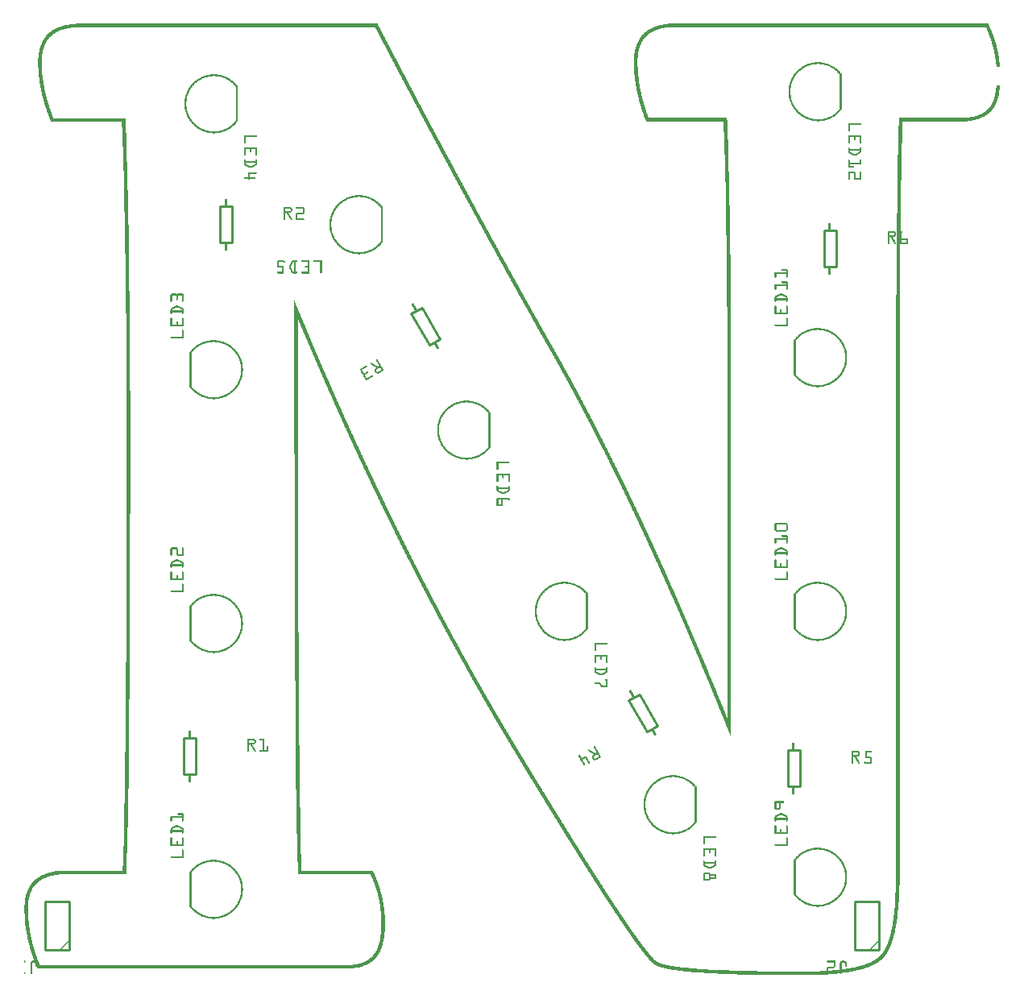
<source format=gto>
G04 MADE WITH FRITZING*
G04 WWW.FRITZING.ORG*
G04 DOUBLE SIDED*
G04 HOLES PLATED*
G04 CONTOUR ON CENTER OF CONTOUR VECTOR*
%ASAXBY*%
%FSLAX23Y23*%
%MOIN*%
%OFA0B0*%
%SFA1.0B1.0*%
%ADD10C,0.010000*%
%ADD11R,0.001000X0.001000*%
%LNSILK1*%
G90*
G70*
G54D10*
X3358Y3081D02*
X3358Y2931D01*
D02*
X3358Y2931D02*
X3308Y2931D01*
D02*
X3308Y2931D02*
X3308Y3081D01*
D02*
X3308Y3081D02*
X3358Y3081D01*
D02*
X3208Y931D02*
X3208Y781D01*
D02*
X3208Y781D02*
X3158Y781D01*
D02*
X3158Y781D02*
X3158Y931D01*
D02*
X3158Y931D02*
X3208Y931D01*
D02*
X2575Y1008D02*
X2500Y1138D01*
D02*
X2500Y1138D02*
X2544Y1163D01*
D02*
X2544Y1163D02*
X2619Y1033D01*
D02*
X2619Y1033D02*
X2575Y1008D01*
D02*
X1675Y2608D02*
X1600Y2738D01*
D02*
X1600Y2738D02*
X1644Y2763D01*
D02*
X1644Y2763D02*
X1719Y2633D01*
D02*
X1719Y2633D02*
X1675Y2608D01*
D02*
X858Y3181D02*
X858Y3031D01*
D02*
X858Y3031D02*
X808Y3031D01*
D02*
X808Y3031D02*
X808Y3181D01*
D02*
X808Y3181D02*
X858Y3181D01*
D02*
X708Y981D02*
X708Y831D01*
D02*
X708Y831D02*
X658Y831D01*
D02*
X658Y831D02*
X658Y981D01*
D02*
X658Y981D02*
X708Y981D01*
D02*
X184Y105D02*
X184Y305D01*
D02*
X184Y305D02*
X84Y305D01*
D02*
X84Y305D02*
X84Y105D01*
D02*
X84Y105D02*
X184Y105D01*
D02*
X3534Y105D02*
X3534Y305D01*
D02*
X3534Y305D02*
X3434Y305D01*
D02*
X3434Y305D02*
X3434Y105D01*
D02*
X3434Y105D02*
X3534Y105D01*
G54D11*
X214Y3937D02*
X1460Y3937D01*
X2662Y3937D02*
X3987Y3937D01*
X201Y3936D02*
X1460Y3936D01*
X2655Y3936D02*
X3988Y3936D01*
X192Y3935D02*
X1461Y3935D01*
X2648Y3935D02*
X3988Y3935D01*
X185Y3934D02*
X1461Y3934D01*
X2642Y3934D02*
X3989Y3934D01*
X179Y3933D02*
X1462Y3933D01*
X2638Y3933D02*
X3989Y3933D01*
X174Y3932D02*
X1462Y3932D01*
X2633Y3932D02*
X3990Y3932D01*
X169Y3931D02*
X1463Y3931D01*
X2629Y3931D02*
X3990Y3931D01*
X165Y3930D02*
X1463Y3930D01*
X2625Y3930D02*
X3990Y3930D01*
X161Y3929D02*
X1464Y3929D01*
X2622Y3929D02*
X3991Y3929D01*
X158Y3928D02*
X1464Y3928D01*
X2619Y3928D02*
X3991Y3928D01*
X155Y3927D02*
X1465Y3927D01*
X2615Y3927D02*
X3992Y3927D01*
X151Y3926D02*
X1466Y3926D01*
X2613Y3926D02*
X3992Y3926D01*
X148Y3925D02*
X1466Y3925D01*
X2610Y3925D02*
X3993Y3925D01*
X146Y3924D02*
X1467Y3924D01*
X2607Y3924D02*
X3993Y3924D01*
X143Y3923D02*
X1467Y3923D01*
X2605Y3923D02*
X2672Y3923D01*
X3978Y3923D02*
X3994Y3923D01*
X141Y3922D02*
X213Y3922D01*
X1452Y3922D02*
X1468Y3922D01*
X2602Y3922D02*
X2661Y3922D01*
X3979Y3922D02*
X3994Y3922D01*
X138Y3921D02*
X200Y3921D01*
X1452Y3921D02*
X1468Y3921D01*
X2600Y3921D02*
X2654Y3921D01*
X3979Y3921D02*
X3994Y3921D01*
X136Y3920D02*
X191Y3920D01*
X1453Y3920D02*
X1469Y3920D01*
X2598Y3920D02*
X2647Y3920D01*
X3979Y3920D02*
X3995Y3920D01*
X134Y3919D02*
X184Y3919D01*
X1453Y3919D02*
X1469Y3919D01*
X2596Y3919D02*
X2642Y3919D01*
X3980Y3919D02*
X3995Y3919D01*
X132Y3918D02*
X178Y3918D01*
X1454Y3918D02*
X1470Y3918D01*
X2594Y3918D02*
X2637Y3918D01*
X3980Y3918D02*
X3996Y3918D01*
X130Y3917D02*
X174Y3917D01*
X1454Y3917D02*
X1470Y3917D01*
X2592Y3917D02*
X2633Y3917D01*
X3981Y3917D02*
X3996Y3917D01*
X128Y3916D02*
X169Y3916D01*
X1455Y3916D02*
X1471Y3916D01*
X2590Y3916D02*
X2629Y3916D01*
X3981Y3916D02*
X3997Y3916D01*
X126Y3915D02*
X165Y3915D01*
X1455Y3915D02*
X1471Y3915D01*
X2588Y3915D02*
X2626Y3915D01*
X3982Y3915D02*
X3997Y3915D01*
X124Y3914D02*
X161Y3914D01*
X1456Y3914D02*
X1472Y3914D01*
X2586Y3914D02*
X2622Y3914D01*
X3982Y3914D02*
X3997Y3914D01*
X122Y3913D02*
X158Y3913D01*
X1456Y3913D02*
X1472Y3913D01*
X2585Y3913D02*
X2619Y3913D01*
X3983Y3913D02*
X3998Y3913D01*
X120Y3912D02*
X155Y3912D01*
X1457Y3912D02*
X1473Y3912D01*
X2583Y3912D02*
X2616Y3912D01*
X3983Y3912D02*
X3998Y3912D01*
X119Y3911D02*
X152Y3911D01*
X1457Y3911D02*
X1473Y3911D01*
X2582Y3911D02*
X2614Y3911D01*
X3983Y3911D02*
X3999Y3911D01*
X117Y3910D02*
X149Y3910D01*
X1458Y3910D02*
X1474Y3910D01*
X2580Y3910D02*
X2611Y3910D01*
X3984Y3910D02*
X3999Y3910D01*
X116Y3909D02*
X147Y3909D01*
X1458Y3909D02*
X1474Y3909D01*
X2579Y3909D02*
X2609Y3909D01*
X3984Y3909D02*
X4000Y3909D01*
X114Y3908D02*
X144Y3908D01*
X1459Y3908D02*
X1475Y3908D01*
X2577Y3908D02*
X2606Y3908D01*
X3985Y3908D02*
X4000Y3908D01*
X113Y3907D02*
X142Y3907D01*
X1460Y3907D02*
X1475Y3907D01*
X2576Y3907D02*
X2604Y3907D01*
X3985Y3907D02*
X4000Y3907D01*
X111Y3906D02*
X140Y3906D01*
X1460Y3906D02*
X1476Y3906D01*
X2574Y3906D02*
X2602Y3906D01*
X3986Y3906D02*
X4001Y3906D01*
X110Y3905D02*
X138Y3905D01*
X1461Y3905D02*
X1477Y3905D01*
X2573Y3905D02*
X2600Y3905D01*
X3986Y3905D02*
X4001Y3905D01*
X108Y3904D02*
X136Y3904D01*
X1461Y3904D02*
X1477Y3904D01*
X2572Y3904D02*
X2598Y3904D01*
X3986Y3904D02*
X4002Y3904D01*
X107Y3903D02*
X134Y3903D01*
X1462Y3903D02*
X1478Y3903D01*
X2570Y3903D02*
X2596Y3903D01*
X3987Y3903D02*
X4002Y3903D01*
X106Y3902D02*
X132Y3902D01*
X1462Y3902D02*
X1478Y3902D01*
X2569Y3902D02*
X2595Y3902D01*
X3987Y3902D02*
X4002Y3902D01*
X105Y3901D02*
X130Y3901D01*
X1463Y3901D02*
X1479Y3901D01*
X2568Y3901D02*
X2593Y3901D01*
X3988Y3901D02*
X4003Y3901D01*
X103Y3900D02*
X128Y3900D01*
X1463Y3900D02*
X1479Y3900D01*
X2567Y3900D02*
X2591Y3900D01*
X3988Y3900D02*
X4003Y3900D01*
X102Y3899D02*
X127Y3899D01*
X1464Y3899D02*
X1480Y3899D01*
X2566Y3899D02*
X2590Y3899D01*
X3988Y3899D02*
X4003Y3899D01*
X101Y3898D02*
X125Y3898D01*
X1464Y3898D02*
X1480Y3898D01*
X2565Y3898D02*
X2588Y3898D01*
X3989Y3898D02*
X4004Y3898D01*
X100Y3897D02*
X124Y3897D01*
X1465Y3897D02*
X1481Y3897D01*
X2564Y3897D02*
X2586Y3897D01*
X3989Y3897D02*
X4004Y3897D01*
X99Y3896D02*
X122Y3896D01*
X1465Y3896D02*
X1481Y3896D01*
X2562Y3896D02*
X2585Y3896D01*
X3990Y3896D02*
X4005Y3896D01*
X98Y3895D02*
X121Y3895D01*
X1466Y3895D02*
X1482Y3895D01*
X2561Y3895D02*
X2584Y3895D01*
X3990Y3895D02*
X4005Y3895D01*
X97Y3894D02*
X119Y3894D01*
X1466Y3894D02*
X1482Y3894D01*
X2561Y3894D02*
X2582Y3894D01*
X3990Y3894D02*
X4005Y3894D01*
X96Y3893D02*
X118Y3893D01*
X1467Y3893D02*
X1483Y3893D01*
X2560Y3893D02*
X2581Y3893D01*
X3991Y3893D02*
X4006Y3893D01*
X95Y3892D02*
X116Y3892D01*
X1467Y3892D02*
X1483Y3892D01*
X2559Y3892D02*
X2580Y3892D01*
X3991Y3892D02*
X4006Y3892D01*
X94Y3891D02*
X115Y3891D01*
X1468Y3891D02*
X1484Y3891D01*
X2558Y3891D02*
X2578Y3891D01*
X3991Y3891D02*
X4006Y3891D01*
X93Y3890D02*
X114Y3890D01*
X1468Y3890D02*
X1484Y3890D01*
X2557Y3890D02*
X2577Y3890D01*
X3992Y3890D02*
X4007Y3890D01*
X92Y3889D02*
X113Y3889D01*
X1469Y3889D02*
X1485Y3889D01*
X2556Y3889D02*
X2576Y3889D01*
X3992Y3889D02*
X4007Y3889D01*
X91Y3888D02*
X112Y3888D01*
X1469Y3888D02*
X1485Y3888D01*
X2555Y3888D02*
X2575Y3888D01*
X3993Y3888D02*
X4008Y3888D01*
X90Y3887D02*
X110Y3887D01*
X1470Y3887D02*
X1486Y3887D01*
X2554Y3887D02*
X2574Y3887D01*
X3993Y3887D02*
X4008Y3887D01*
X90Y3886D02*
X109Y3886D01*
X1471Y3886D02*
X1486Y3886D01*
X2553Y3886D02*
X2573Y3886D01*
X3993Y3886D02*
X4008Y3886D01*
X89Y3885D02*
X108Y3885D01*
X1471Y3885D02*
X1487Y3885D01*
X2553Y3885D02*
X2572Y3885D01*
X3994Y3885D02*
X4009Y3885D01*
X88Y3884D02*
X107Y3884D01*
X1472Y3884D02*
X1488Y3884D01*
X2552Y3884D02*
X2571Y3884D01*
X3994Y3884D02*
X4009Y3884D01*
X87Y3883D02*
X106Y3883D01*
X1472Y3883D02*
X1488Y3883D01*
X2551Y3883D02*
X2570Y3883D01*
X3994Y3883D02*
X4009Y3883D01*
X86Y3882D02*
X105Y3882D01*
X1473Y3882D02*
X1489Y3882D01*
X2550Y3882D02*
X2569Y3882D01*
X3995Y3882D02*
X4010Y3882D01*
X86Y3881D02*
X104Y3881D01*
X1473Y3881D02*
X1489Y3881D01*
X2550Y3881D02*
X2568Y3881D01*
X3995Y3881D02*
X4010Y3881D01*
X85Y3880D02*
X103Y3880D01*
X1474Y3880D02*
X1490Y3880D01*
X2549Y3880D02*
X2567Y3880D01*
X3995Y3880D02*
X4010Y3880D01*
X84Y3879D02*
X102Y3879D01*
X1474Y3879D02*
X1490Y3879D01*
X2548Y3879D02*
X2566Y3879D01*
X3996Y3879D02*
X4011Y3879D01*
X83Y3878D02*
X101Y3878D01*
X1475Y3878D02*
X1491Y3878D01*
X2548Y3878D02*
X2565Y3878D01*
X3996Y3878D02*
X4011Y3878D01*
X83Y3877D02*
X100Y3877D01*
X1475Y3877D02*
X1491Y3877D01*
X2547Y3877D02*
X2564Y3877D01*
X3997Y3877D02*
X4011Y3877D01*
X82Y3876D02*
X100Y3876D01*
X1476Y3876D02*
X1492Y3876D01*
X2546Y3876D02*
X2563Y3876D01*
X3997Y3876D02*
X4012Y3876D01*
X82Y3875D02*
X99Y3875D01*
X1476Y3875D02*
X1492Y3875D01*
X2546Y3875D02*
X2563Y3875D01*
X3997Y3875D02*
X4012Y3875D01*
X81Y3874D02*
X98Y3874D01*
X1477Y3874D02*
X1493Y3874D01*
X2545Y3874D02*
X2562Y3874D01*
X3998Y3874D02*
X4012Y3874D01*
X80Y3873D02*
X97Y3873D01*
X1477Y3873D02*
X1493Y3873D01*
X2544Y3873D02*
X2561Y3873D01*
X3998Y3873D02*
X4013Y3873D01*
X80Y3872D02*
X96Y3872D01*
X1478Y3872D02*
X1494Y3872D01*
X2544Y3872D02*
X2560Y3872D01*
X3998Y3872D02*
X4013Y3872D01*
X79Y3871D02*
X96Y3871D01*
X1478Y3871D02*
X1494Y3871D01*
X2543Y3871D02*
X2560Y3871D01*
X3999Y3871D02*
X4013Y3871D01*
X78Y3870D02*
X95Y3870D01*
X1479Y3870D02*
X1495Y3870D01*
X2543Y3870D02*
X2559Y3870D01*
X3999Y3870D02*
X4014Y3870D01*
X78Y3869D02*
X94Y3869D01*
X1479Y3869D02*
X1495Y3869D01*
X2542Y3869D02*
X2558Y3869D01*
X3999Y3869D02*
X4014Y3869D01*
X77Y3868D02*
X94Y3868D01*
X1480Y3868D02*
X1496Y3868D01*
X2542Y3868D02*
X2558Y3868D01*
X4000Y3868D02*
X4014Y3868D01*
X77Y3867D02*
X93Y3867D01*
X1480Y3867D02*
X1496Y3867D01*
X2541Y3867D02*
X2557Y3867D01*
X4000Y3867D02*
X4015Y3867D01*
X76Y3866D02*
X92Y3866D01*
X1481Y3866D02*
X1497Y3866D01*
X2540Y3866D02*
X2556Y3866D01*
X4000Y3866D02*
X4015Y3866D01*
X76Y3865D02*
X92Y3865D01*
X1482Y3865D02*
X1497Y3865D01*
X2540Y3865D02*
X2556Y3865D01*
X4001Y3865D02*
X4015Y3865D01*
X75Y3864D02*
X91Y3864D01*
X1482Y3864D02*
X1498Y3864D01*
X2539Y3864D02*
X2555Y3864D01*
X4001Y3864D02*
X4015Y3864D01*
X75Y3863D02*
X90Y3863D01*
X1483Y3863D02*
X1499Y3863D01*
X2539Y3863D02*
X2555Y3863D01*
X4001Y3863D02*
X4016Y3863D01*
X74Y3862D02*
X90Y3862D01*
X1483Y3862D02*
X1499Y3862D01*
X2539Y3862D02*
X2554Y3862D01*
X4001Y3862D02*
X4016Y3862D01*
X74Y3861D02*
X89Y3861D01*
X1484Y3861D02*
X1500Y3861D01*
X2538Y3861D02*
X2553Y3861D01*
X4002Y3861D02*
X4016Y3861D01*
X73Y3860D02*
X89Y3860D01*
X1484Y3860D02*
X1500Y3860D01*
X2538Y3860D02*
X2553Y3860D01*
X4002Y3860D02*
X4017Y3860D01*
X73Y3859D02*
X88Y3859D01*
X1485Y3859D02*
X1501Y3859D01*
X2537Y3859D02*
X2552Y3859D01*
X4002Y3859D02*
X4017Y3859D01*
X72Y3858D02*
X88Y3858D01*
X1485Y3858D02*
X1501Y3858D01*
X2537Y3858D02*
X2552Y3858D01*
X4003Y3858D02*
X4017Y3858D01*
X72Y3857D02*
X87Y3857D01*
X1486Y3857D02*
X1502Y3857D01*
X2536Y3857D02*
X2551Y3857D01*
X4003Y3857D02*
X4018Y3857D01*
X71Y3856D02*
X87Y3856D01*
X1486Y3856D02*
X1502Y3856D01*
X2536Y3856D02*
X2551Y3856D01*
X4003Y3856D02*
X4018Y3856D01*
X71Y3855D02*
X86Y3855D01*
X1487Y3855D02*
X1503Y3855D01*
X2535Y3855D02*
X2550Y3855D01*
X4004Y3855D02*
X4018Y3855D01*
X71Y3854D02*
X86Y3854D01*
X1487Y3854D02*
X1503Y3854D01*
X2535Y3854D02*
X2550Y3854D01*
X4004Y3854D02*
X4018Y3854D01*
X70Y3853D02*
X85Y3853D01*
X1488Y3853D02*
X1504Y3853D01*
X2535Y3853D02*
X2549Y3853D01*
X4004Y3853D02*
X4019Y3853D01*
X70Y3852D02*
X85Y3852D01*
X1488Y3852D02*
X1504Y3852D01*
X2534Y3852D02*
X2549Y3852D01*
X4004Y3852D02*
X4019Y3852D01*
X69Y3851D02*
X84Y3851D01*
X1489Y3851D02*
X1505Y3851D01*
X2534Y3851D02*
X2549Y3851D01*
X4005Y3851D02*
X4019Y3851D01*
X69Y3850D02*
X84Y3850D01*
X1489Y3850D02*
X1505Y3850D01*
X2533Y3850D02*
X2548Y3850D01*
X4005Y3850D02*
X4020Y3850D01*
X69Y3849D02*
X83Y3849D01*
X1490Y3849D02*
X1506Y3849D01*
X2533Y3849D02*
X2548Y3849D01*
X4005Y3849D02*
X4020Y3849D01*
X68Y3848D02*
X83Y3848D01*
X1490Y3848D02*
X1506Y3848D01*
X2533Y3848D02*
X2547Y3848D01*
X4006Y3848D02*
X4020Y3848D01*
X68Y3847D02*
X82Y3847D01*
X1491Y3847D02*
X1507Y3847D01*
X2532Y3847D02*
X2547Y3847D01*
X4006Y3847D02*
X4020Y3847D01*
X67Y3846D02*
X82Y3846D01*
X1491Y3846D02*
X1507Y3846D01*
X2532Y3846D02*
X2547Y3846D01*
X4006Y3846D02*
X4021Y3846D01*
X67Y3845D02*
X82Y3845D01*
X1492Y3845D02*
X1508Y3845D01*
X2532Y3845D02*
X2546Y3845D01*
X4006Y3845D02*
X4021Y3845D01*
X67Y3844D02*
X81Y3844D01*
X1493Y3844D02*
X1508Y3844D01*
X2531Y3844D02*
X2546Y3844D01*
X4007Y3844D02*
X4021Y3844D01*
X66Y3843D02*
X81Y3843D01*
X1493Y3843D02*
X1509Y3843D01*
X2531Y3843D02*
X2545Y3843D01*
X4007Y3843D02*
X4021Y3843D01*
X66Y3842D02*
X81Y3842D01*
X1494Y3842D02*
X1509Y3842D01*
X2531Y3842D02*
X2545Y3842D01*
X4007Y3842D02*
X4022Y3842D01*
X66Y3841D02*
X80Y3841D01*
X1494Y3841D02*
X1510Y3841D01*
X2530Y3841D02*
X2545Y3841D01*
X4007Y3841D02*
X4022Y3841D01*
X65Y3840D02*
X80Y3840D01*
X1495Y3840D02*
X1511Y3840D01*
X2530Y3840D02*
X2544Y3840D01*
X4008Y3840D02*
X4022Y3840D01*
X65Y3839D02*
X80Y3839D01*
X1495Y3839D02*
X1511Y3839D01*
X2530Y3839D02*
X2544Y3839D01*
X4008Y3839D02*
X4022Y3839D01*
X65Y3838D02*
X79Y3838D01*
X1496Y3838D02*
X1512Y3838D01*
X2530Y3838D02*
X2544Y3838D01*
X4008Y3838D02*
X4023Y3838D01*
X65Y3837D02*
X79Y3837D01*
X1496Y3837D02*
X1512Y3837D01*
X2529Y3837D02*
X2544Y3837D01*
X4009Y3837D02*
X4023Y3837D01*
X64Y3836D02*
X79Y3836D01*
X1497Y3836D02*
X1513Y3836D01*
X2529Y3836D02*
X2543Y3836D01*
X4009Y3836D02*
X4023Y3836D01*
X64Y3835D02*
X78Y3835D01*
X1497Y3835D02*
X1513Y3835D01*
X2529Y3835D02*
X2543Y3835D01*
X4009Y3835D02*
X4023Y3835D01*
X64Y3834D02*
X78Y3834D01*
X1498Y3834D02*
X1514Y3834D01*
X2528Y3834D02*
X2543Y3834D01*
X4009Y3834D02*
X4024Y3834D01*
X63Y3833D02*
X78Y3833D01*
X1498Y3833D02*
X1514Y3833D01*
X2528Y3833D02*
X2542Y3833D01*
X4009Y3833D02*
X4024Y3833D01*
X63Y3832D02*
X77Y3832D01*
X1499Y3832D02*
X1515Y3832D01*
X2528Y3832D02*
X2542Y3832D01*
X4010Y3832D02*
X4024Y3832D01*
X63Y3831D02*
X77Y3831D01*
X1499Y3831D02*
X1515Y3831D01*
X2528Y3831D02*
X2542Y3831D01*
X4010Y3831D02*
X4024Y3831D01*
X63Y3830D02*
X77Y3830D01*
X1500Y3830D02*
X1516Y3830D01*
X2527Y3830D02*
X2542Y3830D01*
X4010Y3830D02*
X4025Y3830D01*
X62Y3829D02*
X77Y3829D01*
X1500Y3829D02*
X1516Y3829D01*
X2527Y3829D02*
X2541Y3829D01*
X4010Y3829D02*
X4025Y3829D01*
X62Y3828D02*
X76Y3828D01*
X1501Y3828D02*
X1517Y3828D01*
X2527Y3828D02*
X2541Y3828D01*
X4011Y3828D02*
X4025Y3828D01*
X62Y3827D02*
X76Y3827D01*
X1501Y3827D02*
X1517Y3827D01*
X2527Y3827D02*
X2541Y3827D01*
X4011Y3827D02*
X4025Y3827D01*
X62Y3826D02*
X76Y3826D01*
X1502Y3826D02*
X1518Y3826D01*
X2527Y3826D02*
X2541Y3826D01*
X4011Y3826D02*
X4025Y3826D01*
X62Y3825D02*
X76Y3825D01*
X1502Y3825D02*
X1518Y3825D01*
X2526Y3825D02*
X2540Y3825D01*
X4011Y3825D02*
X4026Y3825D01*
X61Y3824D02*
X75Y3824D01*
X1503Y3824D02*
X1519Y3824D01*
X2526Y3824D02*
X2540Y3824D01*
X4012Y3824D02*
X4026Y3824D01*
X61Y3823D02*
X75Y3823D01*
X1504Y3823D02*
X1519Y3823D01*
X2526Y3823D02*
X2540Y3823D01*
X4012Y3823D02*
X4026Y3823D01*
X61Y3822D02*
X75Y3822D01*
X1504Y3822D02*
X1520Y3822D01*
X2526Y3822D02*
X2540Y3822D01*
X4012Y3822D02*
X4026Y3822D01*
X61Y3821D02*
X75Y3821D01*
X1505Y3821D02*
X1520Y3821D01*
X2526Y3821D02*
X2540Y3821D01*
X4012Y3821D02*
X4026Y3821D01*
X61Y3820D02*
X75Y3820D01*
X1505Y3820D02*
X1521Y3820D01*
X2525Y3820D02*
X2539Y3820D01*
X4012Y3820D02*
X4027Y3820D01*
X60Y3819D02*
X74Y3819D01*
X1506Y3819D02*
X1522Y3819D01*
X2525Y3819D02*
X2539Y3819D01*
X4013Y3819D02*
X4027Y3819D01*
X60Y3818D02*
X74Y3818D01*
X1506Y3818D02*
X1522Y3818D01*
X2525Y3818D02*
X2539Y3818D01*
X4013Y3818D02*
X4027Y3818D01*
X60Y3817D02*
X74Y3817D01*
X1507Y3817D02*
X1523Y3817D01*
X2525Y3817D02*
X2539Y3817D01*
X4013Y3817D02*
X4027Y3817D01*
X60Y3816D02*
X74Y3816D01*
X1507Y3816D02*
X1523Y3816D01*
X2525Y3816D02*
X2539Y3816D01*
X4013Y3816D02*
X4028Y3816D01*
X60Y3815D02*
X74Y3815D01*
X1508Y3815D02*
X1524Y3815D01*
X2525Y3815D02*
X2539Y3815D01*
X4014Y3815D02*
X4028Y3815D01*
X60Y3814D02*
X74Y3814D01*
X1508Y3814D02*
X1524Y3814D01*
X2524Y3814D02*
X2538Y3814D01*
X4014Y3814D02*
X4028Y3814D01*
X59Y3813D02*
X73Y3813D01*
X1509Y3813D02*
X1525Y3813D01*
X2524Y3813D02*
X2538Y3813D01*
X4014Y3813D02*
X4028Y3813D01*
X59Y3812D02*
X73Y3812D01*
X1509Y3812D02*
X1525Y3812D01*
X2524Y3812D02*
X2538Y3812D01*
X4014Y3812D02*
X4028Y3812D01*
X59Y3811D02*
X73Y3811D01*
X1510Y3811D02*
X1526Y3811D01*
X2524Y3811D02*
X2538Y3811D01*
X4014Y3811D02*
X4028Y3811D01*
X59Y3810D02*
X73Y3810D01*
X1510Y3810D02*
X1526Y3810D01*
X2524Y3810D02*
X2538Y3810D01*
X4015Y3810D02*
X4029Y3810D01*
X59Y3809D02*
X73Y3809D01*
X1511Y3809D02*
X1527Y3809D01*
X2524Y3809D02*
X2538Y3809D01*
X4015Y3809D02*
X4029Y3809D01*
X59Y3808D02*
X73Y3808D01*
X1511Y3808D02*
X1527Y3808D01*
X2524Y3808D02*
X2538Y3808D01*
X4015Y3808D02*
X4029Y3808D01*
X59Y3807D02*
X73Y3807D01*
X1512Y3807D02*
X1528Y3807D01*
X2524Y3807D02*
X2538Y3807D01*
X4015Y3807D02*
X4029Y3807D01*
X59Y3806D02*
X72Y3806D01*
X1512Y3806D02*
X1528Y3806D01*
X2523Y3806D02*
X2537Y3806D01*
X4015Y3806D02*
X4029Y3806D01*
X58Y3805D02*
X72Y3805D01*
X1513Y3805D02*
X1529Y3805D01*
X2523Y3805D02*
X2537Y3805D01*
X4015Y3805D02*
X4030Y3805D01*
X58Y3804D02*
X72Y3804D01*
X1513Y3804D02*
X1529Y3804D01*
X2523Y3804D02*
X2537Y3804D01*
X4016Y3804D02*
X4030Y3804D01*
X58Y3803D02*
X72Y3803D01*
X1514Y3803D02*
X1530Y3803D01*
X2523Y3803D02*
X2537Y3803D01*
X4016Y3803D02*
X4030Y3803D01*
X58Y3802D02*
X72Y3802D01*
X1514Y3802D02*
X1530Y3802D01*
X2523Y3802D02*
X2537Y3802D01*
X4016Y3802D02*
X4030Y3802D01*
X58Y3801D02*
X72Y3801D01*
X1515Y3801D02*
X1531Y3801D01*
X2523Y3801D02*
X2537Y3801D01*
X4016Y3801D02*
X4030Y3801D01*
X58Y3800D02*
X72Y3800D01*
X1516Y3800D02*
X1531Y3800D01*
X2523Y3800D02*
X2537Y3800D01*
X4016Y3800D02*
X4030Y3800D01*
X58Y3799D02*
X72Y3799D01*
X1516Y3799D02*
X1532Y3799D01*
X2523Y3799D02*
X2537Y3799D01*
X4016Y3799D02*
X4031Y3799D01*
X58Y3798D02*
X72Y3798D01*
X1517Y3798D02*
X1533Y3798D01*
X2523Y3798D02*
X2537Y3798D01*
X4017Y3798D02*
X4031Y3798D01*
X58Y3797D02*
X72Y3797D01*
X1517Y3797D02*
X1533Y3797D01*
X2523Y3797D02*
X2537Y3797D01*
X4017Y3797D02*
X4031Y3797D01*
X58Y3796D02*
X72Y3796D01*
X1518Y3796D02*
X1534Y3796D01*
X2523Y3796D02*
X2537Y3796D01*
X4017Y3796D02*
X4031Y3796D01*
X58Y3795D02*
X72Y3795D01*
X1518Y3795D02*
X1534Y3795D01*
X2523Y3795D02*
X2537Y3795D01*
X4017Y3795D02*
X4031Y3795D01*
X57Y3794D02*
X71Y3794D01*
X1519Y3794D02*
X1535Y3794D01*
X2522Y3794D02*
X2536Y3794D01*
X4017Y3794D02*
X4031Y3794D01*
X57Y3793D02*
X71Y3793D01*
X1519Y3793D02*
X1535Y3793D01*
X2522Y3793D02*
X2536Y3793D01*
X4017Y3793D02*
X4032Y3793D01*
X57Y3792D02*
X71Y3792D01*
X1520Y3792D02*
X1536Y3792D01*
X2522Y3792D02*
X2536Y3792D01*
X4018Y3792D02*
X4032Y3792D01*
X57Y3791D02*
X71Y3791D01*
X1520Y3791D02*
X1536Y3791D01*
X2522Y3791D02*
X2536Y3791D01*
X4018Y3791D02*
X4032Y3791D01*
X57Y3790D02*
X71Y3790D01*
X1521Y3790D02*
X1537Y3790D01*
X2522Y3790D02*
X2536Y3790D01*
X4018Y3790D02*
X4032Y3790D01*
X57Y3789D02*
X71Y3789D01*
X1521Y3789D02*
X1537Y3789D01*
X2522Y3789D02*
X2536Y3789D01*
X4018Y3789D02*
X4032Y3789D01*
X57Y3788D02*
X71Y3788D01*
X1522Y3788D02*
X1538Y3788D01*
X2522Y3788D02*
X2536Y3788D01*
X4018Y3788D02*
X4032Y3788D01*
X57Y3787D02*
X71Y3787D01*
X1522Y3787D02*
X1538Y3787D01*
X2522Y3787D02*
X2536Y3787D01*
X4018Y3787D02*
X4032Y3787D01*
X57Y3786D02*
X71Y3786D01*
X1523Y3786D02*
X1539Y3786D01*
X2522Y3786D02*
X2536Y3786D01*
X4018Y3786D02*
X4033Y3786D01*
X57Y3785D02*
X71Y3785D01*
X1523Y3785D02*
X1539Y3785D01*
X2522Y3785D02*
X2536Y3785D01*
X4019Y3785D02*
X4033Y3785D01*
X57Y3784D02*
X71Y3784D01*
X1524Y3784D02*
X1540Y3784D01*
X2522Y3784D02*
X2536Y3784D01*
X4019Y3784D02*
X4033Y3784D01*
X57Y3783D02*
X71Y3783D01*
X1524Y3783D02*
X1540Y3783D01*
X2522Y3783D02*
X2536Y3783D01*
X4019Y3783D02*
X4033Y3783D01*
X57Y3782D02*
X71Y3782D01*
X1525Y3782D02*
X1541Y3782D01*
X2522Y3782D02*
X2536Y3782D01*
X4019Y3782D02*
X4033Y3782D01*
X57Y3781D02*
X71Y3781D01*
X1525Y3781D02*
X1541Y3781D01*
X2522Y3781D02*
X2536Y3781D01*
X4019Y3781D02*
X4033Y3781D01*
X57Y3780D02*
X71Y3780D01*
X1526Y3780D02*
X1542Y3780D01*
X2522Y3780D02*
X2536Y3780D01*
X4019Y3780D02*
X4033Y3780D01*
X57Y3779D02*
X71Y3779D01*
X1527Y3779D02*
X1542Y3779D01*
X2522Y3779D02*
X2536Y3779D01*
X4019Y3779D02*
X4033Y3779D01*
X57Y3778D02*
X71Y3778D01*
X1527Y3778D02*
X1543Y3778D01*
X2522Y3778D02*
X2536Y3778D01*
X4019Y3778D02*
X4034Y3778D01*
X57Y3777D02*
X71Y3777D01*
X1528Y3777D02*
X1544Y3777D01*
X2522Y3777D02*
X2536Y3777D01*
X3269Y3777D02*
X3297Y3777D01*
X4020Y3777D02*
X4034Y3777D01*
X57Y3776D02*
X71Y3776D01*
X1528Y3776D02*
X1544Y3776D01*
X2522Y3776D02*
X2536Y3776D01*
X3262Y3776D02*
X3304Y3776D01*
X4020Y3776D02*
X4034Y3776D01*
X57Y3775D02*
X71Y3775D01*
X1529Y3775D02*
X1545Y3775D01*
X2522Y3775D02*
X2536Y3775D01*
X3257Y3775D02*
X3309Y3775D01*
X4020Y3775D02*
X4034Y3775D01*
X57Y3774D02*
X71Y3774D01*
X1529Y3774D02*
X1545Y3774D01*
X2522Y3774D02*
X2536Y3774D01*
X3253Y3774D02*
X3313Y3774D01*
X4020Y3774D02*
X4034Y3774D01*
X57Y3773D02*
X71Y3773D01*
X1530Y3773D02*
X1546Y3773D01*
X2522Y3773D02*
X2536Y3773D01*
X3249Y3773D02*
X3317Y3773D01*
X4020Y3773D02*
X4034Y3773D01*
X57Y3772D02*
X71Y3772D01*
X1530Y3772D02*
X1546Y3772D01*
X2522Y3772D02*
X2536Y3772D01*
X3246Y3772D02*
X3320Y3772D01*
X4020Y3772D02*
X4034Y3772D01*
X57Y3771D02*
X71Y3771D01*
X1531Y3771D02*
X1547Y3771D01*
X2522Y3771D02*
X2536Y3771D01*
X3243Y3771D02*
X3323Y3771D01*
X4020Y3771D02*
X4034Y3771D01*
X57Y3770D02*
X71Y3770D01*
X1531Y3770D02*
X1547Y3770D01*
X2522Y3770D02*
X2536Y3770D01*
X3240Y3770D02*
X3279Y3770D01*
X3288Y3770D02*
X3326Y3770D01*
X4020Y3770D02*
X4034Y3770D01*
X57Y3769D02*
X71Y3769D01*
X1532Y3769D02*
X1548Y3769D01*
X2522Y3769D02*
X2536Y3769D01*
X3238Y3769D02*
X3267Y3769D01*
X3300Y3769D02*
X3328Y3769D01*
X4020Y3769D02*
X4035Y3769D01*
X57Y3768D02*
X71Y3768D01*
X1532Y3768D02*
X1548Y3768D01*
X2522Y3768D02*
X2536Y3768D01*
X3236Y3768D02*
X3261Y3768D01*
X3306Y3768D02*
X3331Y3768D01*
X4021Y3768D02*
X4035Y3768D01*
X57Y3767D02*
X71Y3767D01*
X1533Y3767D02*
X1549Y3767D01*
X2522Y3767D02*
X2536Y3767D01*
X3233Y3767D02*
X3256Y3767D01*
X3310Y3767D02*
X3333Y3767D01*
X4021Y3767D02*
X4035Y3767D01*
X57Y3766D02*
X71Y3766D01*
X1533Y3766D02*
X1549Y3766D01*
X2522Y3766D02*
X2536Y3766D01*
X3231Y3766D02*
X3252Y3766D01*
X3314Y3766D02*
X3335Y3766D01*
X4021Y3766D02*
X4035Y3766D01*
X57Y3765D02*
X71Y3765D01*
X1534Y3765D02*
X1550Y3765D01*
X2522Y3765D02*
X2536Y3765D01*
X3229Y3765D02*
X3249Y3765D01*
X3318Y3765D02*
X3337Y3765D01*
X4021Y3765D02*
X4035Y3765D01*
X57Y3764D02*
X71Y3764D01*
X1534Y3764D02*
X1550Y3764D01*
X2522Y3764D02*
X2536Y3764D01*
X3227Y3764D02*
X3246Y3764D01*
X3321Y3764D02*
X3339Y3764D01*
X4021Y3764D02*
X4035Y3764D01*
X57Y3763D02*
X71Y3763D01*
X1535Y3763D02*
X1551Y3763D01*
X2522Y3763D02*
X2536Y3763D01*
X3225Y3763D02*
X3243Y3763D01*
X3323Y3763D02*
X3341Y3763D01*
X4021Y3763D02*
X4035Y3763D01*
X57Y3762D02*
X71Y3762D01*
X1535Y3762D02*
X1551Y3762D01*
X2522Y3762D02*
X2536Y3762D01*
X3223Y3762D02*
X3240Y3762D01*
X3326Y3762D02*
X3343Y3762D01*
X4021Y3762D02*
X4035Y3762D01*
X57Y3761D02*
X71Y3761D01*
X1536Y3761D02*
X1552Y3761D01*
X2522Y3761D02*
X2536Y3761D01*
X3222Y3761D02*
X3238Y3761D01*
X3328Y3761D02*
X3345Y3761D01*
X4021Y3761D02*
X4035Y3761D01*
X57Y3760D02*
X71Y3760D01*
X1536Y3760D02*
X1552Y3760D01*
X2522Y3760D02*
X2536Y3760D01*
X3220Y3760D02*
X3236Y3760D01*
X3331Y3760D02*
X3346Y3760D01*
X4021Y3760D02*
X4035Y3760D01*
X57Y3759D02*
X71Y3759D01*
X1537Y3759D02*
X1553Y3759D01*
X2522Y3759D02*
X2536Y3759D01*
X3218Y3759D02*
X3233Y3759D01*
X3333Y3759D02*
X3348Y3759D01*
X4021Y3759D02*
X4035Y3759D01*
X57Y3758D02*
X71Y3758D01*
X1538Y3758D02*
X1553Y3758D01*
X2523Y3758D02*
X2537Y3758D01*
X3217Y3758D02*
X3231Y3758D01*
X3335Y3758D02*
X3349Y3758D01*
X57Y3757D02*
X71Y3757D01*
X1538Y3757D02*
X1554Y3757D01*
X2523Y3757D02*
X2537Y3757D01*
X3215Y3757D02*
X3229Y3757D01*
X3337Y3757D02*
X3351Y3757D01*
X57Y3756D02*
X71Y3756D01*
X1539Y3756D02*
X1555Y3756D01*
X2523Y3756D02*
X2537Y3756D01*
X3214Y3756D02*
X3228Y3756D01*
X3339Y3756D02*
X3352Y3756D01*
X58Y3755D02*
X72Y3755D01*
X1539Y3755D02*
X1555Y3755D01*
X2523Y3755D02*
X2537Y3755D01*
X3212Y3755D02*
X3226Y3755D01*
X3340Y3755D02*
X3354Y3755D01*
X58Y3754D02*
X72Y3754D01*
X1540Y3754D02*
X1556Y3754D01*
X2523Y3754D02*
X2537Y3754D01*
X3211Y3754D02*
X3224Y3754D01*
X3342Y3754D02*
X3355Y3754D01*
X58Y3753D02*
X72Y3753D01*
X1540Y3753D02*
X1556Y3753D01*
X2523Y3753D02*
X2537Y3753D01*
X3210Y3753D02*
X3222Y3753D01*
X3344Y3753D02*
X3357Y3753D01*
X58Y3752D02*
X72Y3752D01*
X1541Y3752D02*
X1557Y3752D01*
X2523Y3752D02*
X2537Y3752D01*
X3208Y3752D02*
X3221Y3752D01*
X3345Y3752D02*
X3358Y3752D01*
X58Y3751D02*
X72Y3751D01*
X1541Y3751D02*
X1557Y3751D01*
X2523Y3751D02*
X2537Y3751D01*
X3207Y3751D02*
X3219Y3751D01*
X3347Y3751D02*
X3359Y3751D01*
X58Y3750D02*
X72Y3750D01*
X1542Y3750D02*
X1558Y3750D01*
X2523Y3750D02*
X2537Y3750D01*
X3206Y3750D02*
X3218Y3750D01*
X3348Y3750D02*
X3360Y3750D01*
X58Y3749D02*
X72Y3749D01*
X1542Y3749D02*
X1558Y3749D01*
X2523Y3749D02*
X2537Y3749D01*
X3205Y3749D02*
X3216Y3749D01*
X3350Y3749D02*
X3361Y3749D01*
X58Y3748D02*
X72Y3748D01*
X1543Y3748D02*
X1559Y3748D01*
X2523Y3748D02*
X2537Y3748D01*
X3204Y3748D02*
X3215Y3748D01*
X3351Y3748D02*
X3363Y3748D01*
X58Y3747D02*
X72Y3747D01*
X1543Y3747D02*
X1559Y3747D01*
X2523Y3747D02*
X2537Y3747D01*
X3202Y3747D02*
X3214Y3747D01*
X3352Y3747D02*
X3364Y3747D01*
X58Y3746D02*
X72Y3746D01*
X1544Y3746D02*
X1560Y3746D01*
X2523Y3746D02*
X2537Y3746D01*
X3201Y3746D02*
X3212Y3746D01*
X3354Y3746D02*
X3365Y3746D01*
X58Y3745D02*
X72Y3745D01*
X1544Y3745D02*
X1560Y3745D01*
X2523Y3745D02*
X2537Y3745D01*
X3200Y3745D02*
X3211Y3745D01*
X3355Y3745D02*
X3366Y3745D01*
X58Y3744D02*
X72Y3744D01*
X1545Y3744D02*
X1561Y3744D01*
X2523Y3744D02*
X2537Y3744D01*
X3199Y3744D02*
X3210Y3744D01*
X3356Y3744D02*
X3367Y3744D01*
X58Y3743D02*
X72Y3743D01*
X1545Y3743D02*
X1561Y3743D01*
X2523Y3743D02*
X2537Y3743D01*
X3198Y3743D02*
X3209Y3743D01*
X3357Y3743D02*
X3368Y3743D01*
X58Y3742D02*
X72Y3742D01*
X1546Y3742D02*
X1562Y3742D01*
X2523Y3742D02*
X2537Y3742D01*
X3197Y3742D02*
X3208Y3742D01*
X3359Y3742D02*
X3369Y3742D01*
X58Y3741D02*
X72Y3741D01*
X1546Y3741D02*
X1562Y3741D01*
X2523Y3741D02*
X2537Y3741D01*
X3196Y3741D02*
X3206Y3741D01*
X3360Y3741D02*
X3370Y3741D01*
X58Y3740D02*
X72Y3740D01*
X1547Y3740D02*
X1563Y3740D01*
X2523Y3740D02*
X2537Y3740D01*
X3195Y3740D02*
X3205Y3740D01*
X3361Y3740D02*
X3371Y3740D01*
X58Y3739D02*
X72Y3739D01*
X1548Y3739D02*
X1563Y3739D01*
X2524Y3739D02*
X2538Y3739D01*
X3194Y3739D02*
X3204Y3739D01*
X3362Y3739D02*
X3372Y3739D01*
X59Y3738D02*
X73Y3738D01*
X1548Y3738D02*
X1564Y3738D01*
X2524Y3738D02*
X2538Y3738D01*
X3193Y3738D02*
X3203Y3738D01*
X3363Y3738D02*
X3373Y3738D01*
X59Y3737D02*
X73Y3737D01*
X1549Y3737D02*
X1565Y3737D01*
X2524Y3737D02*
X2538Y3737D01*
X3192Y3737D02*
X3202Y3737D01*
X3364Y3737D02*
X3374Y3737D01*
X59Y3736D02*
X73Y3736D01*
X1549Y3736D02*
X1565Y3736D01*
X2524Y3736D02*
X2538Y3736D01*
X3192Y3736D02*
X3201Y3736D01*
X3365Y3736D02*
X3375Y3736D01*
X59Y3735D02*
X73Y3735D01*
X1550Y3735D02*
X1566Y3735D01*
X2524Y3735D02*
X2538Y3735D01*
X3191Y3735D02*
X3200Y3735D01*
X3366Y3735D02*
X3376Y3735D01*
X59Y3734D02*
X73Y3734D01*
X1550Y3734D02*
X1566Y3734D01*
X2524Y3734D02*
X2538Y3734D01*
X3190Y3734D02*
X3199Y3734D01*
X3367Y3734D02*
X3376Y3734D01*
X59Y3733D02*
X73Y3733D01*
X1551Y3733D02*
X1567Y3733D01*
X2524Y3733D02*
X2538Y3733D01*
X3189Y3733D02*
X3198Y3733D01*
X3368Y3733D02*
X3377Y3733D01*
X59Y3732D02*
X73Y3732D01*
X1551Y3732D02*
X1567Y3732D01*
X2524Y3732D02*
X2538Y3732D01*
X3188Y3732D02*
X3198Y3732D01*
X3369Y3732D02*
X3378Y3732D01*
X59Y3731D02*
X73Y3731D01*
X1552Y3731D02*
X1568Y3731D01*
X2524Y3731D02*
X2538Y3731D01*
X3187Y3731D02*
X3197Y3731D01*
X3370Y3731D02*
X3379Y3731D01*
X59Y3730D02*
X73Y3730D01*
X1552Y3730D02*
X1568Y3730D01*
X2524Y3730D02*
X2538Y3730D01*
X3187Y3730D02*
X3196Y3730D01*
X3370Y3730D02*
X3380Y3730D01*
X59Y3729D02*
X73Y3729D01*
X1553Y3729D02*
X1569Y3729D01*
X2524Y3729D02*
X2538Y3729D01*
X3186Y3729D02*
X3195Y3729D01*
X3371Y3729D02*
X3380Y3729D01*
X59Y3728D02*
X73Y3728D01*
X1553Y3728D02*
X1569Y3728D01*
X2524Y3728D02*
X2538Y3728D01*
X3185Y3728D02*
X3194Y3728D01*
X3372Y3728D02*
X3381Y3728D01*
X59Y3727D02*
X73Y3727D01*
X769Y3727D02*
X798Y3727D01*
X1554Y3727D02*
X1570Y3727D01*
X2524Y3727D02*
X2539Y3727D01*
X3184Y3727D02*
X3193Y3727D01*
X3373Y3727D02*
X3381Y3727D01*
X60Y3726D02*
X74Y3726D01*
X763Y3726D02*
X804Y3726D01*
X1554Y3726D02*
X1570Y3726D01*
X2525Y3726D02*
X2539Y3726D01*
X3184Y3726D02*
X3193Y3726D01*
X3374Y3726D02*
X3381Y3726D01*
X60Y3725D02*
X74Y3725D01*
X758Y3725D02*
X809Y3725D01*
X1555Y3725D02*
X1571Y3725D01*
X2525Y3725D02*
X2539Y3725D01*
X3183Y3725D02*
X3192Y3725D01*
X3374Y3725D02*
X3381Y3725D01*
X60Y3724D02*
X74Y3724D01*
X754Y3724D02*
X814Y3724D01*
X1555Y3724D02*
X1571Y3724D01*
X2525Y3724D02*
X2539Y3724D01*
X3182Y3724D02*
X3191Y3724D01*
X3374Y3724D02*
X3381Y3724D01*
X60Y3723D02*
X74Y3723D01*
X750Y3723D02*
X817Y3723D01*
X1556Y3723D02*
X1572Y3723D01*
X2525Y3723D02*
X2539Y3723D01*
X3182Y3723D02*
X3190Y3723D01*
X3374Y3723D02*
X3381Y3723D01*
X60Y3722D02*
X74Y3722D01*
X747Y3722D02*
X821Y3722D01*
X1556Y3722D02*
X1572Y3722D01*
X2525Y3722D02*
X2539Y3722D01*
X3181Y3722D02*
X3190Y3722D01*
X3374Y3722D02*
X3381Y3722D01*
X60Y3721D02*
X74Y3721D01*
X744Y3721D02*
X824Y3721D01*
X1557Y3721D02*
X1573Y3721D01*
X2525Y3721D02*
X2539Y3721D01*
X3180Y3721D02*
X3189Y3721D01*
X3374Y3721D02*
X3381Y3721D01*
X60Y3720D02*
X74Y3720D01*
X741Y3720D02*
X779Y3720D01*
X789Y3720D02*
X826Y3720D01*
X1558Y3720D02*
X1574Y3720D01*
X2525Y3720D02*
X2539Y3720D01*
X3180Y3720D02*
X3188Y3720D01*
X3374Y3720D02*
X3381Y3720D01*
X60Y3719D02*
X74Y3719D01*
X739Y3719D02*
X768Y3719D01*
X800Y3719D02*
X829Y3719D01*
X1558Y3719D02*
X1574Y3719D01*
X2525Y3719D02*
X2539Y3719D01*
X3179Y3719D02*
X3188Y3719D01*
X3374Y3719D02*
X3381Y3719D01*
X60Y3718D02*
X74Y3718D01*
X736Y3718D02*
X762Y3718D01*
X806Y3718D02*
X831Y3718D01*
X1559Y3718D02*
X1575Y3718D01*
X2525Y3718D02*
X2539Y3718D01*
X3179Y3718D02*
X3187Y3718D01*
X3374Y3718D02*
X3381Y3718D01*
X60Y3717D02*
X75Y3717D01*
X734Y3717D02*
X757Y3717D01*
X811Y3717D02*
X834Y3717D01*
X1559Y3717D02*
X1575Y3717D01*
X2525Y3717D02*
X2540Y3717D01*
X3178Y3717D02*
X3186Y3717D01*
X3374Y3717D02*
X3381Y3717D01*
X61Y3716D02*
X75Y3716D01*
X732Y3716D02*
X753Y3716D01*
X815Y3716D02*
X836Y3716D01*
X1560Y3716D02*
X1576Y3716D01*
X2526Y3716D02*
X2540Y3716D01*
X3177Y3716D02*
X3186Y3716D01*
X3374Y3716D02*
X3381Y3716D01*
X61Y3715D02*
X75Y3715D01*
X730Y3715D02*
X750Y3715D01*
X818Y3715D02*
X838Y3715D01*
X1560Y3715D02*
X1576Y3715D01*
X2526Y3715D02*
X2540Y3715D01*
X3177Y3715D02*
X3185Y3715D01*
X3374Y3715D02*
X3381Y3715D01*
X61Y3714D02*
X75Y3714D01*
X728Y3714D02*
X746Y3714D01*
X821Y3714D02*
X840Y3714D01*
X1561Y3714D02*
X1577Y3714D01*
X2526Y3714D02*
X2540Y3714D01*
X3176Y3714D02*
X3184Y3714D01*
X3374Y3714D02*
X3381Y3714D01*
X61Y3713D02*
X75Y3713D01*
X726Y3713D02*
X744Y3713D01*
X824Y3713D02*
X842Y3713D01*
X1561Y3713D02*
X1577Y3713D01*
X2526Y3713D02*
X2540Y3713D01*
X3176Y3713D02*
X3184Y3713D01*
X3374Y3713D02*
X3381Y3713D01*
X61Y3712D02*
X75Y3712D01*
X724Y3712D02*
X741Y3712D01*
X827Y3712D02*
X843Y3712D01*
X1562Y3712D02*
X1578Y3712D01*
X2526Y3712D02*
X2540Y3712D01*
X3175Y3712D02*
X3183Y3712D01*
X3374Y3712D02*
X3381Y3712D01*
X61Y3711D02*
X75Y3711D01*
X722Y3711D02*
X739Y3711D01*
X829Y3711D02*
X845Y3711D01*
X1562Y3711D02*
X1578Y3711D01*
X2526Y3711D02*
X2540Y3711D01*
X3175Y3711D02*
X3183Y3711D01*
X3374Y3711D02*
X3381Y3711D01*
X61Y3710D02*
X75Y3710D01*
X721Y3710D02*
X736Y3710D01*
X831Y3710D02*
X847Y3710D01*
X1563Y3710D02*
X1579Y3710D01*
X2526Y3710D02*
X2540Y3710D01*
X3174Y3710D02*
X3182Y3710D01*
X3374Y3710D02*
X3381Y3710D01*
X61Y3709D02*
X76Y3709D01*
X719Y3709D02*
X734Y3709D01*
X833Y3709D02*
X848Y3709D01*
X1563Y3709D02*
X1579Y3709D01*
X2526Y3709D02*
X2540Y3709D01*
X3174Y3709D02*
X3182Y3709D01*
X3374Y3709D02*
X3381Y3709D01*
X62Y3708D02*
X76Y3708D01*
X717Y3708D02*
X732Y3708D01*
X835Y3708D02*
X850Y3708D01*
X1564Y3708D02*
X1580Y3708D01*
X2526Y3708D02*
X2541Y3708D01*
X3173Y3708D02*
X3181Y3708D01*
X3374Y3708D02*
X3381Y3708D01*
X62Y3707D02*
X76Y3707D01*
X716Y3707D02*
X730Y3707D01*
X837Y3707D02*
X852Y3707D01*
X1564Y3707D02*
X1580Y3707D01*
X2527Y3707D02*
X2541Y3707D01*
X3173Y3707D02*
X3181Y3707D01*
X3374Y3707D02*
X3381Y3707D01*
X62Y3706D02*
X76Y3706D01*
X715Y3706D02*
X728Y3706D01*
X839Y3706D02*
X853Y3706D01*
X1565Y3706D02*
X1581Y3706D01*
X2527Y3706D02*
X2541Y3706D01*
X3172Y3706D02*
X3180Y3706D01*
X3374Y3706D02*
X3381Y3706D01*
X62Y3705D02*
X76Y3705D01*
X713Y3705D02*
X726Y3705D01*
X841Y3705D02*
X854Y3705D01*
X1565Y3705D02*
X1581Y3705D01*
X2527Y3705D02*
X2541Y3705D01*
X3172Y3705D02*
X3180Y3705D01*
X3374Y3705D02*
X3381Y3705D01*
X62Y3704D02*
X76Y3704D01*
X712Y3704D02*
X725Y3704D01*
X843Y3704D02*
X856Y3704D01*
X1566Y3704D02*
X1582Y3704D01*
X2527Y3704D02*
X2541Y3704D01*
X3172Y3704D02*
X3179Y3704D01*
X3374Y3704D02*
X3381Y3704D01*
X62Y3703D02*
X76Y3703D01*
X710Y3703D02*
X723Y3703D01*
X844Y3703D02*
X857Y3703D01*
X1567Y3703D02*
X1582Y3703D01*
X2527Y3703D02*
X2541Y3703D01*
X3171Y3703D02*
X3179Y3703D01*
X3374Y3703D02*
X3381Y3703D01*
X62Y3702D02*
X76Y3702D01*
X709Y3702D02*
X721Y3702D01*
X846Y3702D02*
X858Y3702D01*
X1567Y3702D02*
X1583Y3702D01*
X2527Y3702D02*
X2541Y3702D01*
X3171Y3702D02*
X3178Y3702D01*
X3374Y3702D02*
X3381Y3702D01*
X63Y3701D02*
X77Y3701D01*
X708Y3701D02*
X720Y3701D01*
X847Y3701D02*
X860Y3701D01*
X1568Y3701D02*
X1584Y3701D01*
X2527Y3701D02*
X2541Y3701D01*
X3170Y3701D02*
X3178Y3701D01*
X3374Y3701D02*
X3381Y3701D01*
X63Y3700D02*
X77Y3700D01*
X707Y3700D02*
X718Y3700D01*
X849Y3700D02*
X861Y3700D01*
X1568Y3700D02*
X1584Y3700D01*
X2527Y3700D02*
X2542Y3700D01*
X3170Y3700D02*
X3177Y3700D01*
X3374Y3700D02*
X3381Y3700D01*
X63Y3699D02*
X77Y3699D01*
X705Y3699D02*
X717Y3699D01*
X850Y3699D02*
X862Y3699D01*
X1569Y3699D02*
X1585Y3699D01*
X2528Y3699D02*
X2542Y3699D01*
X3170Y3699D02*
X3177Y3699D01*
X3374Y3699D02*
X3381Y3699D01*
X63Y3698D02*
X77Y3698D01*
X704Y3698D02*
X716Y3698D01*
X852Y3698D02*
X863Y3698D01*
X1569Y3698D02*
X1585Y3698D01*
X2528Y3698D02*
X2542Y3698D01*
X3169Y3698D02*
X3176Y3698D01*
X3374Y3698D02*
X3381Y3698D01*
X63Y3697D02*
X77Y3697D01*
X703Y3697D02*
X714Y3697D01*
X853Y3697D02*
X864Y3697D01*
X1570Y3697D02*
X1586Y3697D01*
X2528Y3697D02*
X2542Y3697D01*
X3169Y3697D02*
X3176Y3697D01*
X3374Y3697D02*
X3381Y3697D01*
X63Y3696D02*
X77Y3696D01*
X702Y3696D02*
X713Y3696D01*
X854Y3696D02*
X865Y3696D01*
X1570Y3696D02*
X1586Y3696D01*
X2528Y3696D02*
X2542Y3696D01*
X3168Y3696D02*
X3176Y3696D01*
X3374Y3696D02*
X3381Y3696D01*
X63Y3695D02*
X77Y3695D01*
X701Y3695D02*
X712Y3695D01*
X856Y3695D02*
X867Y3695D01*
X1571Y3695D02*
X1587Y3695D01*
X2528Y3695D02*
X2542Y3695D01*
X3168Y3695D02*
X3175Y3695D01*
X3374Y3695D02*
X3381Y3695D01*
X64Y3694D02*
X78Y3694D01*
X700Y3694D02*
X711Y3694D01*
X857Y3694D02*
X868Y3694D01*
X1571Y3694D02*
X1587Y3694D01*
X2528Y3694D02*
X2542Y3694D01*
X3168Y3694D02*
X3175Y3694D01*
X3374Y3694D02*
X3381Y3694D01*
X64Y3693D02*
X78Y3693D01*
X699Y3693D02*
X709Y3693D01*
X858Y3693D02*
X869Y3693D01*
X1572Y3693D02*
X1588Y3693D01*
X2528Y3693D02*
X2543Y3693D01*
X3167Y3693D02*
X3175Y3693D01*
X3374Y3693D02*
X3381Y3693D01*
X64Y3692D02*
X78Y3692D01*
X698Y3692D02*
X708Y3692D01*
X859Y3692D02*
X870Y3692D01*
X1572Y3692D02*
X1588Y3692D01*
X2529Y3692D02*
X2543Y3692D01*
X3167Y3692D02*
X3174Y3692D01*
X3374Y3692D02*
X3381Y3692D01*
X64Y3691D02*
X78Y3691D01*
X697Y3691D02*
X707Y3691D01*
X860Y3691D02*
X871Y3691D01*
X1573Y3691D02*
X1589Y3691D01*
X2529Y3691D02*
X2543Y3691D01*
X3167Y3691D02*
X3174Y3691D01*
X3374Y3691D02*
X3381Y3691D01*
X64Y3690D02*
X78Y3690D01*
X696Y3690D02*
X706Y3690D01*
X861Y3690D02*
X872Y3690D01*
X1573Y3690D02*
X1589Y3690D01*
X2529Y3690D02*
X2543Y3690D01*
X3167Y3690D02*
X3174Y3690D01*
X3374Y3690D02*
X3381Y3690D01*
X64Y3689D02*
X78Y3689D01*
X695Y3689D02*
X705Y3689D01*
X862Y3689D02*
X873Y3689D01*
X1574Y3689D02*
X1590Y3689D01*
X2529Y3689D02*
X2543Y3689D01*
X3166Y3689D02*
X3173Y3689D01*
X3374Y3689D02*
X3381Y3689D01*
X64Y3688D02*
X79Y3688D01*
X694Y3688D02*
X704Y3688D01*
X863Y3688D02*
X873Y3688D01*
X1574Y3688D02*
X1590Y3688D01*
X2529Y3688D02*
X2543Y3688D01*
X3166Y3688D02*
X3173Y3688D01*
X3374Y3688D02*
X3381Y3688D01*
X65Y3687D02*
X79Y3687D01*
X693Y3687D02*
X703Y3687D01*
X865Y3687D02*
X874Y3687D01*
X1575Y3687D02*
X1591Y3687D01*
X2529Y3687D02*
X2544Y3687D01*
X3166Y3687D02*
X3173Y3687D01*
X3374Y3687D02*
X3381Y3687D01*
X65Y3686D02*
X79Y3686D01*
X692Y3686D02*
X702Y3686D01*
X866Y3686D02*
X875Y3686D01*
X1575Y3686D02*
X1591Y3686D01*
X2530Y3686D02*
X2544Y3686D01*
X3165Y3686D02*
X3172Y3686D01*
X3374Y3686D02*
X3381Y3686D01*
X65Y3685D02*
X79Y3685D01*
X691Y3685D02*
X701Y3685D01*
X866Y3685D02*
X876Y3685D01*
X1576Y3685D02*
X1592Y3685D01*
X2530Y3685D02*
X2544Y3685D01*
X3165Y3685D02*
X3172Y3685D01*
X3374Y3685D02*
X3381Y3685D01*
X65Y3684D02*
X79Y3684D01*
X690Y3684D02*
X700Y3684D01*
X867Y3684D02*
X877Y3684D01*
X1577Y3684D02*
X1593Y3684D01*
X2530Y3684D02*
X2544Y3684D01*
X3165Y3684D02*
X3172Y3684D01*
X3374Y3684D02*
X3381Y3684D01*
X65Y3683D02*
X79Y3683D01*
X690Y3683D02*
X699Y3683D01*
X868Y3683D02*
X878Y3683D01*
X1577Y3683D02*
X1593Y3683D01*
X2530Y3683D02*
X2544Y3683D01*
X3165Y3683D02*
X3172Y3683D01*
X3374Y3683D02*
X3381Y3683D01*
X66Y3682D02*
X80Y3682D01*
X689Y3682D02*
X698Y3682D01*
X869Y3682D02*
X879Y3682D01*
X1578Y3682D02*
X1594Y3682D01*
X2530Y3682D02*
X2544Y3682D01*
X3165Y3682D02*
X3171Y3682D01*
X3374Y3682D02*
X3381Y3682D01*
X66Y3681D02*
X80Y3681D01*
X688Y3681D02*
X697Y3681D01*
X870Y3681D02*
X879Y3681D01*
X1578Y3681D02*
X1594Y3681D01*
X2530Y3681D02*
X2544Y3681D01*
X3164Y3681D02*
X3171Y3681D01*
X3374Y3681D02*
X3381Y3681D01*
X4022Y3681D02*
X4035Y3681D01*
X66Y3680D02*
X80Y3680D01*
X687Y3680D02*
X696Y3680D01*
X871Y3680D02*
X880Y3680D01*
X1579Y3680D02*
X1595Y3680D01*
X2530Y3680D02*
X2545Y3680D01*
X3164Y3680D02*
X3171Y3680D01*
X3374Y3680D02*
X3381Y3680D01*
X4021Y3680D02*
X4035Y3680D01*
X66Y3679D02*
X80Y3679D01*
X687Y3679D02*
X696Y3679D01*
X872Y3679D02*
X881Y3679D01*
X1579Y3679D02*
X1595Y3679D01*
X2531Y3679D02*
X2545Y3679D01*
X3164Y3679D02*
X3171Y3679D01*
X3374Y3679D02*
X3381Y3679D01*
X4021Y3679D02*
X4035Y3679D01*
X66Y3678D02*
X80Y3678D01*
X686Y3678D02*
X695Y3678D01*
X873Y3678D02*
X881Y3678D01*
X1580Y3678D02*
X1596Y3678D01*
X2531Y3678D02*
X2545Y3678D01*
X3164Y3678D02*
X3171Y3678D01*
X3374Y3678D02*
X3381Y3678D01*
X4021Y3678D02*
X4035Y3678D01*
X66Y3677D02*
X81Y3677D01*
X685Y3677D02*
X694Y3677D01*
X873Y3677D02*
X882Y3677D01*
X1580Y3677D02*
X1596Y3677D01*
X2531Y3677D02*
X2545Y3677D01*
X3164Y3677D02*
X3170Y3677D01*
X3374Y3677D02*
X3381Y3677D01*
X4021Y3677D02*
X4035Y3677D01*
X67Y3676D02*
X81Y3676D01*
X684Y3676D02*
X693Y3676D01*
X874Y3676D02*
X882Y3676D01*
X1581Y3676D02*
X1597Y3676D01*
X2531Y3676D02*
X2545Y3676D01*
X3163Y3676D02*
X3170Y3676D01*
X3374Y3676D02*
X3381Y3676D01*
X4021Y3676D02*
X4035Y3676D01*
X67Y3675D02*
X81Y3675D01*
X684Y3675D02*
X692Y3675D01*
X875Y3675D02*
X882Y3675D01*
X1581Y3675D02*
X1597Y3675D01*
X2531Y3675D02*
X2546Y3675D01*
X3163Y3675D02*
X3170Y3675D01*
X3374Y3675D02*
X3381Y3675D01*
X4021Y3675D02*
X4035Y3675D01*
X67Y3674D02*
X81Y3674D01*
X683Y3674D02*
X692Y3674D01*
X875Y3674D02*
X882Y3674D01*
X1582Y3674D02*
X1598Y3674D01*
X2532Y3674D02*
X2546Y3674D01*
X3163Y3674D02*
X3170Y3674D01*
X3374Y3674D02*
X3381Y3674D01*
X4021Y3674D02*
X4035Y3674D01*
X67Y3673D02*
X81Y3673D01*
X682Y3673D02*
X691Y3673D01*
X875Y3673D02*
X882Y3673D01*
X1582Y3673D02*
X1598Y3673D01*
X2532Y3673D02*
X2546Y3673D01*
X3163Y3673D02*
X3170Y3673D01*
X3374Y3673D02*
X3381Y3673D01*
X4021Y3673D02*
X4035Y3673D01*
X67Y3672D02*
X82Y3672D01*
X682Y3672D02*
X690Y3672D01*
X875Y3672D02*
X882Y3672D01*
X1583Y3672D02*
X1599Y3672D01*
X2532Y3672D02*
X2546Y3672D01*
X3163Y3672D02*
X3170Y3672D01*
X3374Y3672D02*
X3381Y3672D01*
X4021Y3672D02*
X4035Y3672D01*
X68Y3671D02*
X82Y3671D01*
X681Y3671D02*
X690Y3671D01*
X875Y3671D02*
X882Y3671D01*
X1583Y3671D02*
X1599Y3671D01*
X2532Y3671D02*
X2546Y3671D01*
X3163Y3671D02*
X3169Y3671D01*
X3374Y3671D02*
X3381Y3671D01*
X4021Y3671D02*
X4035Y3671D01*
X68Y3670D02*
X82Y3670D01*
X680Y3670D02*
X689Y3670D01*
X875Y3670D02*
X882Y3670D01*
X1584Y3670D02*
X1600Y3670D01*
X2532Y3670D02*
X2546Y3670D01*
X3162Y3670D02*
X3169Y3670D01*
X3374Y3670D02*
X3381Y3670D01*
X4020Y3670D02*
X4034Y3670D01*
X68Y3669D02*
X82Y3669D01*
X680Y3669D02*
X688Y3669D01*
X875Y3669D02*
X882Y3669D01*
X1584Y3669D02*
X1600Y3669D01*
X2532Y3669D02*
X2547Y3669D01*
X3162Y3669D02*
X3169Y3669D01*
X3374Y3669D02*
X3381Y3669D01*
X4020Y3669D02*
X4034Y3669D01*
X68Y3668D02*
X82Y3668D01*
X679Y3668D02*
X687Y3668D01*
X875Y3668D02*
X882Y3668D01*
X1585Y3668D02*
X1601Y3668D01*
X2533Y3668D02*
X2547Y3668D01*
X3162Y3668D02*
X3169Y3668D01*
X3374Y3668D02*
X3381Y3668D01*
X4020Y3668D02*
X4034Y3668D01*
X68Y3667D02*
X83Y3667D01*
X679Y3667D02*
X687Y3667D01*
X875Y3667D02*
X882Y3667D01*
X1586Y3667D02*
X1602Y3667D01*
X2533Y3667D02*
X2547Y3667D01*
X3162Y3667D02*
X3169Y3667D01*
X3374Y3667D02*
X3381Y3667D01*
X4020Y3667D02*
X4034Y3667D01*
X68Y3666D02*
X83Y3666D01*
X678Y3666D02*
X686Y3666D01*
X875Y3666D02*
X882Y3666D01*
X1586Y3666D02*
X1602Y3666D01*
X2533Y3666D02*
X2547Y3666D01*
X3162Y3666D02*
X3169Y3666D01*
X3374Y3666D02*
X3381Y3666D01*
X4020Y3666D02*
X4034Y3666D01*
X69Y3665D02*
X83Y3665D01*
X678Y3665D02*
X686Y3665D01*
X875Y3665D02*
X882Y3665D01*
X1587Y3665D02*
X1603Y3665D01*
X2533Y3665D02*
X2547Y3665D01*
X3162Y3665D02*
X3169Y3665D01*
X3374Y3665D02*
X3381Y3665D01*
X4020Y3665D02*
X4034Y3665D01*
X69Y3664D02*
X83Y3664D01*
X677Y3664D02*
X685Y3664D01*
X875Y3664D02*
X882Y3664D01*
X1587Y3664D02*
X1603Y3664D01*
X2533Y3664D02*
X2548Y3664D01*
X3162Y3664D02*
X3169Y3664D01*
X3374Y3664D02*
X3381Y3664D01*
X4020Y3664D02*
X4034Y3664D01*
X69Y3663D02*
X83Y3663D01*
X676Y3663D02*
X684Y3663D01*
X875Y3663D02*
X882Y3663D01*
X1588Y3663D02*
X1604Y3663D01*
X2534Y3663D02*
X2548Y3663D01*
X3162Y3663D02*
X3169Y3663D01*
X3374Y3663D02*
X3381Y3663D01*
X4020Y3663D02*
X4034Y3663D01*
X69Y3662D02*
X84Y3662D01*
X676Y3662D02*
X684Y3662D01*
X875Y3662D02*
X882Y3662D01*
X1588Y3662D02*
X1604Y3662D01*
X2534Y3662D02*
X2548Y3662D01*
X3162Y3662D02*
X3169Y3662D01*
X3374Y3662D02*
X3381Y3662D01*
X4019Y3662D02*
X4033Y3662D01*
X69Y3661D02*
X84Y3661D01*
X675Y3661D02*
X683Y3661D01*
X875Y3661D02*
X882Y3661D01*
X1589Y3661D02*
X1605Y3661D01*
X2534Y3661D02*
X2548Y3661D01*
X3162Y3661D02*
X3169Y3661D01*
X3374Y3661D02*
X3381Y3661D01*
X4019Y3661D02*
X4033Y3661D01*
X70Y3660D02*
X84Y3660D01*
X675Y3660D02*
X683Y3660D01*
X875Y3660D02*
X882Y3660D01*
X1589Y3660D02*
X1605Y3660D01*
X2534Y3660D02*
X2548Y3660D01*
X3162Y3660D02*
X3169Y3660D01*
X3374Y3660D02*
X3381Y3660D01*
X4019Y3660D02*
X4033Y3660D01*
X70Y3659D02*
X84Y3659D01*
X674Y3659D02*
X682Y3659D01*
X875Y3659D02*
X882Y3659D01*
X1590Y3659D02*
X1606Y3659D01*
X2534Y3659D02*
X2549Y3659D01*
X3162Y3659D02*
X3169Y3659D01*
X3374Y3659D02*
X3381Y3659D01*
X4019Y3659D02*
X4033Y3659D01*
X70Y3658D02*
X84Y3658D01*
X674Y3658D02*
X682Y3658D01*
X875Y3658D02*
X882Y3658D01*
X1590Y3658D02*
X1606Y3658D01*
X2535Y3658D02*
X2549Y3658D01*
X3162Y3658D02*
X3168Y3658D01*
X3374Y3658D02*
X3381Y3658D01*
X4019Y3658D02*
X4033Y3658D01*
X70Y3657D02*
X85Y3657D01*
X673Y3657D02*
X681Y3657D01*
X875Y3657D02*
X882Y3657D01*
X1591Y3657D02*
X1607Y3657D01*
X2535Y3657D02*
X2549Y3657D01*
X3162Y3657D02*
X3168Y3657D01*
X3374Y3657D02*
X3381Y3657D01*
X4019Y3657D02*
X4033Y3657D01*
X71Y3656D02*
X85Y3656D01*
X673Y3656D02*
X681Y3656D01*
X875Y3656D02*
X882Y3656D01*
X1591Y3656D02*
X1607Y3656D01*
X2535Y3656D02*
X2549Y3656D01*
X3162Y3656D02*
X3168Y3656D01*
X3374Y3656D02*
X3381Y3656D01*
X4019Y3656D02*
X4032Y3656D01*
X71Y3655D02*
X85Y3655D01*
X673Y3655D02*
X680Y3655D01*
X875Y3655D02*
X882Y3655D01*
X1592Y3655D02*
X1608Y3655D01*
X2535Y3655D02*
X2549Y3655D01*
X3162Y3655D02*
X3168Y3655D01*
X3374Y3655D02*
X3381Y3655D01*
X4018Y3655D02*
X4032Y3655D01*
X71Y3654D02*
X85Y3654D01*
X672Y3654D02*
X680Y3654D01*
X875Y3654D02*
X882Y3654D01*
X1592Y3654D02*
X1608Y3654D01*
X2535Y3654D02*
X2550Y3654D01*
X3162Y3654D02*
X3169Y3654D01*
X3374Y3654D02*
X3381Y3654D01*
X4018Y3654D02*
X4032Y3654D01*
X71Y3653D02*
X86Y3653D01*
X672Y3653D02*
X679Y3653D01*
X875Y3653D02*
X882Y3653D01*
X1593Y3653D02*
X1609Y3653D01*
X2536Y3653D02*
X2550Y3653D01*
X3162Y3653D02*
X3169Y3653D01*
X3374Y3653D02*
X3381Y3653D01*
X4018Y3653D02*
X4032Y3653D01*
X71Y3652D02*
X86Y3652D01*
X671Y3652D02*
X679Y3652D01*
X875Y3652D02*
X882Y3652D01*
X1593Y3652D02*
X1609Y3652D01*
X2536Y3652D02*
X2550Y3652D01*
X3162Y3652D02*
X3169Y3652D01*
X3374Y3652D02*
X3381Y3652D01*
X4018Y3652D02*
X4032Y3652D01*
X72Y3651D02*
X86Y3651D01*
X671Y3651D02*
X678Y3651D01*
X875Y3651D02*
X882Y3651D01*
X1594Y3651D02*
X1610Y3651D01*
X2536Y3651D02*
X2550Y3651D01*
X3162Y3651D02*
X3169Y3651D01*
X3374Y3651D02*
X3381Y3651D01*
X4018Y3651D02*
X4032Y3651D01*
X72Y3650D02*
X86Y3650D01*
X671Y3650D02*
X678Y3650D01*
X875Y3650D02*
X882Y3650D01*
X1595Y3650D02*
X1610Y3650D01*
X2536Y3650D02*
X2551Y3650D01*
X3162Y3650D02*
X3169Y3650D01*
X3374Y3650D02*
X3381Y3650D01*
X4017Y3650D02*
X4032Y3650D01*
X72Y3649D02*
X86Y3649D01*
X670Y3649D02*
X677Y3649D01*
X875Y3649D02*
X882Y3649D01*
X1595Y3649D02*
X1611Y3649D01*
X2536Y3649D02*
X2551Y3649D01*
X3162Y3649D02*
X3169Y3649D01*
X3374Y3649D02*
X3381Y3649D01*
X4017Y3649D02*
X4031Y3649D01*
X72Y3648D02*
X87Y3648D01*
X670Y3648D02*
X677Y3648D01*
X875Y3648D02*
X882Y3648D01*
X1596Y3648D02*
X1612Y3648D01*
X2537Y3648D02*
X2551Y3648D01*
X3162Y3648D02*
X3169Y3648D01*
X3374Y3648D02*
X3381Y3648D01*
X4017Y3648D02*
X4031Y3648D01*
X73Y3647D02*
X87Y3647D01*
X669Y3647D02*
X677Y3647D01*
X875Y3647D02*
X882Y3647D01*
X1596Y3647D02*
X1612Y3647D01*
X2537Y3647D02*
X2551Y3647D01*
X3162Y3647D02*
X3169Y3647D01*
X3374Y3647D02*
X3381Y3647D01*
X4017Y3647D02*
X4031Y3647D01*
X73Y3646D02*
X87Y3646D01*
X669Y3646D02*
X676Y3646D01*
X875Y3646D02*
X882Y3646D01*
X1597Y3646D02*
X1613Y3646D01*
X2537Y3646D02*
X2551Y3646D01*
X3162Y3646D02*
X3169Y3646D01*
X3374Y3646D02*
X3381Y3646D01*
X4017Y3646D02*
X4031Y3646D01*
X73Y3645D02*
X87Y3645D01*
X669Y3645D02*
X676Y3645D01*
X875Y3645D02*
X882Y3645D01*
X1597Y3645D02*
X1613Y3645D01*
X2537Y3645D02*
X2552Y3645D01*
X3162Y3645D02*
X3169Y3645D01*
X3374Y3645D02*
X3381Y3645D01*
X4017Y3645D02*
X4031Y3645D01*
X73Y3644D02*
X88Y3644D01*
X668Y3644D02*
X676Y3644D01*
X875Y3644D02*
X882Y3644D01*
X1598Y3644D02*
X1614Y3644D01*
X2538Y3644D02*
X2552Y3644D01*
X3162Y3644D02*
X3169Y3644D01*
X3374Y3644D02*
X3381Y3644D01*
X4016Y3644D02*
X4030Y3644D01*
X74Y3643D02*
X88Y3643D01*
X668Y3643D02*
X675Y3643D01*
X875Y3643D02*
X882Y3643D01*
X1598Y3643D02*
X1614Y3643D01*
X2538Y3643D02*
X2552Y3643D01*
X3162Y3643D02*
X3169Y3643D01*
X3374Y3643D02*
X3381Y3643D01*
X4016Y3643D02*
X4030Y3643D01*
X74Y3642D02*
X88Y3642D01*
X668Y3642D02*
X675Y3642D01*
X875Y3642D02*
X882Y3642D01*
X1599Y3642D02*
X1615Y3642D01*
X2538Y3642D02*
X2552Y3642D01*
X3162Y3642D02*
X3169Y3642D01*
X3374Y3642D02*
X3381Y3642D01*
X4016Y3642D02*
X4030Y3642D01*
X74Y3641D02*
X88Y3641D01*
X667Y3641D02*
X675Y3641D01*
X875Y3641D02*
X882Y3641D01*
X1599Y3641D02*
X1615Y3641D01*
X2538Y3641D02*
X2553Y3641D01*
X3163Y3641D02*
X3169Y3641D01*
X3374Y3641D02*
X3381Y3641D01*
X4016Y3641D02*
X4030Y3641D01*
X74Y3640D02*
X89Y3640D01*
X667Y3640D02*
X674Y3640D01*
X875Y3640D02*
X882Y3640D01*
X1600Y3640D02*
X1616Y3640D01*
X2538Y3640D02*
X2553Y3640D01*
X3163Y3640D02*
X3170Y3640D01*
X3374Y3640D02*
X3381Y3640D01*
X4015Y3640D02*
X4030Y3640D01*
X75Y3639D02*
X89Y3639D01*
X667Y3639D02*
X674Y3639D01*
X875Y3639D02*
X882Y3639D01*
X1600Y3639D02*
X1616Y3639D01*
X2539Y3639D02*
X2553Y3639D01*
X3163Y3639D02*
X3170Y3639D01*
X3374Y3639D02*
X3381Y3639D01*
X4015Y3639D02*
X4029Y3639D01*
X75Y3638D02*
X89Y3638D01*
X667Y3638D02*
X674Y3638D01*
X875Y3638D02*
X882Y3638D01*
X1601Y3638D02*
X1617Y3638D01*
X2539Y3638D02*
X2553Y3638D01*
X3163Y3638D02*
X3170Y3638D01*
X3374Y3638D02*
X3381Y3638D01*
X4015Y3638D02*
X4029Y3638D01*
X75Y3637D02*
X89Y3637D01*
X666Y3637D02*
X673Y3637D01*
X875Y3637D02*
X882Y3637D01*
X1601Y3637D02*
X1617Y3637D01*
X2539Y3637D02*
X2554Y3637D01*
X3163Y3637D02*
X3170Y3637D01*
X3374Y3637D02*
X3381Y3637D01*
X4015Y3637D02*
X4029Y3637D01*
X75Y3636D02*
X90Y3636D01*
X666Y3636D02*
X673Y3636D01*
X875Y3636D02*
X882Y3636D01*
X1602Y3636D02*
X1618Y3636D01*
X2539Y3636D02*
X2554Y3636D01*
X3163Y3636D02*
X3170Y3636D01*
X3374Y3636D02*
X3381Y3636D01*
X4014Y3636D02*
X4029Y3636D01*
X76Y3635D02*
X90Y3635D01*
X666Y3635D02*
X673Y3635D01*
X875Y3635D02*
X882Y3635D01*
X1602Y3635D02*
X1618Y3635D01*
X2540Y3635D02*
X2554Y3635D01*
X3163Y3635D02*
X3170Y3635D01*
X3374Y3635D02*
X3381Y3635D01*
X4014Y3635D02*
X4028Y3635D01*
X76Y3634D02*
X90Y3634D01*
X666Y3634D02*
X673Y3634D01*
X875Y3634D02*
X882Y3634D01*
X1603Y3634D02*
X1619Y3634D01*
X2540Y3634D02*
X2554Y3634D01*
X3164Y3634D02*
X3171Y3634D01*
X3374Y3634D02*
X3381Y3634D01*
X4014Y3634D02*
X4028Y3634D01*
X76Y3633D02*
X90Y3633D01*
X665Y3633D02*
X672Y3633D01*
X875Y3633D02*
X882Y3633D01*
X1603Y3633D02*
X1619Y3633D01*
X2540Y3633D02*
X2555Y3633D01*
X3164Y3633D02*
X3171Y3633D01*
X3374Y3633D02*
X3381Y3633D01*
X4014Y3633D02*
X4028Y3633D01*
X76Y3632D02*
X91Y3632D01*
X665Y3632D02*
X672Y3632D01*
X875Y3632D02*
X882Y3632D01*
X1604Y3632D02*
X1620Y3632D01*
X2540Y3632D02*
X2555Y3632D01*
X3164Y3632D02*
X3171Y3632D01*
X3374Y3632D02*
X3381Y3632D01*
X4013Y3632D02*
X4028Y3632D01*
X77Y3631D02*
X91Y3631D01*
X665Y3631D02*
X672Y3631D01*
X875Y3631D02*
X882Y3631D01*
X1605Y3631D02*
X1621Y3631D01*
X2541Y3631D02*
X2555Y3631D01*
X3164Y3631D02*
X3171Y3631D01*
X3374Y3631D02*
X3381Y3631D01*
X4013Y3631D02*
X4027Y3631D01*
X77Y3630D02*
X91Y3630D01*
X665Y3630D02*
X672Y3630D01*
X875Y3630D02*
X882Y3630D01*
X1605Y3630D02*
X1621Y3630D01*
X2541Y3630D02*
X2555Y3630D01*
X3164Y3630D02*
X3171Y3630D01*
X3374Y3630D02*
X3381Y3630D01*
X4013Y3630D02*
X4027Y3630D01*
X77Y3629D02*
X92Y3629D01*
X664Y3629D02*
X671Y3629D01*
X875Y3629D02*
X882Y3629D01*
X1606Y3629D02*
X1622Y3629D01*
X2541Y3629D02*
X2556Y3629D01*
X3165Y3629D02*
X3172Y3629D01*
X3374Y3629D02*
X3381Y3629D01*
X4012Y3629D02*
X4027Y3629D01*
X77Y3628D02*
X92Y3628D01*
X664Y3628D02*
X671Y3628D01*
X875Y3628D02*
X882Y3628D01*
X1606Y3628D02*
X1622Y3628D01*
X2541Y3628D02*
X2556Y3628D01*
X3165Y3628D02*
X3172Y3628D01*
X3374Y3628D02*
X3381Y3628D01*
X4012Y3628D02*
X4026Y3628D01*
X78Y3627D02*
X92Y3627D01*
X664Y3627D02*
X671Y3627D01*
X875Y3627D02*
X882Y3627D01*
X1607Y3627D02*
X1623Y3627D01*
X2542Y3627D02*
X2556Y3627D01*
X3165Y3627D02*
X3172Y3627D01*
X3374Y3627D02*
X3381Y3627D01*
X4012Y3627D02*
X4026Y3627D01*
X78Y3626D02*
X92Y3626D01*
X664Y3626D02*
X671Y3626D01*
X875Y3626D02*
X882Y3626D01*
X1607Y3626D02*
X1623Y3626D01*
X2542Y3626D02*
X2556Y3626D01*
X3165Y3626D02*
X3172Y3626D01*
X3374Y3626D02*
X3381Y3626D01*
X4012Y3626D02*
X4026Y3626D01*
X78Y3625D02*
X93Y3625D01*
X664Y3625D02*
X671Y3625D01*
X875Y3625D02*
X882Y3625D01*
X1608Y3625D02*
X1624Y3625D01*
X2542Y3625D02*
X2557Y3625D01*
X3166Y3625D02*
X3173Y3625D01*
X3374Y3625D02*
X3381Y3625D01*
X4011Y3625D02*
X4026Y3625D01*
X78Y3624D02*
X93Y3624D01*
X664Y3624D02*
X670Y3624D01*
X875Y3624D02*
X882Y3624D01*
X1608Y3624D02*
X1624Y3624D01*
X2542Y3624D02*
X2557Y3624D01*
X3166Y3624D02*
X3173Y3624D01*
X3374Y3624D02*
X3381Y3624D01*
X4011Y3624D02*
X4025Y3624D01*
X79Y3623D02*
X93Y3623D01*
X663Y3623D02*
X670Y3623D01*
X875Y3623D02*
X882Y3623D01*
X1609Y3623D02*
X1625Y3623D01*
X2543Y3623D02*
X2557Y3623D01*
X3166Y3623D02*
X3173Y3623D01*
X3374Y3623D02*
X3381Y3623D01*
X4010Y3623D02*
X4025Y3623D01*
X79Y3622D02*
X93Y3622D01*
X663Y3622D02*
X670Y3622D01*
X875Y3622D02*
X882Y3622D01*
X1609Y3622D02*
X1625Y3622D01*
X2543Y3622D02*
X2557Y3622D01*
X3166Y3622D02*
X3174Y3622D01*
X3374Y3622D02*
X3381Y3622D01*
X4010Y3622D02*
X4025Y3622D01*
X79Y3621D02*
X94Y3621D01*
X663Y3621D02*
X670Y3621D01*
X875Y3621D02*
X882Y3621D01*
X1610Y3621D02*
X1626Y3621D01*
X2543Y3621D02*
X2558Y3621D01*
X3167Y3621D02*
X3174Y3621D01*
X3374Y3621D02*
X3381Y3621D01*
X4010Y3621D02*
X4024Y3621D01*
X80Y3620D02*
X94Y3620D01*
X663Y3620D02*
X670Y3620D01*
X875Y3620D02*
X882Y3620D01*
X1610Y3620D02*
X1626Y3620D01*
X2543Y3620D02*
X2558Y3620D01*
X3167Y3620D02*
X3174Y3620D01*
X3374Y3620D02*
X3381Y3620D01*
X4009Y3620D02*
X4024Y3620D01*
X80Y3619D02*
X94Y3619D01*
X663Y3619D02*
X670Y3619D01*
X875Y3619D02*
X882Y3619D01*
X1611Y3619D02*
X1627Y3619D01*
X2544Y3619D02*
X2558Y3619D01*
X3167Y3619D02*
X3175Y3619D01*
X3374Y3619D02*
X3381Y3619D01*
X4009Y3619D02*
X4024Y3619D01*
X80Y3618D02*
X95Y3618D01*
X663Y3618D02*
X670Y3618D01*
X875Y3618D02*
X882Y3618D01*
X1611Y3618D02*
X1627Y3618D01*
X2544Y3618D02*
X2558Y3618D01*
X3168Y3618D02*
X3175Y3618D01*
X3374Y3618D02*
X3381Y3618D01*
X4009Y3618D02*
X4023Y3618D01*
X80Y3617D02*
X95Y3617D01*
X663Y3617D02*
X670Y3617D01*
X875Y3617D02*
X882Y3617D01*
X1612Y3617D02*
X1628Y3617D01*
X2544Y3617D02*
X2559Y3617D01*
X3168Y3617D02*
X3175Y3617D01*
X3374Y3617D02*
X3381Y3617D01*
X4008Y3617D02*
X4023Y3617D01*
X81Y3616D02*
X95Y3616D01*
X663Y3616D02*
X670Y3616D01*
X875Y3616D02*
X882Y3616D01*
X1612Y3616D02*
X1628Y3616D01*
X2544Y3616D02*
X2559Y3616D01*
X3168Y3616D02*
X3176Y3616D01*
X3374Y3616D02*
X3381Y3616D01*
X4008Y3616D02*
X4023Y3616D01*
X81Y3615D02*
X95Y3615D01*
X663Y3615D02*
X669Y3615D01*
X875Y3615D02*
X882Y3615D01*
X1613Y3615D02*
X1629Y3615D01*
X2545Y3615D02*
X2559Y3615D01*
X3169Y3615D02*
X3176Y3615D01*
X3374Y3615D02*
X3381Y3615D01*
X4007Y3615D02*
X4022Y3615D01*
X81Y3614D02*
X96Y3614D01*
X663Y3614D02*
X669Y3614D01*
X875Y3614D02*
X882Y3614D01*
X1614Y3614D02*
X1629Y3614D01*
X2545Y3614D02*
X2560Y3614D01*
X3169Y3614D02*
X3176Y3614D01*
X3374Y3614D02*
X3381Y3614D01*
X4007Y3614D02*
X4022Y3614D01*
X81Y3613D02*
X96Y3613D01*
X662Y3613D02*
X669Y3613D01*
X875Y3613D02*
X882Y3613D01*
X1614Y3613D02*
X1630Y3613D01*
X2545Y3613D02*
X2560Y3613D01*
X3169Y3613D02*
X3177Y3613D01*
X3374Y3613D02*
X3381Y3613D01*
X4007Y3613D02*
X4022Y3613D01*
X82Y3612D02*
X96Y3612D01*
X662Y3612D02*
X669Y3612D01*
X875Y3612D02*
X882Y3612D01*
X1615Y3612D02*
X1631Y3612D01*
X2546Y3612D02*
X2560Y3612D01*
X3170Y3612D02*
X3177Y3612D01*
X3374Y3612D02*
X3381Y3612D01*
X4006Y3612D02*
X4021Y3612D01*
X82Y3611D02*
X97Y3611D01*
X662Y3611D02*
X669Y3611D01*
X875Y3611D02*
X882Y3611D01*
X1615Y3611D02*
X1631Y3611D01*
X2546Y3611D02*
X2560Y3611D01*
X3170Y3611D02*
X3178Y3611D01*
X3374Y3611D02*
X3381Y3611D01*
X4006Y3611D02*
X4021Y3611D01*
X82Y3610D02*
X97Y3610D01*
X662Y3610D02*
X669Y3610D01*
X875Y3610D02*
X882Y3610D01*
X1616Y3610D02*
X1632Y3610D01*
X2546Y3610D02*
X2561Y3610D01*
X3171Y3610D02*
X3178Y3610D01*
X3374Y3610D02*
X3381Y3610D01*
X4005Y3610D02*
X4020Y3610D01*
X83Y3609D02*
X97Y3609D01*
X662Y3609D02*
X669Y3609D01*
X875Y3609D02*
X882Y3609D01*
X1616Y3609D02*
X1632Y3609D01*
X2546Y3609D02*
X2561Y3609D01*
X3171Y3609D02*
X3178Y3609D01*
X3374Y3609D02*
X3381Y3609D01*
X4005Y3609D02*
X4020Y3609D01*
X83Y3608D02*
X98Y3608D01*
X662Y3608D02*
X669Y3608D01*
X875Y3608D02*
X882Y3608D01*
X1617Y3608D02*
X1633Y3608D01*
X2547Y3608D02*
X2561Y3608D01*
X3171Y3608D02*
X3179Y3608D01*
X3374Y3608D02*
X3381Y3608D01*
X4004Y3608D02*
X4019Y3608D01*
X83Y3607D02*
X98Y3607D01*
X662Y3607D02*
X669Y3607D01*
X875Y3607D02*
X882Y3607D01*
X1617Y3607D02*
X1633Y3607D01*
X2547Y3607D02*
X2562Y3607D01*
X3172Y3607D02*
X3179Y3607D01*
X3374Y3607D02*
X3381Y3607D01*
X4004Y3607D02*
X4019Y3607D01*
X84Y3606D02*
X98Y3606D01*
X662Y3606D02*
X669Y3606D01*
X875Y3606D02*
X882Y3606D01*
X1618Y3606D02*
X1634Y3606D01*
X2547Y3606D02*
X2562Y3606D01*
X3172Y3606D02*
X3180Y3606D01*
X3374Y3606D02*
X3381Y3606D01*
X4003Y3606D02*
X4019Y3606D01*
X84Y3605D02*
X98Y3605D01*
X662Y3605D02*
X669Y3605D01*
X875Y3605D02*
X882Y3605D01*
X1618Y3605D02*
X1634Y3605D01*
X2548Y3605D02*
X2562Y3605D01*
X3173Y3605D02*
X3180Y3605D01*
X3374Y3605D02*
X3381Y3605D01*
X4003Y3605D02*
X4018Y3605D01*
X84Y3604D02*
X99Y3604D01*
X662Y3604D02*
X669Y3604D01*
X875Y3604D02*
X882Y3604D01*
X1619Y3604D02*
X1635Y3604D01*
X2548Y3604D02*
X2562Y3604D01*
X3173Y3604D02*
X3181Y3604D01*
X3374Y3604D02*
X3381Y3604D01*
X4002Y3604D02*
X4018Y3604D01*
X84Y3603D02*
X99Y3603D01*
X662Y3603D02*
X669Y3603D01*
X875Y3603D02*
X882Y3603D01*
X1619Y3603D02*
X1635Y3603D01*
X2548Y3603D02*
X2563Y3603D01*
X3174Y3603D02*
X3181Y3603D01*
X3374Y3603D02*
X3381Y3603D01*
X4002Y3603D02*
X4017Y3603D01*
X85Y3602D02*
X99Y3602D01*
X662Y3602D02*
X669Y3602D01*
X875Y3602D02*
X882Y3602D01*
X1620Y3602D02*
X1636Y3602D01*
X2548Y3602D02*
X2563Y3602D01*
X3174Y3602D02*
X3182Y3602D01*
X3374Y3602D02*
X3381Y3602D01*
X4001Y3602D02*
X4017Y3602D01*
X85Y3601D02*
X100Y3601D01*
X662Y3601D02*
X669Y3601D01*
X875Y3601D02*
X882Y3601D01*
X1620Y3601D02*
X1636Y3601D01*
X2549Y3601D02*
X2563Y3601D01*
X3175Y3601D02*
X3182Y3601D01*
X3374Y3601D02*
X3381Y3601D01*
X4000Y3601D02*
X4016Y3601D01*
X85Y3600D02*
X100Y3600D01*
X662Y3600D02*
X669Y3600D01*
X875Y3600D02*
X882Y3600D01*
X1621Y3600D02*
X1637Y3600D01*
X2549Y3600D02*
X2564Y3600D01*
X3175Y3600D02*
X3183Y3600D01*
X3374Y3600D02*
X3381Y3600D01*
X4000Y3600D02*
X4016Y3600D01*
X86Y3599D02*
X100Y3599D01*
X662Y3599D02*
X669Y3599D01*
X875Y3599D02*
X882Y3599D01*
X1621Y3599D02*
X1637Y3599D01*
X2549Y3599D02*
X2564Y3599D01*
X3176Y3599D02*
X3184Y3599D01*
X3374Y3599D02*
X3381Y3599D01*
X3999Y3599D02*
X4015Y3599D01*
X86Y3598D02*
X101Y3598D01*
X663Y3598D02*
X669Y3598D01*
X875Y3598D02*
X882Y3598D01*
X1622Y3598D02*
X1638Y3598D01*
X2550Y3598D02*
X2564Y3598D01*
X3176Y3598D02*
X3184Y3598D01*
X3374Y3598D02*
X3381Y3598D01*
X3999Y3598D02*
X4015Y3598D01*
X86Y3597D02*
X101Y3597D01*
X663Y3597D02*
X669Y3597D01*
X875Y3597D02*
X882Y3597D01*
X1623Y3597D02*
X1638Y3597D01*
X2550Y3597D02*
X2565Y3597D01*
X3177Y3597D02*
X3185Y3597D01*
X3374Y3597D02*
X3381Y3597D01*
X3998Y3597D02*
X4014Y3597D01*
X87Y3596D02*
X101Y3596D01*
X663Y3596D02*
X670Y3596D01*
X875Y3596D02*
X882Y3596D01*
X1623Y3596D02*
X1639Y3596D01*
X2550Y3596D02*
X2565Y3596D01*
X3177Y3596D02*
X3185Y3596D01*
X3374Y3596D02*
X3381Y3596D01*
X3997Y3596D02*
X4014Y3596D01*
X87Y3595D02*
X102Y3595D01*
X663Y3595D02*
X670Y3595D01*
X875Y3595D02*
X882Y3595D01*
X1624Y3595D02*
X1640Y3595D01*
X2551Y3595D02*
X2565Y3595D01*
X3178Y3595D02*
X3186Y3595D01*
X3374Y3595D02*
X3381Y3595D01*
X3997Y3595D02*
X4013Y3595D01*
X87Y3594D02*
X102Y3594D01*
X663Y3594D02*
X670Y3594D01*
X875Y3594D02*
X882Y3594D01*
X1624Y3594D02*
X1640Y3594D01*
X2551Y3594D02*
X2565Y3594D01*
X3179Y3594D02*
X3187Y3594D01*
X3374Y3594D02*
X3381Y3594D01*
X3996Y3594D02*
X4013Y3594D01*
X88Y3593D02*
X102Y3593D01*
X663Y3593D02*
X670Y3593D01*
X875Y3593D02*
X882Y3593D01*
X1625Y3593D02*
X1641Y3593D01*
X2551Y3593D02*
X2566Y3593D01*
X3179Y3593D02*
X3187Y3593D01*
X3374Y3593D02*
X3381Y3593D01*
X3995Y3593D02*
X4012Y3593D01*
X88Y3592D02*
X103Y3592D01*
X663Y3592D02*
X670Y3592D01*
X875Y3592D02*
X882Y3592D01*
X1625Y3592D02*
X1641Y3592D01*
X2551Y3592D02*
X2566Y3592D01*
X3180Y3592D02*
X3188Y3592D01*
X3374Y3592D02*
X3381Y3592D01*
X3994Y3592D02*
X4011Y3592D01*
X88Y3591D02*
X103Y3591D01*
X663Y3591D02*
X670Y3591D01*
X875Y3591D02*
X882Y3591D01*
X1626Y3591D02*
X1642Y3591D01*
X2552Y3591D02*
X2566Y3591D01*
X3180Y3591D02*
X3189Y3591D01*
X3374Y3591D02*
X3381Y3591D01*
X3994Y3591D02*
X4011Y3591D01*
X89Y3590D02*
X103Y3590D01*
X663Y3590D02*
X670Y3590D01*
X875Y3590D02*
X882Y3590D01*
X1626Y3590D02*
X1642Y3590D01*
X2552Y3590D02*
X2567Y3590D01*
X3181Y3590D02*
X3189Y3590D01*
X3374Y3590D02*
X3381Y3590D01*
X3993Y3590D02*
X4010Y3590D01*
X89Y3589D02*
X104Y3589D01*
X663Y3589D02*
X670Y3589D01*
X875Y3589D02*
X882Y3589D01*
X1627Y3589D02*
X1643Y3589D01*
X2552Y3589D02*
X2567Y3589D01*
X3182Y3589D02*
X3190Y3589D01*
X3374Y3589D02*
X3381Y3589D01*
X3992Y3589D02*
X4009Y3589D01*
X89Y3588D02*
X104Y3588D01*
X664Y3588D02*
X671Y3588D01*
X875Y3588D02*
X882Y3588D01*
X1627Y3588D02*
X1643Y3588D01*
X2553Y3588D02*
X2567Y3588D01*
X3182Y3588D02*
X3191Y3588D01*
X3374Y3588D02*
X3381Y3588D01*
X3991Y3588D02*
X4009Y3588D01*
X90Y3587D02*
X104Y3587D01*
X664Y3587D02*
X671Y3587D01*
X875Y3587D02*
X882Y3587D01*
X1628Y3587D02*
X1644Y3587D01*
X2553Y3587D02*
X2568Y3587D01*
X3183Y3587D02*
X3192Y3587D01*
X3374Y3587D02*
X3381Y3587D01*
X3990Y3587D02*
X4008Y3587D01*
X90Y3586D02*
X105Y3586D01*
X664Y3586D02*
X671Y3586D01*
X875Y3586D02*
X882Y3586D01*
X1628Y3586D02*
X1644Y3586D01*
X2553Y3586D02*
X2568Y3586D01*
X3184Y3586D02*
X3192Y3586D01*
X3374Y3586D02*
X3381Y3586D01*
X3989Y3586D02*
X4007Y3586D01*
X90Y3585D02*
X105Y3585D01*
X664Y3585D02*
X671Y3585D01*
X875Y3585D02*
X882Y3585D01*
X1629Y3585D02*
X1645Y3585D01*
X2554Y3585D02*
X2568Y3585D01*
X3184Y3585D02*
X3193Y3585D01*
X3373Y3585D02*
X3381Y3585D01*
X3988Y3585D02*
X4007Y3585D01*
X91Y3584D02*
X105Y3584D01*
X664Y3584D02*
X671Y3584D01*
X875Y3584D02*
X882Y3584D01*
X1629Y3584D02*
X1645Y3584D01*
X2554Y3584D02*
X2569Y3584D01*
X3185Y3584D02*
X3194Y3584D01*
X3372Y3584D02*
X3381Y3584D01*
X3987Y3584D02*
X4006Y3584D01*
X91Y3583D02*
X106Y3583D01*
X664Y3583D02*
X671Y3583D01*
X875Y3583D02*
X882Y3583D01*
X1630Y3583D02*
X1646Y3583D01*
X2554Y3583D02*
X2569Y3583D01*
X3186Y3583D02*
X3195Y3583D01*
X3371Y3583D02*
X3380Y3583D01*
X3986Y3583D02*
X4005Y3583D01*
X91Y3582D02*
X106Y3582D01*
X665Y3582D02*
X672Y3582D01*
X875Y3582D02*
X882Y3582D01*
X1630Y3582D02*
X1646Y3582D01*
X2555Y3582D02*
X2569Y3582D01*
X3187Y3582D02*
X3196Y3582D01*
X3371Y3582D02*
X3380Y3582D01*
X3985Y3582D02*
X4004Y3582D01*
X92Y3581D02*
X106Y3581D01*
X665Y3581D02*
X672Y3581D01*
X875Y3581D02*
X882Y3581D01*
X1631Y3581D02*
X1647Y3581D01*
X2555Y3581D02*
X2570Y3581D01*
X3187Y3581D02*
X3196Y3581D01*
X3370Y3581D02*
X3379Y3581D01*
X3984Y3581D02*
X4004Y3581D01*
X92Y3580D02*
X107Y3580D01*
X665Y3580D02*
X672Y3580D01*
X875Y3580D02*
X882Y3580D01*
X1631Y3580D02*
X1647Y3580D01*
X2555Y3580D02*
X2570Y3580D01*
X3188Y3580D02*
X3197Y3580D01*
X3369Y3580D02*
X3378Y3580D01*
X3983Y3580D02*
X4003Y3580D01*
X92Y3579D02*
X107Y3579D01*
X665Y3579D02*
X672Y3579D01*
X875Y3579D02*
X882Y3579D01*
X1632Y3579D02*
X1648Y3579D01*
X2556Y3579D02*
X2570Y3579D01*
X3189Y3579D02*
X3198Y3579D01*
X3368Y3579D02*
X3377Y3579D01*
X3982Y3579D02*
X4002Y3579D01*
X93Y3578D02*
X107Y3578D01*
X665Y3578D02*
X673Y3578D01*
X875Y3578D02*
X882Y3578D01*
X1633Y3578D02*
X1649Y3578D01*
X2556Y3578D02*
X2571Y3578D01*
X3190Y3578D02*
X3199Y3578D01*
X3367Y3578D02*
X3377Y3578D01*
X3981Y3578D02*
X4001Y3578D01*
X93Y3577D02*
X108Y3577D01*
X666Y3577D02*
X673Y3577D01*
X875Y3577D02*
X882Y3577D01*
X1633Y3577D02*
X1649Y3577D01*
X2556Y3577D02*
X2571Y3577D01*
X3191Y3577D02*
X3200Y3577D01*
X3366Y3577D02*
X3376Y3577D01*
X3979Y3577D02*
X4000Y3577D01*
X93Y3576D02*
X108Y3576D01*
X666Y3576D02*
X673Y3576D01*
X875Y3576D02*
X882Y3576D01*
X1634Y3576D02*
X1650Y3576D01*
X2557Y3576D02*
X2571Y3576D01*
X3191Y3576D02*
X3201Y3576D01*
X3365Y3576D02*
X3375Y3576D01*
X3978Y3576D02*
X3999Y3576D01*
X94Y3575D02*
X108Y3575D01*
X666Y3575D02*
X673Y3575D01*
X875Y3575D02*
X882Y3575D01*
X1634Y3575D02*
X1650Y3575D01*
X2557Y3575D02*
X2572Y3575D01*
X3192Y3575D02*
X3202Y3575D01*
X3364Y3575D02*
X3374Y3575D01*
X3977Y3575D02*
X3998Y3575D01*
X94Y3574D02*
X109Y3574D01*
X667Y3574D02*
X674Y3574D01*
X875Y3574D02*
X882Y3574D01*
X1635Y3574D02*
X1651Y3574D01*
X2557Y3574D02*
X2572Y3574D01*
X3193Y3574D02*
X3203Y3574D01*
X3363Y3574D02*
X3373Y3574D01*
X3976Y3574D02*
X3998Y3574D01*
X94Y3573D02*
X109Y3573D01*
X667Y3573D02*
X674Y3573D01*
X875Y3573D02*
X882Y3573D01*
X1635Y3573D02*
X1651Y3573D01*
X2558Y3573D02*
X2572Y3573D01*
X3194Y3573D02*
X3204Y3573D01*
X3362Y3573D02*
X3372Y3573D01*
X3974Y3573D02*
X3997Y3573D01*
X95Y3572D02*
X110Y3572D01*
X667Y3572D02*
X674Y3572D01*
X875Y3572D02*
X882Y3572D01*
X1636Y3572D02*
X1652Y3572D01*
X2558Y3572D02*
X2573Y3572D01*
X3195Y3572D02*
X3205Y3572D01*
X3361Y3572D02*
X3371Y3572D01*
X3973Y3572D02*
X3995Y3572D01*
X95Y3571D02*
X110Y3571D01*
X667Y3571D02*
X675Y3571D01*
X875Y3571D02*
X882Y3571D01*
X1636Y3571D02*
X1652Y3571D01*
X2558Y3571D02*
X2573Y3571D01*
X3196Y3571D02*
X3206Y3571D01*
X3360Y3571D02*
X3370Y3571D01*
X3971Y3571D02*
X3994Y3571D01*
X95Y3570D02*
X110Y3570D01*
X668Y3570D02*
X675Y3570D01*
X875Y3570D02*
X882Y3570D01*
X1637Y3570D02*
X1653Y3570D01*
X2559Y3570D02*
X2573Y3570D01*
X3197Y3570D02*
X3207Y3570D01*
X3359Y3570D02*
X3369Y3570D01*
X3970Y3570D02*
X3993Y3570D01*
X96Y3569D02*
X111Y3569D01*
X668Y3569D02*
X675Y3569D01*
X875Y3569D02*
X882Y3569D01*
X1637Y3569D02*
X1653Y3569D01*
X2559Y3569D02*
X2574Y3569D01*
X3198Y3569D02*
X3209Y3569D01*
X3358Y3569D02*
X3368Y3569D01*
X3968Y3569D02*
X3992Y3569D01*
X96Y3568D02*
X111Y3568D01*
X668Y3568D02*
X676Y3568D01*
X875Y3568D02*
X882Y3568D01*
X1638Y3568D02*
X1654Y3568D01*
X2559Y3568D02*
X2574Y3568D01*
X3199Y3568D02*
X3210Y3568D01*
X3357Y3568D02*
X3367Y3568D01*
X3967Y3568D02*
X3991Y3568D01*
X96Y3567D02*
X111Y3567D01*
X669Y3567D02*
X676Y3567D01*
X875Y3567D02*
X882Y3567D01*
X1638Y3567D02*
X1654Y3567D01*
X2560Y3567D02*
X2575Y3567D01*
X3200Y3567D02*
X3211Y3567D01*
X3355Y3567D02*
X3366Y3567D01*
X3965Y3567D02*
X3990Y3567D01*
X97Y3566D02*
X112Y3566D01*
X669Y3566D02*
X676Y3566D01*
X875Y3566D02*
X882Y3566D01*
X1639Y3566D02*
X1655Y3566D01*
X2560Y3566D02*
X2575Y3566D01*
X3201Y3566D02*
X3212Y3566D01*
X3354Y3566D02*
X3365Y3566D01*
X3963Y3566D02*
X3989Y3566D01*
X97Y3565D02*
X112Y3565D01*
X669Y3565D02*
X677Y3565D01*
X875Y3565D02*
X882Y3565D01*
X1639Y3565D02*
X1655Y3565D01*
X2560Y3565D02*
X2575Y3565D01*
X3202Y3565D02*
X3214Y3565D01*
X3353Y3565D02*
X3364Y3565D01*
X3961Y3565D02*
X3987Y3565D01*
X98Y3564D02*
X113Y3564D01*
X670Y3564D02*
X677Y3564D01*
X875Y3564D02*
X882Y3564D01*
X1640Y3564D02*
X1656Y3564D01*
X2561Y3564D02*
X2576Y3564D01*
X3203Y3564D02*
X3215Y3564D01*
X3351Y3564D02*
X3363Y3564D01*
X3959Y3564D02*
X3986Y3564D01*
X98Y3563D02*
X113Y3563D01*
X670Y3563D02*
X677Y3563D01*
X875Y3563D02*
X882Y3563D01*
X1640Y3563D02*
X1656Y3563D01*
X2561Y3563D02*
X2576Y3563D01*
X3205Y3563D02*
X3216Y3563D01*
X3350Y3563D02*
X3362Y3563D01*
X3957Y3563D02*
X3985Y3563D01*
X98Y3562D02*
X113Y3562D01*
X670Y3562D02*
X678Y3562D01*
X875Y3562D02*
X882Y3562D01*
X1641Y3562D02*
X1657Y3562D01*
X2561Y3562D02*
X2576Y3562D01*
X3206Y3562D02*
X3218Y3562D01*
X3349Y3562D02*
X3360Y3562D01*
X3955Y3562D02*
X3983Y3562D01*
X99Y3561D02*
X114Y3561D01*
X671Y3561D02*
X678Y3561D01*
X875Y3561D02*
X882Y3561D01*
X1642Y3561D02*
X1658Y3561D01*
X2562Y3561D02*
X2577Y3561D01*
X3207Y3561D02*
X3219Y3561D01*
X3347Y3561D02*
X3359Y3561D01*
X3953Y3561D02*
X3982Y3561D01*
X99Y3560D02*
X114Y3560D01*
X671Y3560D02*
X679Y3560D01*
X875Y3560D02*
X882Y3560D01*
X1642Y3560D02*
X1658Y3560D01*
X2562Y3560D02*
X2577Y3560D01*
X3208Y3560D02*
X3221Y3560D01*
X3346Y3560D02*
X3358Y3560D01*
X3950Y3560D02*
X3981Y3560D01*
X99Y3559D02*
X114Y3559D01*
X672Y3559D02*
X679Y3559D01*
X875Y3559D02*
X882Y3559D01*
X1643Y3559D02*
X1659Y3559D01*
X2562Y3559D02*
X2577Y3559D01*
X3209Y3559D02*
X3222Y3559D01*
X3344Y3559D02*
X3357Y3559D01*
X3948Y3559D02*
X3979Y3559D01*
X100Y3558D02*
X115Y3558D01*
X672Y3558D02*
X680Y3558D01*
X875Y3558D02*
X882Y3558D01*
X1643Y3558D02*
X1659Y3558D01*
X2563Y3558D02*
X2578Y3558D01*
X3211Y3558D02*
X3224Y3558D01*
X3342Y3558D02*
X3355Y3558D01*
X3945Y3558D02*
X3978Y3558D01*
X100Y3557D02*
X115Y3557D01*
X673Y3557D02*
X680Y3557D01*
X875Y3557D02*
X882Y3557D01*
X1644Y3557D02*
X1660Y3557D01*
X2563Y3557D02*
X2578Y3557D01*
X3212Y3557D02*
X3226Y3557D01*
X3341Y3557D02*
X3354Y3557D01*
X3942Y3557D02*
X3976Y3557D01*
X101Y3556D02*
X116Y3556D01*
X673Y3556D02*
X681Y3556D01*
X875Y3556D02*
X882Y3556D01*
X1644Y3556D02*
X1660Y3556D01*
X2564Y3556D02*
X2578Y3556D01*
X3214Y3556D02*
X3227Y3556D01*
X3339Y3556D02*
X3353Y3556D01*
X3939Y3556D02*
X3974Y3556D01*
X101Y3555D02*
X116Y3555D01*
X673Y3555D02*
X681Y3555D01*
X875Y3555D02*
X882Y3555D01*
X1645Y3555D02*
X1661Y3555D01*
X2564Y3555D02*
X2579Y3555D01*
X3215Y3555D02*
X3229Y3555D01*
X3337Y3555D02*
X3351Y3555D01*
X3935Y3555D02*
X3973Y3555D01*
X101Y3554D02*
X116Y3554D01*
X674Y3554D02*
X681Y3554D01*
X875Y3554D02*
X882Y3554D01*
X1645Y3554D02*
X1661Y3554D01*
X2564Y3554D02*
X2579Y3554D01*
X3217Y3554D02*
X3231Y3554D01*
X3335Y3554D02*
X3350Y3554D01*
X3932Y3554D02*
X3971Y3554D01*
X102Y3553D02*
X117Y3553D01*
X674Y3553D02*
X682Y3553D01*
X875Y3553D02*
X882Y3553D01*
X1646Y3553D02*
X1662Y3553D01*
X2565Y3553D02*
X2580Y3553D01*
X3218Y3553D02*
X3233Y3553D01*
X3333Y3553D02*
X3348Y3553D01*
X3928Y3553D02*
X3969Y3553D01*
X102Y3552D02*
X117Y3552D01*
X675Y3552D02*
X683Y3552D01*
X875Y3552D02*
X882Y3552D01*
X1646Y3552D02*
X1662Y3552D01*
X2565Y3552D02*
X2580Y3552D01*
X3220Y3552D02*
X3235Y3552D01*
X3331Y3552D02*
X3346Y3552D01*
X3923Y3552D02*
X3967Y3552D01*
X102Y3551D02*
X118Y3551D01*
X675Y3551D02*
X683Y3551D01*
X875Y3551D02*
X882Y3551D01*
X1647Y3551D02*
X1663Y3551D01*
X2565Y3551D02*
X2580Y3551D01*
X3221Y3551D02*
X3237Y3551D01*
X3329Y3551D02*
X3345Y3551D01*
X3917Y3551D02*
X3965Y3551D01*
X103Y3550D02*
X118Y3550D01*
X676Y3550D02*
X684Y3550D01*
X875Y3550D02*
X882Y3550D01*
X1647Y3550D02*
X1663Y3550D01*
X2566Y3550D02*
X2581Y3550D01*
X3223Y3550D02*
X3240Y3550D01*
X3326Y3550D02*
X3343Y3550D01*
X3911Y3550D02*
X3963Y3550D01*
X103Y3549D02*
X118Y3549D01*
X676Y3549D02*
X684Y3549D01*
X875Y3549D02*
X882Y3549D01*
X1648Y3549D02*
X1664Y3549D01*
X2566Y3549D02*
X2581Y3549D01*
X3225Y3549D02*
X3242Y3549D01*
X3324Y3549D02*
X3341Y3549D01*
X3903Y3549D02*
X3961Y3549D01*
X104Y3548D02*
X119Y3548D01*
X677Y3548D02*
X685Y3548D01*
X875Y3548D02*
X882Y3548D01*
X1648Y3548D02*
X1664Y3548D01*
X2566Y3548D02*
X2582Y3548D01*
X3227Y3548D02*
X3245Y3548D01*
X3321Y3548D02*
X3340Y3548D01*
X3889Y3548D02*
X3959Y3548D01*
X104Y3547D02*
X119Y3547D01*
X677Y3547D02*
X685Y3547D01*
X875Y3547D02*
X882Y3547D01*
X1649Y3547D02*
X1665Y3547D01*
X2567Y3547D02*
X2906Y3547D01*
X3229Y3547D02*
X3248Y3547D01*
X3318Y3547D02*
X3338Y3547D01*
X3618Y3547D02*
X3956Y3547D01*
X104Y3546D02*
X417Y3546D01*
X678Y3546D02*
X686Y3546D01*
X875Y3546D02*
X882Y3546D01*
X1650Y3546D02*
X1666Y3546D01*
X2567Y3546D02*
X2906Y3546D01*
X3231Y3546D02*
X3251Y3546D01*
X3315Y3546D02*
X3336Y3546D01*
X3618Y3546D02*
X3954Y3546D01*
X105Y3545D02*
X417Y3545D01*
X679Y3545D02*
X687Y3545D01*
X875Y3545D02*
X882Y3545D01*
X1650Y3545D02*
X1666Y3545D01*
X2568Y3545D02*
X2906Y3545D01*
X3233Y3545D02*
X3255Y3545D01*
X3311Y3545D02*
X3333Y3545D01*
X3618Y3545D02*
X3951Y3545D01*
X105Y3544D02*
X417Y3544D01*
X679Y3544D02*
X687Y3544D01*
X875Y3544D02*
X882Y3544D01*
X1651Y3544D02*
X1667Y3544D01*
X2568Y3544D02*
X2906Y3544D01*
X3235Y3544D02*
X3260Y3544D01*
X3306Y3544D02*
X3331Y3544D01*
X3618Y3544D02*
X3948Y3544D01*
X106Y3543D02*
X417Y3543D01*
X680Y3543D02*
X688Y3543D01*
X875Y3543D02*
X882Y3543D01*
X1651Y3543D02*
X1667Y3543D01*
X2568Y3543D02*
X2906Y3543D01*
X3237Y3543D02*
X3265Y3543D01*
X3300Y3543D02*
X3329Y3543D01*
X3618Y3543D02*
X3946Y3543D01*
X106Y3542D02*
X417Y3542D01*
X680Y3542D02*
X689Y3542D01*
X875Y3542D02*
X882Y3542D01*
X1652Y3542D02*
X1668Y3542D01*
X2569Y3542D02*
X2906Y3542D01*
X3240Y3542D02*
X3274Y3542D01*
X3291Y3542D02*
X3326Y3542D01*
X3618Y3542D02*
X3942Y3542D01*
X106Y3541D02*
X417Y3541D01*
X681Y3541D02*
X689Y3541D01*
X875Y3541D02*
X882Y3541D01*
X1652Y3541D02*
X1668Y3541D01*
X2569Y3541D02*
X2906Y3541D01*
X3243Y3541D02*
X3324Y3541D01*
X3618Y3541D02*
X3939Y3541D01*
X107Y3540D02*
X417Y3540D01*
X682Y3540D02*
X690Y3540D01*
X875Y3540D02*
X882Y3540D01*
X1653Y3540D02*
X1669Y3540D01*
X2570Y3540D02*
X2906Y3540D01*
X3246Y3540D02*
X3321Y3540D01*
X3618Y3540D02*
X3935Y3540D01*
X107Y3539D02*
X417Y3539D01*
X682Y3539D02*
X691Y3539D01*
X875Y3539D02*
X882Y3539D01*
X1653Y3539D02*
X1669Y3539D01*
X2570Y3539D02*
X2906Y3539D01*
X3249Y3539D02*
X3318Y3539D01*
X3618Y3539D02*
X3931Y3539D01*
X108Y3538D02*
X417Y3538D01*
X683Y3538D02*
X691Y3538D01*
X875Y3538D02*
X882Y3538D01*
X1654Y3538D02*
X1670Y3538D01*
X2570Y3538D02*
X2907Y3538D01*
X3252Y3538D02*
X3314Y3538D01*
X3618Y3538D02*
X3927Y3538D01*
X108Y3537D02*
X417Y3537D01*
X684Y3537D02*
X692Y3537D01*
X875Y3537D02*
X882Y3537D01*
X1654Y3537D02*
X1670Y3537D01*
X2571Y3537D02*
X2907Y3537D01*
X3256Y3537D02*
X3310Y3537D01*
X3618Y3537D02*
X3922Y3537D01*
X108Y3536D02*
X417Y3536D01*
X684Y3536D02*
X693Y3536D01*
X874Y3536D02*
X882Y3536D01*
X1655Y3536D02*
X1671Y3536D01*
X2571Y3536D02*
X2907Y3536D01*
X3261Y3536D02*
X3305Y3536D01*
X3618Y3536D02*
X3916Y3536D01*
X109Y3535D02*
X418Y3535D01*
X685Y3535D02*
X694Y3535D01*
X874Y3535D02*
X882Y3535D01*
X1655Y3535D02*
X1671Y3535D01*
X2571Y3535D02*
X2907Y3535D01*
X3268Y3535D02*
X3299Y3535D01*
X3618Y3535D02*
X3910Y3535D01*
X109Y3534D02*
X418Y3534D01*
X686Y3534D02*
X695Y3534D01*
X873Y3534D02*
X881Y3534D01*
X1656Y3534D02*
X1672Y3534D01*
X2572Y3534D02*
X2907Y3534D01*
X3279Y3534D02*
X3288Y3534D01*
X3618Y3534D02*
X3902Y3534D01*
X110Y3533D02*
X418Y3533D01*
X686Y3533D02*
X695Y3533D01*
X872Y3533D02*
X881Y3533D01*
X1656Y3533D02*
X1672Y3533D01*
X2572Y3533D02*
X2907Y3533D01*
X3618Y3533D02*
X3888Y3533D01*
X110Y3532D02*
X418Y3532D01*
X687Y3532D02*
X696Y3532D01*
X871Y3532D02*
X880Y3532D01*
X1657Y3532D02*
X1673Y3532D01*
X2893Y3532D02*
X2907Y3532D01*
X3618Y3532D02*
X3632Y3532D01*
X403Y3531D02*
X418Y3531D01*
X688Y3531D02*
X697Y3531D01*
X870Y3531D02*
X880Y3531D01*
X1658Y3531D02*
X1674Y3531D01*
X2893Y3531D02*
X2907Y3531D01*
X3618Y3531D02*
X3632Y3531D01*
X404Y3530D02*
X418Y3530D01*
X689Y3530D02*
X698Y3530D01*
X869Y3530D02*
X879Y3530D01*
X1658Y3530D02*
X1674Y3530D01*
X2893Y3530D02*
X2907Y3530D01*
X3618Y3530D02*
X3632Y3530D01*
X404Y3529D02*
X418Y3529D01*
X690Y3529D02*
X699Y3529D01*
X869Y3529D02*
X878Y3529D01*
X1659Y3529D02*
X1675Y3529D01*
X2893Y3529D02*
X2907Y3529D01*
X3618Y3529D02*
X3632Y3529D01*
X404Y3528D02*
X418Y3528D01*
X690Y3528D02*
X700Y3528D01*
X868Y3528D02*
X877Y3528D01*
X1659Y3528D02*
X1675Y3528D01*
X2893Y3528D02*
X2907Y3528D01*
X3618Y3528D02*
X3632Y3528D01*
X404Y3527D02*
X418Y3527D01*
X691Y3527D02*
X701Y3527D01*
X867Y3527D02*
X876Y3527D01*
X1660Y3527D02*
X1676Y3527D01*
X2893Y3527D02*
X2907Y3527D01*
X3618Y3527D02*
X3632Y3527D01*
X404Y3526D02*
X418Y3526D01*
X692Y3526D02*
X702Y3526D01*
X866Y3526D02*
X875Y3526D01*
X1660Y3526D02*
X1676Y3526D01*
X2893Y3526D02*
X2907Y3526D01*
X3408Y3526D02*
X3457Y3526D01*
X3618Y3526D02*
X3632Y3526D01*
X404Y3525D02*
X418Y3525D01*
X693Y3525D02*
X703Y3525D01*
X865Y3525D02*
X875Y3525D01*
X1661Y3525D02*
X1677Y3525D01*
X2893Y3525D02*
X2907Y3525D01*
X3408Y3525D02*
X3460Y3525D01*
X3618Y3525D02*
X3632Y3525D01*
X404Y3524D02*
X418Y3524D01*
X694Y3524D02*
X704Y3524D01*
X864Y3524D02*
X874Y3524D01*
X1661Y3524D02*
X1677Y3524D01*
X2893Y3524D02*
X2907Y3524D01*
X3408Y3524D02*
X3461Y3524D01*
X3618Y3524D02*
X3632Y3524D01*
X404Y3523D02*
X418Y3523D01*
X695Y3523D02*
X705Y3523D01*
X863Y3523D02*
X873Y3523D01*
X1662Y3523D02*
X1678Y3523D01*
X2893Y3523D02*
X2907Y3523D01*
X3408Y3523D02*
X3461Y3523D01*
X3618Y3523D02*
X3632Y3523D01*
X404Y3522D02*
X418Y3522D01*
X696Y3522D02*
X706Y3522D01*
X862Y3522D02*
X872Y3522D01*
X1662Y3522D02*
X1678Y3522D01*
X2893Y3522D02*
X2907Y3522D01*
X3408Y3522D02*
X3461Y3522D01*
X3618Y3522D02*
X3632Y3522D01*
X404Y3521D02*
X418Y3521D01*
X697Y3521D02*
X707Y3521D01*
X861Y3521D02*
X871Y3521D01*
X1663Y3521D02*
X1679Y3521D01*
X2893Y3521D02*
X2907Y3521D01*
X3408Y3521D02*
X3461Y3521D01*
X3618Y3521D02*
X3632Y3521D01*
X404Y3520D02*
X418Y3520D01*
X698Y3520D02*
X708Y3520D01*
X860Y3520D02*
X870Y3520D01*
X1663Y3520D02*
X1679Y3520D01*
X2893Y3520D02*
X2907Y3520D01*
X3408Y3520D02*
X3460Y3520D01*
X3618Y3520D02*
X3632Y3520D01*
X404Y3519D02*
X418Y3519D01*
X699Y3519D02*
X709Y3519D01*
X858Y3519D02*
X869Y3519D01*
X1664Y3519D02*
X1680Y3519D01*
X2893Y3519D02*
X2907Y3519D01*
X3408Y3519D02*
X3457Y3519D01*
X3618Y3519D02*
X3632Y3519D01*
X404Y3518D02*
X418Y3518D01*
X700Y3518D02*
X710Y3518D01*
X857Y3518D02*
X868Y3518D01*
X1664Y3518D02*
X1680Y3518D01*
X2893Y3518D02*
X2907Y3518D01*
X3408Y3518D02*
X3414Y3518D01*
X3618Y3518D02*
X3632Y3518D01*
X404Y3517D02*
X418Y3517D01*
X701Y3517D02*
X712Y3517D01*
X856Y3517D02*
X867Y3517D01*
X1665Y3517D02*
X1681Y3517D01*
X2893Y3517D02*
X2907Y3517D01*
X3408Y3517D02*
X3414Y3517D01*
X3618Y3517D02*
X3632Y3517D01*
X404Y3516D02*
X418Y3516D01*
X702Y3516D02*
X713Y3516D01*
X855Y3516D02*
X866Y3516D01*
X1666Y3516D02*
X1682Y3516D01*
X2893Y3516D02*
X2907Y3516D01*
X3408Y3516D02*
X3414Y3516D01*
X3617Y3516D02*
X3632Y3516D01*
X404Y3515D02*
X418Y3515D01*
X703Y3515D02*
X714Y3515D01*
X853Y3515D02*
X865Y3515D01*
X1666Y3515D02*
X1682Y3515D01*
X2893Y3515D02*
X2907Y3515D01*
X3408Y3515D02*
X3414Y3515D01*
X3617Y3515D02*
X3631Y3515D01*
X404Y3514D02*
X418Y3514D01*
X704Y3514D02*
X716Y3514D01*
X852Y3514D02*
X863Y3514D01*
X1667Y3514D02*
X1683Y3514D01*
X2893Y3514D02*
X2907Y3514D01*
X3408Y3514D02*
X3414Y3514D01*
X3617Y3514D02*
X3631Y3514D01*
X404Y3513D02*
X418Y3513D01*
X705Y3513D02*
X717Y3513D01*
X851Y3513D02*
X862Y3513D01*
X1667Y3513D02*
X1683Y3513D01*
X2894Y3513D02*
X2908Y3513D01*
X3408Y3513D02*
X3414Y3513D01*
X3617Y3513D02*
X3631Y3513D01*
X404Y3512D02*
X418Y3512D01*
X706Y3512D02*
X718Y3512D01*
X849Y3512D02*
X861Y3512D01*
X1668Y3512D02*
X1684Y3512D01*
X2894Y3512D02*
X2908Y3512D01*
X3408Y3512D02*
X3414Y3512D01*
X3617Y3512D02*
X3631Y3512D01*
X404Y3511D02*
X418Y3511D01*
X708Y3511D02*
X720Y3511D01*
X848Y3511D02*
X860Y3511D01*
X1668Y3511D02*
X1684Y3511D01*
X2894Y3511D02*
X2908Y3511D01*
X3408Y3511D02*
X3414Y3511D01*
X3617Y3511D02*
X3631Y3511D01*
X404Y3510D02*
X419Y3510D01*
X709Y3510D02*
X721Y3510D01*
X846Y3510D02*
X859Y3510D01*
X1669Y3510D02*
X1685Y3510D01*
X2894Y3510D02*
X2908Y3510D01*
X3408Y3510D02*
X3414Y3510D01*
X3617Y3510D02*
X3631Y3510D01*
X405Y3509D02*
X419Y3509D01*
X710Y3509D02*
X723Y3509D01*
X845Y3509D02*
X857Y3509D01*
X1669Y3509D02*
X1685Y3509D01*
X2894Y3509D02*
X2908Y3509D01*
X3408Y3509D02*
X3414Y3509D01*
X3617Y3509D02*
X3631Y3509D01*
X405Y3508D02*
X419Y3508D01*
X711Y3508D02*
X725Y3508D01*
X843Y3508D02*
X856Y3508D01*
X1670Y3508D02*
X1686Y3508D01*
X2894Y3508D02*
X2908Y3508D01*
X3408Y3508D02*
X3414Y3508D01*
X3617Y3508D02*
X3631Y3508D01*
X405Y3507D02*
X419Y3507D01*
X713Y3507D02*
X726Y3507D01*
X841Y3507D02*
X855Y3507D01*
X1670Y3507D02*
X1686Y3507D01*
X2894Y3507D02*
X2908Y3507D01*
X3408Y3507D02*
X3414Y3507D01*
X3617Y3507D02*
X3631Y3507D01*
X405Y3506D02*
X419Y3506D01*
X714Y3506D02*
X728Y3506D01*
X840Y3506D02*
X853Y3506D01*
X1671Y3506D02*
X1687Y3506D01*
X2894Y3506D02*
X2908Y3506D01*
X3408Y3506D02*
X3414Y3506D01*
X3617Y3506D02*
X3631Y3506D01*
X405Y3505D02*
X419Y3505D01*
X716Y3505D02*
X730Y3505D01*
X838Y3505D02*
X852Y3505D01*
X1671Y3505D02*
X1687Y3505D01*
X2894Y3505D02*
X2908Y3505D01*
X3408Y3505D02*
X3414Y3505D01*
X3617Y3505D02*
X3631Y3505D01*
X405Y3504D02*
X419Y3504D01*
X717Y3504D02*
X732Y3504D01*
X836Y3504D02*
X850Y3504D01*
X1672Y3504D02*
X1688Y3504D01*
X2894Y3504D02*
X2908Y3504D01*
X3408Y3504D02*
X3414Y3504D01*
X3617Y3504D02*
X3631Y3504D01*
X405Y3503D02*
X419Y3503D01*
X719Y3503D02*
X734Y3503D01*
X834Y3503D02*
X849Y3503D01*
X1672Y3503D02*
X1688Y3503D01*
X2894Y3503D02*
X2908Y3503D01*
X3408Y3503D02*
X3414Y3503D01*
X3617Y3503D02*
X3631Y3503D01*
X405Y3502D02*
X419Y3502D01*
X720Y3502D02*
X736Y3502D01*
X832Y3502D02*
X847Y3502D01*
X1673Y3502D02*
X1689Y3502D01*
X2894Y3502D02*
X2908Y3502D01*
X3408Y3502D02*
X3414Y3502D01*
X3617Y3502D02*
X3631Y3502D01*
X405Y3501D02*
X419Y3501D01*
X722Y3501D02*
X738Y3501D01*
X829Y3501D02*
X845Y3501D01*
X1674Y3501D02*
X1690Y3501D01*
X2894Y3501D02*
X2908Y3501D01*
X3408Y3501D02*
X3414Y3501D01*
X3617Y3501D02*
X3631Y3501D01*
X405Y3500D02*
X419Y3500D01*
X724Y3500D02*
X740Y3500D01*
X827Y3500D02*
X844Y3500D01*
X1674Y3500D02*
X1690Y3500D01*
X2894Y3500D02*
X2908Y3500D01*
X3408Y3500D02*
X3414Y3500D01*
X3617Y3500D02*
X3631Y3500D01*
X405Y3499D02*
X419Y3499D01*
X725Y3499D02*
X743Y3499D01*
X824Y3499D02*
X842Y3499D01*
X1675Y3499D02*
X1691Y3499D01*
X2894Y3499D02*
X2908Y3499D01*
X3408Y3499D02*
X3414Y3499D01*
X3617Y3499D02*
X3631Y3499D01*
X405Y3498D02*
X419Y3498D01*
X727Y3498D02*
X746Y3498D01*
X822Y3498D02*
X840Y3498D01*
X1675Y3498D02*
X1691Y3498D01*
X2894Y3498D02*
X2908Y3498D01*
X3408Y3498D02*
X3414Y3498D01*
X3617Y3498D02*
X3631Y3498D01*
X405Y3497D02*
X419Y3497D01*
X729Y3497D02*
X749Y3497D01*
X819Y3497D02*
X838Y3497D01*
X1676Y3497D02*
X1692Y3497D01*
X2894Y3497D02*
X2908Y3497D01*
X3408Y3497D02*
X3414Y3497D01*
X3617Y3497D02*
X3631Y3497D01*
X405Y3496D02*
X419Y3496D01*
X731Y3496D02*
X752Y3496D01*
X815Y3496D02*
X836Y3496D01*
X1676Y3496D02*
X1692Y3496D01*
X2894Y3496D02*
X2908Y3496D01*
X3408Y3496D02*
X3414Y3496D01*
X3617Y3496D02*
X3631Y3496D01*
X405Y3495D02*
X419Y3495D01*
X733Y3495D02*
X756Y3495D01*
X811Y3495D02*
X834Y3495D01*
X1677Y3495D02*
X1693Y3495D01*
X2894Y3495D02*
X2908Y3495D01*
X3408Y3495D02*
X3414Y3495D01*
X3617Y3495D02*
X3631Y3495D01*
X405Y3494D02*
X419Y3494D01*
X736Y3494D02*
X760Y3494D01*
X807Y3494D02*
X832Y3494D01*
X1677Y3494D02*
X1693Y3494D01*
X2894Y3494D02*
X2908Y3494D01*
X3408Y3494D02*
X3414Y3494D01*
X3617Y3494D02*
X3631Y3494D01*
X405Y3493D02*
X419Y3493D01*
X738Y3493D02*
X766Y3493D01*
X801Y3493D02*
X829Y3493D01*
X1678Y3493D02*
X1694Y3493D01*
X2894Y3493D02*
X2908Y3493D01*
X3408Y3493D02*
X3413Y3493D01*
X3617Y3493D02*
X3631Y3493D01*
X405Y3492D02*
X419Y3492D01*
X741Y3492D02*
X775Y3492D01*
X792Y3492D02*
X827Y3492D01*
X1678Y3492D02*
X1694Y3492D01*
X2894Y3492D02*
X2908Y3492D01*
X3409Y3492D02*
X3412Y3492D01*
X3617Y3492D02*
X3631Y3492D01*
X405Y3491D02*
X419Y3491D01*
X743Y3491D02*
X824Y3491D01*
X1679Y3491D02*
X1695Y3491D01*
X2894Y3491D02*
X2908Y3491D01*
X3617Y3491D02*
X3631Y3491D01*
X405Y3490D02*
X419Y3490D01*
X746Y3490D02*
X821Y3490D01*
X1679Y3490D02*
X1695Y3490D01*
X2894Y3490D02*
X2908Y3490D01*
X3617Y3490D02*
X3631Y3490D01*
X405Y3489D02*
X419Y3489D01*
X749Y3489D02*
X818Y3489D01*
X1680Y3489D02*
X1696Y3489D01*
X2894Y3489D02*
X2908Y3489D01*
X3617Y3489D02*
X3631Y3489D01*
X405Y3488D02*
X419Y3488D01*
X753Y3488D02*
X815Y3488D01*
X1680Y3488D02*
X1696Y3488D01*
X2894Y3488D02*
X2908Y3488D01*
X3617Y3488D02*
X3631Y3488D01*
X405Y3487D02*
X419Y3487D01*
X757Y3487D02*
X811Y3487D01*
X1681Y3487D02*
X1697Y3487D01*
X2895Y3487D02*
X2909Y3487D01*
X3617Y3487D02*
X3631Y3487D01*
X405Y3486D02*
X419Y3486D01*
X762Y3486D02*
X806Y3486D01*
X1682Y3486D02*
X1698Y3486D01*
X2895Y3486D02*
X2909Y3486D01*
X3617Y3486D02*
X3631Y3486D01*
X405Y3485D02*
X419Y3485D01*
X768Y3485D02*
X800Y3485D01*
X1682Y3485D02*
X1698Y3485D01*
X2895Y3485D02*
X2909Y3485D01*
X3617Y3485D02*
X3631Y3485D01*
X406Y3484D02*
X420Y3484D01*
X780Y3484D02*
X789Y3484D01*
X1683Y3484D02*
X1699Y3484D01*
X2895Y3484D02*
X2909Y3484D01*
X3617Y3484D02*
X3631Y3484D01*
X406Y3483D02*
X420Y3483D01*
X1683Y3483D02*
X1699Y3483D01*
X2895Y3483D02*
X2909Y3483D01*
X3617Y3483D02*
X3631Y3483D01*
X406Y3482D02*
X420Y3482D01*
X1684Y3482D02*
X1700Y3482D01*
X2895Y3482D02*
X2909Y3482D01*
X3617Y3482D02*
X3631Y3482D01*
X406Y3481D02*
X420Y3481D01*
X1684Y3481D02*
X1700Y3481D01*
X2895Y3481D02*
X2909Y3481D01*
X3617Y3481D02*
X3631Y3481D01*
X406Y3480D02*
X420Y3480D01*
X1685Y3480D02*
X1701Y3480D01*
X2895Y3480D02*
X2909Y3480D01*
X3617Y3480D02*
X3631Y3480D01*
X406Y3479D02*
X420Y3479D01*
X1685Y3479D02*
X1701Y3479D01*
X2895Y3479D02*
X2909Y3479D01*
X3616Y3479D02*
X3631Y3479D01*
X406Y3478D02*
X420Y3478D01*
X1686Y3478D02*
X1702Y3478D01*
X2895Y3478D02*
X2909Y3478D01*
X3616Y3478D02*
X3630Y3478D01*
X406Y3477D02*
X420Y3477D01*
X1686Y3477D02*
X1702Y3477D01*
X2895Y3477D02*
X2909Y3477D01*
X3616Y3477D02*
X3630Y3477D01*
X406Y3476D02*
X420Y3476D01*
X909Y3476D02*
X958Y3476D01*
X1687Y3476D02*
X1703Y3476D01*
X2895Y3476D02*
X2909Y3476D01*
X3616Y3476D02*
X3630Y3476D01*
X406Y3475D02*
X420Y3475D01*
X908Y3475D02*
X960Y3475D01*
X1687Y3475D02*
X1703Y3475D01*
X2895Y3475D02*
X2909Y3475D01*
X3408Y3475D02*
X3461Y3475D01*
X3616Y3475D02*
X3630Y3475D01*
X406Y3474D02*
X420Y3474D01*
X908Y3474D02*
X961Y3474D01*
X1688Y3474D02*
X1704Y3474D01*
X2895Y3474D02*
X2909Y3474D01*
X3408Y3474D02*
X3461Y3474D01*
X3616Y3474D02*
X3630Y3474D01*
X406Y3473D02*
X420Y3473D01*
X908Y3473D02*
X961Y3473D01*
X1688Y3473D02*
X1704Y3473D01*
X2895Y3473D02*
X2909Y3473D01*
X3408Y3473D02*
X3461Y3473D01*
X3616Y3473D02*
X3630Y3473D01*
X406Y3472D02*
X420Y3472D01*
X908Y3472D02*
X961Y3472D01*
X1689Y3472D02*
X1705Y3472D01*
X2895Y3472D02*
X2909Y3472D01*
X3408Y3472D02*
X3461Y3472D01*
X3616Y3472D02*
X3630Y3472D01*
X406Y3471D02*
X420Y3471D01*
X908Y3471D02*
X961Y3471D01*
X1690Y3471D02*
X1706Y3471D01*
X2895Y3471D02*
X2909Y3471D01*
X3408Y3471D02*
X3461Y3471D01*
X3616Y3471D02*
X3630Y3471D01*
X406Y3470D02*
X420Y3470D01*
X908Y3470D02*
X960Y3470D01*
X1690Y3470D02*
X1706Y3470D01*
X2895Y3470D02*
X2909Y3470D01*
X3408Y3470D02*
X3461Y3470D01*
X3616Y3470D02*
X3630Y3470D01*
X406Y3469D02*
X420Y3469D01*
X908Y3469D02*
X958Y3469D01*
X1691Y3469D02*
X1707Y3469D01*
X2895Y3469D02*
X2909Y3469D01*
X3408Y3469D02*
X3461Y3469D01*
X3616Y3469D02*
X3630Y3469D01*
X406Y3468D02*
X420Y3468D01*
X908Y3468D02*
X914Y3468D01*
X1691Y3468D02*
X1707Y3468D01*
X2895Y3468D02*
X2909Y3468D01*
X3408Y3468D02*
X3414Y3468D01*
X3431Y3468D02*
X3437Y3468D01*
X3455Y3468D02*
X3461Y3468D01*
X3616Y3468D02*
X3630Y3468D01*
X406Y3467D02*
X420Y3467D01*
X908Y3467D02*
X914Y3467D01*
X1692Y3467D02*
X1708Y3467D01*
X2895Y3467D02*
X2909Y3467D01*
X3408Y3467D02*
X3414Y3467D01*
X3431Y3467D02*
X3437Y3467D01*
X3455Y3467D02*
X3461Y3467D01*
X3616Y3467D02*
X3630Y3467D01*
X406Y3466D02*
X420Y3466D01*
X908Y3466D02*
X914Y3466D01*
X1692Y3466D02*
X1708Y3466D01*
X2895Y3466D02*
X2909Y3466D01*
X3408Y3466D02*
X3414Y3466D01*
X3431Y3466D02*
X3437Y3466D01*
X3455Y3466D02*
X3461Y3466D01*
X3616Y3466D02*
X3630Y3466D01*
X406Y3465D02*
X420Y3465D01*
X908Y3465D02*
X914Y3465D01*
X1693Y3465D02*
X1709Y3465D01*
X2895Y3465D02*
X2909Y3465D01*
X3408Y3465D02*
X3414Y3465D01*
X3431Y3465D02*
X3437Y3465D01*
X3455Y3465D02*
X3461Y3465D01*
X3616Y3465D02*
X3630Y3465D01*
X406Y3464D02*
X420Y3464D01*
X908Y3464D02*
X914Y3464D01*
X1693Y3464D02*
X1709Y3464D01*
X2895Y3464D02*
X2909Y3464D01*
X3408Y3464D02*
X3414Y3464D01*
X3431Y3464D02*
X3437Y3464D01*
X3455Y3464D02*
X3461Y3464D01*
X3616Y3464D02*
X3630Y3464D01*
X406Y3463D02*
X420Y3463D01*
X908Y3463D02*
X914Y3463D01*
X1694Y3463D02*
X1710Y3463D01*
X2895Y3463D02*
X2909Y3463D01*
X3408Y3463D02*
X3414Y3463D01*
X3431Y3463D02*
X3437Y3463D01*
X3455Y3463D02*
X3461Y3463D01*
X3616Y3463D02*
X3630Y3463D01*
X406Y3462D02*
X420Y3462D01*
X908Y3462D02*
X914Y3462D01*
X1694Y3462D02*
X1710Y3462D01*
X2895Y3462D02*
X2909Y3462D01*
X3408Y3462D02*
X3414Y3462D01*
X3431Y3462D02*
X3437Y3462D01*
X3455Y3462D02*
X3461Y3462D01*
X3616Y3462D02*
X3630Y3462D01*
X406Y3461D02*
X420Y3461D01*
X908Y3461D02*
X914Y3461D01*
X1695Y3461D02*
X1711Y3461D01*
X2895Y3461D02*
X2909Y3461D01*
X3408Y3461D02*
X3414Y3461D01*
X3431Y3461D02*
X3437Y3461D01*
X3455Y3461D02*
X3461Y3461D01*
X3616Y3461D02*
X3630Y3461D01*
X406Y3460D02*
X420Y3460D01*
X908Y3460D02*
X914Y3460D01*
X1695Y3460D02*
X1711Y3460D01*
X2895Y3460D02*
X2909Y3460D01*
X3408Y3460D02*
X3414Y3460D01*
X3431Y3460D02*
X3437Y3460D01*
X3455Y3460D02*
X3461Y3460D01*
X3616Y3460D02*
X3630Y3460D01*
X406Y3459D02*
X420Y3459D01*
X908Y3459D02*
X914Y3459D01*
X1696Y3459D02*
X1712Y3459D01*
X2896Y3459D02*
X2910Y3459D01*
X3408Y3459D02*
X3414Y3459D01*
X3431Y3459D02*
X3437Y3459D01*
X3455Y3459D02*
X3461Y3459D01*
X3616Y3459D02*
X3630Y3459D01*
X406Y3458D02*
X420Y3458D01*
X908Y3458D02*
X914Y3458D01*
X1696Y3458D02*
X1712Y3458D01*
X2896Y3458D02*
X2910Y3458D01*
X3408Y3458D02*
X3414Y3458D01*
X3431Y3458D02*
X3437Y3458D01*
X3455Y3458D02*
X3461Y3458D01*
X3616Y3458D02*
X3630Y3458D01*
X406Y3457D02*
X421Y3457D01*
X908Y3457D02*
X914Y3457D01*
X1697Y3457D02*
X1713Y3457D01*
X2896Y3457D02*
X2910Y3457D01*
X3408Y3457D02*
X3414Y3457D01*
X3432Y3457D02*
X3437Y3457D01*
X3455Y3457D02*
X3461Y3457D01*
X3616Y3457D02*
X3630Y3457D01*
X407Y3456D02*
X421Y3456D01*
X908Y3456D02*
X914Y3456D01*
X1698Y3456D02*
X1714Y3456D01*
X2896Y3456D02*
X2910Y3456D01*
X3408Y3456D02*
X3414Y3456D01*
X3433Y3456D02*
X3436Y3456D01*
X3455Y3456D02*
X3461Y3456D01*
X3616Y3456D02*
X3630Y3456D01*
X407Y3455D02*
X421Y3455D01*
X908Y3455D02*
X914Y3455D01*
X1698Y3455D02*
X1714Y3455D01*
X2896Y3455D02*
X2910Y3455D01*
X3408Y3455D02*
X3414Y3455D01*
X3455Y3455D02*
X3461Y3455D01*
X3616Y3455D02*
X3630Y3455D01*
X407Y3454D02*
X421Y3454D01*
X908Y3454D02*
X914Y3454D01*
X1699Y3454D02*
X1715Y3454D01*
X2896Y3454D02*
X2910Y3454D01*
X3408Y3454D02*
X3414Y3454D01*
X3455Y3454D02*
X3461Y3454D01*
X3616Y3454D02*
X3630Y3454D01*
X407Y3453D02*
X421Y3453D01*
X908Y3453D02*
X914Y3453D01*
X1699Y3453D02*
X1715Y3453D01*
X2896Y3453D02*
X2910Y3453D01*
X3408Y3453D02*
X3414Y3453D01*
X3455Y3453D02*
X3461Y3453D01*
X3616Y3453D02*
X3630Y3453D01*
X407Y3452D02*
X421Y3452D01*
X908Y3452D02*
X914Y3452D01*
X1700Y3452D02*
X1716Y3452D01*
X2896Y3452D02*
X2910Y3452D01*
X3408Y3452D02*
X3414Y3452D01*
X3455Y3452D02*
X3461Y3452D01*
X3616Y3452D02*
X3630Y3452D01*
X407Y3451D02*
X421Y3451D01*
X908Y3451D02*
X914Y3451D01*
X1700Y3451D02*
X1716Y3451D01*
X2896Y3451D02*
X2910Y3451D01*
X3408Y3451D02*
X3414Y3451D01*
X3455Y3451D02*
X3461Y3451D01*
X3616Y3451D02*
X3630Y3451D01*
X407Y3450D02*
X421Y3450D01*
X908Y3450D02*
X914Y3450D01*
X1701Y3450D02*
X1717Y3450D01*
X2896Y3450D02*
X2910Y3450D01*
X3408Y3450D02*
X3414Y3450D01*
X3455Y3450D02*
X3461Y3450D01*
X3616Y3450D02*
X3630Y3450D01*
X407Y3449D02*
X421Y3449D01*
X908Y3449D02*
X914Y3449D01*
X1701Y3449D02*
X1717Y3449D01*
X2896Y3449D02*
X2910Y3449D01*
X3408Y3449D02*
X3414Y3449D01*
X3455Y3449D02*
X3461Y3449D01*
X3616Y3449D02*
X3630Y3449D01*
X407Y3448D02*
X421Y3448D01*
X908Y3448D02*
X914Y3448D01*
X1702Y3448D02*
X1718Y3448D01*
X2896Y3448D02*
X2910Y3448D01*
X3408Y3448D02*
X3414Y3448D01*
X3455Y3448D02*
X3461Y3448D01*
X3616Y3448D02*
X3630Y3448D01*
X407Y3447D02*
X421Y3447D01*
X908Y3447D02*
X914Y3447D01*
X1702Y3447D02*
X1718Y3447D01*
X2896Y3447D02*
X2910Y3447D01*
X3408Y3447D02*
X3414Y3447D01*
X3455Y3447D02*
X3461Y3447D01*
X3616Y3447D02*
X3630Y3447D01*
X407Y3446D02*
X421Y3446D01*
X908Y3446D02*
X914Y3446D01*
X1703Y3446D02*
X1719Y3446D01*
X2896Y3446D02*
X2910Y3446D01*
X3408Y3446D02*
X3414Y3446D01*
X3455Y3446D02*
X3461Y3446D01*
X3616Y3446D02*
X3630Y3446D01*
X407Y3445D02*
X421Y3445D01*
X908Y3445D02*
X914Y3445D01*
X1703Y3445D02*
X1719Y3445D01*
X2896Y3445D02*
X2910Y3445D01*
X3408Y3445D02*
X3414Y3445D01*
X3455Y3445D02*
X3461Y3445D01*
X3616Y3445D02*
X3630Y3445D01*
X407Y3444D02*
X421Y3444D01*
X909Y3444D02*
X914Y3444D01*
X1704Y3444D02*
X1720Y3444D01*
X2896Y3444D02*
X2910Y3444D01*
X3408Y3444D02*
X3414Y3444D01*
X3455Y3444D02*
X3461Y3444D01*
X3616Y3444D02*
X3630Y3444D01*
X407Y3443D02*
X421Y3443D01*
X909Y3443D02*
X914Y3443D01*
X1704Y3443D02*
X1720Y3443D01*
X2896Y3443D02*
X2910Y3443D01*
X3408Y3443D02*
X3413Y3443D01*
X3455Y3443D02*
X3460Y3443D01*
X3616Y3443D02*
X3630Y3443D01*
X407Y3442D02*
X421Y3442D01*
X910Y3442D02*
X913Y3442D01*
X1705Y3442D02*
X1721Y3442D01*
X2896Y3442D02*
X2910Y3442D01*
X3409Y3442D02*
X3412Y3442D01*
X3456Y3442D02*
X3460Y3442D01*
X3615Y3442D02*
X3630Y3442D01*
X407Y3441D02*
X421Y3441D01*
X1706Y3441D02*
X1722Y3441D01*
X2896Y3441D02*
X2910Y3441D01*
X3615Y3441D02*
X3629Y3441D01*
X407Y3440D02*
X421Y3440D01*
X1706Y3440D02*
X1722Y3440D01*
X2896Y3440D02*
X2910Y3440D01*
X3615Y3440D02*
X3629Y3440D01*
X407Y3439D02*
X421Y3439D01*
X1707Y3439D02*
X1723Y3439D01*
X2896Y3439D02*
X2910Y3439D01*
X3615Y3439D02*
X3629Y3439D01*
X407Y3438D02*
X421Y3438D01*
X1707Y3438D02*
X1723Y3438D01*
X2896Y3438D02*
X2910Y3438D01*
X3615Y3438D02*
X3629Y3438D01*
X407Y3437D02*
X421Y3437D01*
X1708Y3437D02*
X1724Y3437D01*
X2896Y3437D02*
X2910Y3437D01*
X3615Y3437D02*
X3629Y3437D01*
X407Y3436D02*
X421Y3436D01*
X1708Y3436D02*
X1724Y3436D01*
X2896Y3436D02*
X2910Y3436D01*
X3615Y3436D02*
X3629Y3436D01*
X407Y3435D02*
X421Y3435D01*
X1709Y3435D02*
X1725Y3435D01*
X2896Y3435D02*
X2910Y3435D01*
X3615Y3435D02*
X3629Y3435D01*
X407Y3434D02*
X421Y3434D01*
X1709Y3434D02*
X1725Y3434D01*
X2896Y3434D02*
X2910Y3434D01*
X3615Y3434D02*
X3629Y3434D01*
X407Y3433D02*
X421Y3433D01*
X1710Y3433D02*
X1726Y3433D01*
X2896Y3433D02*
X2910Y3433D01*
X3615Y3433D02*
X3629Y3433D01*
X407Y3432D02*
X421Y3432D01*
X1710Y3432D02*
X1726Y3432D01*
X2896Y3432D02*
X2910Y3432D01*
X3615Y3432D02*
X3629Y3432D01*
X407Y3431D02*
X421Y3431D01*
X1711Y3431D02*
X1727Y3431D01*
X2896Y3431D02*
X2910Y3431D01*
X3615Y3431D02*
X3629Y3431D01*
X407Y3430D02*
X421Y3430D01*
X1711Y3430D02*
X1727Y3430D01*
X2896Y3430D02*
X2910Y3430D01*
X3615Y3430D02*
X3629Y3430D01*
X407Y3429D02*
X421Y3429D01*
X1712Y3429D02*
X1728Y3429D01*
X2897Y3429D02*
X2911Y3429D01*
X3615Y3429D02*
X3629Y3429D01*
X408Y3428D02*
X422Y3428D01*
X1712Y3428D02*
X1728Y3428D01*
X2897Y3428D02*
X2911Y3428D01*
X3615Y3428D02*
X3629Y3428D01*
X408Y3427D02*
X422Y3427D01*
X1713Y3427D02*
X1729Y3427D01*
X2897Y3427D02*
X2911Y3427D01*
X3615Y3427D02*
X3629Y3427D01*
X408Y3426D02*
X422Y3426D01*
X1714Y3426D02*
X1730Y3426D01*
X2897Y3426D02*
X2911Y3426D01*
X3615Y3426D02*
X3629Y3426D01*
X408Y3425D02*
X422Y3425D01*
X908Y3425D02*
X962Y3425D01*
X1714Y3425D02*
X1730Y3425D01*
X2897Y3425D02*
X2911Y3425D01*
X3409Y3425D02*
X3412Y3425D01*
X3457Y3425D02*
X3459Y3425D01*
X3615Y3425D02*
X3629Y3425D01*
X408Y3424D02*
X422Y3424D01*
X908Y3424D02*
X962Y3424D01*
X1715Y3424D02*
X1731Y3424D01*
X2897Y3424D02*
X2911Y3424D01*
X3408Y3424D02*
X3413Y3424D01*
X3456Y3424D02*
X3460Y3424D01*
X3615Y3424D02*
X3629Y3424D01*
X408Y3423D02*
X422Y3423D01*
X908Y3423D02*
X962Y3423D01*
X1715Y3423D02*
X1731Y3423D01*
X2897Y3423D02*
X2911Y3423D01*
X3408Y3423D02*
X3414Y3423D01*
X3455Y3423D02*
X3461Y3423D01*
X3615Y3423D02*
X3629Y3423D01*
X408Y3422D02*
X422Y3422D01*
X908Y3422D02*
X962Y3422D01*
X1716Y3422D02*
X1732Y3422D01*
X2897Y3422D02*
X2911Y3422D01*
X3408Y3422D02*
X3414Y3422D01*
X3455Y3422D02*
X3461Y3422D01*
X3615Y3422D02*
X3629Y3422D01*
X408Y3421D02*
X422Y3421D01*
X908Y3421D02*
X962Y3421D01*
X1716Y3421D02*
X1732Y3421D01*
X2897Y3421D02*
X2911Y3421D01*
X3408Y3421D02*
X3414Y3421D01*
X3455Y3421D02*
X3461Y3421D01*
X3615Y3421D02*
X3629Y3421D01*
X408Y3420D02*
X422Y3420D01*
X908Y3420D02*
X962Y3420D01*
X1717Y3420D02*
X1733Y3420D01*
X2897Y3420D02*
X2911Y3420D01*
X3408Y3420D02*
X3414Y3420D01*
X3455Y3420D02*
X3461Y3420D01*
X3615Y3420D02*
X3629Y3420D01*
X408Y3419D02*
X422Y3419D01*
X908Y3419D02*
X962Y3419D01*
X1717Y3419D02*
X1733Y3419D01*
X2897Y3419D02*
X2911Y3419D01*
X3408Y3419D02*
X3414Y3419D01*
X3455Y3419D02*
X3461Y3419D01*
X3615Y3419D02*
X3629Y3419D01*
X408Y3418D02*
X422Y3418D01*
X908Y3418D02*
X914Y3418D01*
X932Y3418D02*
X938Y3418D01*
X956Y3418D02*
X962Y3418D01*
X1718Y3418D02*
X1734Y3418D01*
X2897Y3418D02*
X2911Y3418D01*
X3408Y3418D02*
X3461Y3418D01*
X3615Y3418D02*
X3629Y3418D01*
X408Y3417D02*
X422Y3417D01*
X908Y3417D02*
X914Y3417D01*
X932Y3417D02*
X938Y3417D01*
X956Y3417D02*
X962Y3417D01*
X1718Y3417D02*
X1734Y3417D01*
X2897Y3417D02*
X2911Y3417D01*
X3408Y3417D02*
X3461Y3417D01*
X3615Y3417D02*
X3629Y3417D01*
X408Y3416D02*
X422Y3416D01*
X908Y3416D02*
X914Y3416D01*
X932Y3416D02*
X938Y3416D01*
X956Y3416D02*
X962Y3416D01*
X1719Y3416D02*
X1735Y3416D01*
X2897Y3416D02*
X2911Y3416D01*
X3408Y3416D02*
X3461Y3416D01*
X3615Y3416D02*
X3629Y3416D01*
X408Y3415D02*
X422Y3415D01*
X908Y3415D02*
X914Y3415D01*
X932Y3415D02*
X938Y3415D01*
X956Y3415D02*
X962Y3415D01*
X1719Y3415D02*
X1735Y3415D01*
X2897Y3415D02*
X2911Y3415D01*
X3408Y3415D02*
X3461Y3415D01*
X3615Y3415D02*
X3629Y3415D01*
X408Y3414D02*
X422Y3414D01*
X908Y3414D02*
X914Y3414D01*
X932Y3414D02*
X938Y3414D01*
X956Y3414D02*
X962Y3414D01*
X1720Y3414D02*
X1736Y3414D01*
X2897Y3414D02*
X2911Y3414D01*
X3408Y3414D02*
X3461Y3414D01*
X3615Y3414D02*
X3629Y3414D01*
X408Y3413D02*
X422Y3413D01*
X908Y3413D02*
X914Y3413D01*
X932Y3413D02*
X938Y3413D01*
X956Y3413D02*
X962Y3413D01*
X1720Y3413D02*
X1736Y3413D01*
X2897Y3413D02*
X2911Y3413D01*
X3408Y3413D02*
X3461Y3413D01*
X3615Y3413D02*
X3629Y3413D01*
X408Y3412D02*
X422Y3412D01*
X908Y3412D02*
X914Y3412D01*
X932Y3412D02*
X938Y3412D01*
X956Y3412D02*
X962Y3412D01*
X1721Y3412D02*
X1737Y3412D01*
X2897Y3412D02*
X2911Y3412D01*
X3408Y3412D02*
X3461Y3412D01*
X3615Y3412D02*
X3629Y3412D01*
X408Y3411D02*
X422Y3411D01*
X908Y3411D02*
X914Y3411D01*
X932Y3411D02*
X938Y3411D01*
X956Y3411D02*
X962Y3411D01*
X1722Y3411D02*
X1738Y3411D01*
X2897Y3411D02*
X2911Y3411D01*
X3408Y3411D02*
X3414Y3411D01*
X3455Y3411D02*
X3461Y3411D01*
X3615Y3411D02*
X3629Y3411D01*
X408Y3410D02*
X422Y3410D01*
X908Y3410D02*
X914Y3410D01*
X932Y3410D02*
X938Y3410D01*
X956Y3410D02*
X962Y3410D01*
X1722Y3410D02*
X1738Y3410D01*
X2897Y3410D02*
X2911Y3410D01*
X3408Y3410D02*
X3414Y3410D01*
X3455Y3410D02*
X3461Y3410D01*
X3615Y3410D02*
X3629Y3410D01*
X408Y3409D02*
X422Y3409D01*
X908Y3409D02*
X914Y3409D01*
X932Y3409D02*
X938Y3409D01*
X956Y3409D02*
X962Y3409D01*
X1723Y3409D02*
X1739Y3409D01*
X2897Y3409D02*
X2911Y3409D01*
X3408Y3409D02*
X3414Y3409D01*
X3455Y3409D02*
X3461Y3409D01*
X3615Y3409D02*
X3629Y3409D01*
X408Y3408D02*
X422Y3408D01*
X908Y3408D02*
X914Y3408D01*
X932Y3408D02*
X938Y3408D01*
X956Y3408D02*
X962Y3408D01*
X1723Y3408D02*
X1739Y3408D01*
X2897Y3408D02*
X2911Y3408D01*
X3408Y3408D02*
X3414Y3408D01*
X3455Y3408D02*
X3461Y3408D01*
X3615Y3408D02*
X3629Y3408D01*
X408Y3407D02*
X422Y3407D01*
X908Y3407D02*
X914Y3407D01*
X932Y3407D02*
X938Y3407D01*
X956Y3407D02*
X962Y3407D01*
X1724Y3407D02*
X1740Y3407D01*
X2897Y3407D02*
X2911Y3407D01*
X3408Y3407D02*
X3415Y3407D01*
X3454Y3407D02*
X3461Y3407D01*
X3615Y3407D02*
X3629Y3407D01*
X408Y3406D02*
X422Y3406D01*
X908Y3406D02*
X914Y3406D01*
X933Y3406D02*
X937Y3406D01*
X956Y3406D02*
X962Y3406D01*
X1724Y3406D02*
X1740Y3406D01*
X2897Y3406D02*
X2911Y3406D01*
X3408Y3406D02*
X3416Y3406D01*
X3453Y3406D02*
X3460Y3406D01*
X3615Y3406D02*
X3629Y3406D01*
X408Y3405D02*
X422Y3405D01*
X908Y3405D02*
X914Y3405D01*
X956Y3405D02*
X962Y3405D01*
X1725Y3405D02*
X1741Y3405D01*
X2897Y3405D02*
X2911Y3405D01*
X3409Y3405D02*
X3418Y3405D01*
X3451Y3405D02*
X3460Y3405D01*
X3615Y3405D02*
X3629Y3405D01*
X408Y3404D02*
X422Y3404D01*
X908Y3404D02*
X914Y3404D01*
X956Y3404D02*
X962Y3404D01*
X1725Y3404D02*
X1741Y3404D01*
X2897Y3404D02*
X2911Y3404D01*
X3409Y3404D02*
X3420Y3404D01*
X3449Y3404D02*
X3459Y3404D01*
X3615Y3404D02*
X3629Y3404D01*
X408Y3403D02*
X422Y3403D01*
X908Y3403D02*
X914Y3403D01*
X956Y3403D02*
X962Y3403D01*
X1726Y3403D02*
X1742Y3403D01*
X2897Y3403D02*
X2911Y3403D01*
X3410Y3403D02*
X3422Y3403D01*
X3447Y3403D02*
X3459Y3403D01*
X3615Y3403D02*
X3629Y3403D01*
X408Y3402D02*
X422Y3402D01*
X908Y3402D02*
X914Y3402D01*
X956Y3402D02*
X962Y3402D01*
X1726Y3402D02*
X1742Y3402D01*
X2897Y3402D02*
X2911Y3402D01*
X3411Y3402D02*
X3424Y3402D01*
X3445Y3402D02*
X3458Y3402D01*
X3615Y3402D02*
X3629Y3402D01*
X408Y3401D02*
X422Y3401D01*
X908Y3401D02*
X914Y3401D01*
X956Y3401D02*
X962Y3401D01*
X1727Y3401D02*
X1743Y3401D01*
X2897Y3401D02*
X2911Y3401D01*
X3412Y3401D02*
X3426Y3401D01*
X3443Y3401D02*
X3457Y3401D01*
X3615Y3401D02*
X3629Y3401D01*
X408Y3400D02*
X422Y3400D01*
X908Y3400D02*
X914Y3400D01*
X956Y3400D02*
X962Y3400D01*
X1727Y3400D02*
X1743Y3400D01*
X2897Y3400D02*
X2911Y3400D01*
X3413Y3400D02*
X3428Y3400D01*
X3441Y3400D02*
X3455Y3400D01*
X3615Y3400D02*
X3629Y3400D01*
X408Y3399D02*
X422Y3399D01*
X908Y3399D02*
X914Y3399D01*
X956Y3399D02*
X962Y3399D01*
X1728Y3399D02*
X1744Y3399D01*
X2897Y3399D02*
X2911Y3399D01*
X3415Y3399D02*
X3430Y3399D01*
X3439Y3399D02*
X3453Y3399D01*
X3615Y3399D02*
X3629Y3399D01*
X408Y3398D02*
X422Y3398D01*
X908Y3398D02*
X914Y3398D01*
X956Y3398D02*
X962Y3398D01*
X1728Y3398D02*
X1744Y3398D01*
X2897Y3398D02*
X2911Y3398D01*
X3417Y3398D02*
X3451Y3398D01*
X3615Y3398D02*
X3629Y3398D01*
X409Y3397D02*
X423Y3397D01*
X908Y3397D02*
X914Y3397D01*
X956Y3397D02*
X962Y3397D01*
X1729Y3397D02*
X1745Y3397D01*
X2897Y3397D02*
X2912Y3397D01*
X3419Y3397D02*
X3449Y3397D01*
X3615Y3397D02*
X3629Y3397D01*
X409Y3396D02*
X423Y3396D01*
X908Y3396D02*
X914Y3396D01*
X956Y3396D02*
X962Y3396D01*
X1730Y3396D02*
X1746Y3396D01*
X2898Y3396D02*
X2912Y3396D01*
X3421Y3396D02*
X3448Y3396D01*
X3615Y3396D02*
X3629Y3396D01*
X409Y3395D02*
X423Y3395D01*
X908Y3395D02*
X914Y3395D01*
X956Y3395D02*
X962Y3395D01*
X1730Y3395D02*
X1746Y3395D01*
X2898Y3395D02*
X2912Y3395D01*
X3423Y3395D02*
X3446Y3395D01*
X3615Y3395D02*
X3629Y3395D01*
X409Y3394D02*
X423Y3394D01*
X909Y3394D02*
X914Y3394D01*
X956Y3394D02*
X961Y3394D01*
X1731Y3394D02*
X1747Y3394D01*
X2898Y3394D02*
X2912Y3394D01*
X3425Y3394D02*
X3444Y3394D01*
X3614Y3394D02*
X3628Y3394D01*
X409Y3393D02*
X423Y3393D01*
X909Y3393D02*
X914Y3393D01*
X956Y3393D02*
X961Y3393D01*
X1731Y3393D02*
X1747Y3393D01*
X2898Y3393D02*
X2912Y3393D01*
X3427Y3393D02*
X3442Y3393D01*
X3614Y3393D02*
X3628Y3393D01*
X409Y3392D02*
X423Y3392D01*
X910Y3392D02*
X913Y3392D01*
X957Y3392D02*
X960Y3392D01*
X1732Y3392D02*
X1748Y3392D01*
X2898Y3392D02*
X2912Y3392D01*
X3430Y3392D02*
X3439Y3392D01*
X3614Y3392D02*
X3628Y3392D01*
X409Y3391D02*
X423Y3391D01*
X1732Y3391D02*
X1748Y3391D01*
X2898Y3391D02*
X2912Y3391D01*
X3614Y3391D02*
X3628Y3391D01*
X409Y3390D02*
X423Y3390D01*
X1733Y3390D02*
X1749Y3390D01*
X2898Y3390D02*
X2912Y3390D01*
X3614Y3390D02*
X3628Y3390D01*
X409Y3389D02*
X423Y3389D01*
X1733Y3389D02*
X1749Y3389D01*
X2898Y3389D02*
X2912Y3389D01*
X3614Y3389D02*
X3628Y3389D01*
X409Y3388D02*
X423Y3388D01*
X1734Y3388D02*
X1750Y3388D01*
X2898Y3388D02*
X2912Y3388D01*
X3614Y3388D02*
X3628Y3388D01*
X409Y3387D02*
X423Y3387D01*
X1734Y3387D02*
X1750Y3387D01*
X2898Y3387D02*
X2912Y3387D01*
X3614Y3387D02*
X3628Y3387D01*
X409Y3386D02*
X423Y3386D01*
X1735Y3386D02*
X1751Y3386D01*
X2898Y3386D02*
X2912Y3386D01*
X3614Y3386D02*
X3628Y3386D01*
X409Y3385D02*
X423Y3385D01*
X1735Y3385D02*
X1751Y3385D01*
X2898Y3385D02*
X2912Y3385D01*
X3614Y3385D02*
X3628Y3385D01*
X409Y3384D02*
X423Y3384D01*
X1736Y3384D02*
X1752Y3384D01*
X2898Y3384D02*
X2912Y3384D01*
X3614Y3384D02*
X3628Y3384D01*
X409Y3383D02*
X423Y3383D01*
X1737Y3383D02*
X1753Y3383D01*
X2898Y3383D02*
X2912Y3383D01*
X3614Y3383D02*
X3628Y3383D01*
X409Y3382D02*
X423Y3382D01*
X1737Y3382D02*
X1753Y3382D01*
X2898Y3382D02*
X2912Y3382D01*
X3614Y3382D02*
X3628Y3382D01*
X409Y3381D02*
X423Y3381D01*
X1738Y3381D02*
X1754Y3381D01*
X2898Y3381D02*
X2912Y3381D01*
X3614Y3381D02*
X3628Y3381D01*
X409Y3380D02*
X423Y3380D01*
X1738Y3380D02*
X1754Y3380D01*
X2898Y3380D02*
X2912Y3380D01*
X3614Y3380D02*
X3628Y3380D01*
X409Y3379D02*
X423Y3379D01*
X1739Y3379D02*
X1755Y3379D01*
X2898Y3379D02*
X2912Y3379D01*
X3614Y3379D02*
X3628Y3379D01*
X409Y3378D02*
X423Y3378D01*
X1739Y3378D02*
X1755Y3378D01*
X2898Y3378D02*
X2912Y3378D01*
X3614Y3378D02*
X3628Y3378D01*
X409Y3377D02*
X423Y3377D01*
X1740Y3377D02*
X1756Y3377D01*
X2898Y3377D02*
X2912Y3377D01*
X3614Y3377D02*
X3628Y3377D01*
X409Y3376D02*
X423Y3376D01*
X1740Y3376D02*
X1756Y3376D01*
X2898Y3376D02*
X2912Y3376D01*
X3614Y3376D02*
X3628Y3376D01*
X409Y3375D02*
X423Y3375D01*
X910Y3375D02*
X913Y3375D01*
X957Y3375D02*
X960Y3375D01*
X1741Y3375D02*
X1757Y3375D01*
X2898Y3375D02*
X2912Y3375D01*
X3410Y3375D02*
X3412Y3375D01*
X3457Y3375D02*
X3459Y3375D01*
X3614Y3375D02*
X3628Y3375D01*
X409Y3374D02*
X423Y3374D01*
X909Y3374D02*
X914Y3374D01*
X956Y3374D02*
X961Y3374D01*
X1741Y3374D02*
X1757Y3374D01*
X2898Y3374D02*
X2912Y3374D01*
X3409Y3374D02*
X3413Y3374D01*
X3456Y3374D02*
X3460Y3374D01*
X3614Y3374D02*
X3628Y3374D01*
X409Y3373D02*
X423Y3373D01*
X909Y3373D02*
X914Y3373D01*
X956Y3373D02*
X961Y3373D01*
X1742Y3373D02*
X1758Y3373D01*
X2898Y3373D02*
X2912Y3373D01*
X3408Y3373D02*
X3414Y3373D01*
X3455Y3373D02*
X3461Y3373D01*
X3614Y3373D02*
X3628Y3373D01*
X409Y3372D02*
X423Y3372D01*
X908Y3372D02*
X914Y3372D01*
X956Y3372D02*
X962Y3372D01*
X1742Y3372D02*
X1758Y3372D01*
X2898Y3372D02*
X2912Y3372D01*
X3408Y3372D02*
X3414Y3372D01*
X3455Y3372D02*
X3461Y3372D01*
X3614Y3372D02*
X3628Y3372D01*
X409Y3371D02*
X423Y3371D01*
X908Y3371D02*
X914Y3371D01*
X956Y3371D02*
X962Y3371D01*
X1743Y3371D02*
X1759Y3371D01*
X2898Y3371D02*
X2912Y3371D01*
X3408Y3371D02*
X3414Y3371D01*
X3455Y3371D02*
X3461Y3371D01*
X3614Y3371D02*
X3628Y3371D01*
X409Y3370D02*
X423Y3370D01*
X908Y3370D02*
X914Y3370D01*
X956Y3370D02*
X962Y3370D01*
X1744Y3370D02*
X1760Y3370D01*
X2898Y3370D02*
X2912Y3370D01*
X3408Y3370D02*
X3414Y3370D01*
X3455Y3370D02*
X3461Y3370D01*
X3614Y3370D02*
X3628Y3370D01*
X409Y3369D02*
X423Y3369D01*
X908Y3369D02*
X915Y3369D01*
X955Y3369D02*
X962Y3369D01*
X1744Y3369D02*
X1760Y3369D01*
X2898Y3369D02*
X2912Y3369D01*
X3408Y3369D02*
X3414Y3369D01*
X3455Y3369D02*
X3461Y3369D01*
X3614Y3369D02*
X3628Y3369D01*
X409Y3368D02*
X423Y3368D01*
X908Y3368D02*
X962Y3368D01*
X1745Y3368D02*
X1761Y3368D01*
X2898Y3368D02*
X2912Y3368D01*
X3408Y3368D02*
X3414Y3368D01*
X3455Y3368D02*
X3461Y3368D01*
X3614Y3368D02*
X3628Y3368D01*
X409Y3367D02*
X423Y3367D01*
X908Y3367D02*
X962Y3367D01*
X1745Y3367D02*
X1761Y3367D01*
X2898Y3367D02*
X2912Y3367D01*
X3408Y3367D02*
X3414Y3367D01*
X3455Y3367D02*
X3461Y3367D01*
X3614Y3367D02*
X3628Y3367D01*
X409Y3366D02*
X423Y3366D01*
X908Y3366D02*
X962Y3366D01*
X1746Y3366D02*
X1762Y3366D01*
X2898Y3366D02*
X2912Y3366D01*
X3408Y3366D02*
X3414Y3366D01*
X3455Y3366D02*
X3461Y3366D01*
X3614Y3366D02*
X3628Y3366D01*
X409Y3365D02*
X423Y3365D01*
X908Y3365D02*
X962Y3365D01*
X1746Y3365D02*
X1762Y3365D01*
X2898Y3365D02*
X2912Y3365D01*
X3408Y3365D02*
X3414Y3365D01*
X3455Y3365D02*
X3461Y3365D01*
X3614Y3365D02*
X3628Y3365D01*
X410Y3364D02*
X424Y3364D01*
X908Y3364D02*
X962Y3364D01*
X1747Y3364D02*
X1763Y3364D01*
X2898Y3364D02*
X2912Y3364D01*
X3408Y3364D02*
X3414Y3364D01*
X3455Y3364D02*
X3461Y3364D01*
X3614Y3364D02*
X3628Y3364D01*
X410Y3363D02*
X424Y3363D01*
X908Y3363D02*
X962Y3363D01*
X1747Y3363D02*
X1763Y3363D01*
X2898Y3363D02*
X2912Y3363D01*
X3408Y3363D02*
X3414Y3363D01*
X3455Y3363D02*
X3461Y3363D01*
X3614Y3363D02*
X3628Y3363D01*
X410Y3362D02*
X424Y3362D01*
X908Y3362D02*
X962Y3362D01*
X1748Y3362D02*
X1764Y3362D01*
X2898Y3362D02*
X2912Y3362D01*
X3408Y3362D02*
X3414Y3362D01*
X3455Y3362D02*
X3461Y3362D01*
X3614Y3362D02*
X3628Y3362D01*
X410Y3361D02*
X424Y3361D01*
X908Y3361D02*
X914Y3361D01*
X956Y3361D02*
X962Y3361D01*
X1748Y3361D02*
X1764Y3361D01*
X2899Y3361D02*
X2913Y3361D01*
X3408Y3361D02*
X3461Y3361D01*
X3614Y3361D02*
X3628Y3361D01*
X410Y3360D02*
X424Y3360D01*
X908Y3360D02*
X914Y3360D01*
X956Y3360D02*
X962Y3360D01*
X1749Y3360D02*
X1765Y3360D01*
X2899Y3360D02*
X2913Y3360D01*
X3408Y3360D02*
X3461Y3360D01*
X3614Y3360D02*
X3628Y3360D01*
X410Y3359D02*
X424Y3359D01*
X908Y3359D02*
X914Y3359D01*
X955Y3359D02*
X962Y3359D01*
X1749Y3359D02*
X1765Y3359D01*
X2899Y3359D02*
X2913Y3359D01*
X3408Y3359D02*
X3461Y3359D01*
X3614Y3359D02*
X3628Y3359D01*
X410Y3358D02*
X424Y3358D01*
X909Y3358D02*
X915Y3358D01*
X955Y3358D02*
X961Y3358D01*
X1750Y3358D02*
X1766Y3358D01*
X2899Y3358D02*
X2913Y3358D01*
X3408Y3358D02*
X3461Y3358D01*
X3614Y3358D02*
X3628Y3358D01*
X410Y3357D02*
X424Y3357D01*
X909Y3357D02*
X915Y3357D01*
X955Y3357D02*
X961Y3357D01*
X1751Y3357D02*
X1767Y3357D01*
X2899Y3357D02*
X2913Y3357D01*
X3408Y3357D02*
X3461Y3357D01*
X3614Y3357D02*
X3628Y3357D01*
X410Y3356D02*
X424Y3356D01*
X909Y3356D02*
X917Y3356D01*
X953Y3356D02*
X961Y3356D01*
X1751Y3356D02*
X1767Y3356D01*
X2899Y3356D02*
X2913Y3356D01*
X3408Y3356D02*
X3461Y3356D01*
X3614Y3356D02*
X3628Y3356D01*
X410Y3355D02*
X424Y3355D01*
X909Y3355D02*
X919Y3355D01*
X951Y3355D02*
X961Y3355D01*
X1752Y3355D02*
X1768Y3355D01*
X2899Y3355D02*
X2913Y3355D01*
X3408Y3355D02*
X3461Y3355D01*
X3614Y3355D02*
X3628Y3355D01*
X410Y3354D02*
X424Y3354D01*
X910Y3354D02*
X921Y3354D01*
X949Y3354D02*
X960Y3354D01*
X1752Y3354D02*
X1768Y3354D01*
X2899Y3354D02*
X2913Y3354D01*
X3408Y3354D02*
X3414Y3354D01*
X3614Y3354D02*
X3628Y3354D01*
X410Y3353D02*
X424Y3353D01*
X910Y3353D02*
X923Y3353D01*
X947Y3353D02*
X959Y3353D01*
X1753Y3353D02*
X1769Y3353D01*
X2899Y3353D02*
X2913Y3353D01*
X3408Y3353D02*
X3414Y3353D01*
X3614Y3353D02*
X3628Y3353D01*
X410Y3352D02*
X424Y3352D01*
X911Y3352D02*
X925Y3352D01*
X945Y3352D02*
X959Y3352D01*
X1753Y3352D02*
X1769Y3352D01*
X2899Y3352D02*
X2913Y3352D01*
X3408Y3352D02*
X3414Y3352D01*
X3614Y3352D02*
X3628Y3352D01*
X410Y3351D02*
X424Y3351D01*
X912Y3351D02*
X926Y3351D01*
X943Y3351D02*
X957Y3351D01*
X1754Y3351D02*
X1770Y3351D01*
X2899Y3351D02*
X2913Y3351D01*
X3408Y3351D02*
X3414Y3351D01*
X3614Y3351D02*
X3628Y3351D01*
X410Y3350D02*
X424Y3350D01*
X914Y3350D02*
X928Y3350D01*
X941Y3350D02*
X956Y3350D01*
X1754Y3350D02*
X1770Y3350D01*
X2899Y3350D02*
X2913Y3350D01*
X3408Y3350D02*
X3414Y3350D01*
X3614Y3350D02*
X3628Y3350D01*
X410Y3349D02*
X424Y3349D01*
X916Y3349D02*
X930Y3349D01*
X939Y3349D02*
X954Y3349D01*
X1755Y3349D02*
X1771Y3349D01*
X2899Y3349D02*
X2913Y3349D01*
X3408Y3349D02*
X3414Y3349D01*
X3614Y3349D02*
X3628Y3349D01*
X410Y3348D02*
X424Y3348D01*
X918Y3348D02*
X952Y3348D01*
X1755Y3348D02*
X1771Y3348D01*
X2899Y3348D02*
X2913Y3348D01*
X3408Y3348D02*
X3414Y3348D01*
X3614Y3348D02*
X3628Y3348D01*
X410Y3347D02*
X424Y3347D01*
X920Y3347D02*
X950Y3347D01*
X1756Y3347D02*
X1772Y3347D01*
X2899Y3347D02*
X2913Y3347D01*
X3408Y3347D02*
X3430Y3347D01*
X3614Y3347D02*
X3628Y3347D01*
X410Y3346D02*
X424Y3346D01*
X922Y3346D02*
X948Y3346D01*
X1756Y3346D02*
X1772Y3346D01*
X2899Y3346D02*
X2913Y3346D01*
X3408Y3346D02*
X3431Y3346D01*
X3613Y3346D02*
X3627Y3346D01*
X410Y3345D02*
X424Y3345D01*
X924Y3345D02*
X946Y3345D01*
X1757Y3345D02*
X1773Y3345D01*
X2899Y3345D02*
X2913Y3345D01*
X3408Y3345D02*
X3431Y3345D01*
X3613Y3345D02*
X3627Y3345D01*
X410Y3344D02*
X424Y3344D01*
X926Y3344D02*
X944Y3344D01*
X1758Y3344D02*
X1774Y3344D01*
X2899Y3344D02*
X2913Y3344D01*
X3408Y3344D02*
X3431Y3344D01*
X3613Y3344D02*
X3627Y3344D01*
X410Y3343D02*
X424Y3343D01*
X928Y3343D02*
X942Y3343D01*
X1758Y3343D02*
X1774Y3343D01*
X2899Y3343D02*
X2913Y3343D01*
X3408Y3343D02*
X3431Y3343D01*
X3613Y3343D02*
X3627Y3343D01*
X410Y3342D02*
X424Y3342D01*
X930Y3342D02*
X940Y3342D01*
X1759Y3342D02*
X1775Y3342D01*
X2899Y3342D02*
X2913Y3342D01*
X3409Y3342D02*
X3431Y3342D01*
X3613Y3342D02*
X3627Y3342D01*
X410Y3341D02*
X424Y3341D01*
X1759Y3341D02*
X1775Y3341D01*
X2899Y3341D02*
X2913Y3341D01*
X3410Y3341D02*
X3429Y3341D01*
X3613Y3341D02*
X3627Y3341D01*
X410Y3340D02*
X424Y3340D01*
X1760Y3340D02*
X1776Y3340D01*
X2899Y3340D02*
X2913Y3340D01*
X3613Y3340D02*
X3627Y3340D01*
X410Y3339D02*
X424Y3339D01*
X1760Y3339D02*
X1776Y3339D01*
X2899Y3339D02*
X2913Y3339D01*
X3613Y3339D02*
X3627Y3339D01*
X410Y3338D02*
X424Y3338D01*
X1761Y3338D02*
X1777Y3338D01*
X2899Y3338D02*
X2913Y3338D01*
X3613Y3338D02*
X3627Y3338D01*
X410Y3337D02*
X424Y3337D01*
X1761Y3337D02*
X1777Y3337D01*
X2899Y3337D02*
X2913Y3337D01*
X3613Y3337D02*
X3627Y3337D01*
X410Y3336D02*
X424Y3336D01*
X1762Y3336D02*
X1778Y3336D01*
X2899Y3336D02*
X2913Y3336D01*
X3613Y3336D02*
X3627Y3336D01*
X410Y3335D02*
X424Y3335D01*
X1762Y3335D02*
X1778Y3335D01*
X2899Y3335D02*
X2913Y3335D01*
X3613Y3335D02*
X3627Y3335D01*
X410Y3334D02*
X424Y3334D01*
X1763Y3334D02*
X1779Y3334D01*
X2899Y3334D02*
X2913Y3334D01*
X3613Y3334D02*
X3627Y3334D01*
X410Y3333D02*
X424Y3333D01*
X1763Y3333D02*
X1779Y3333D01*
X2899Y3333D02*
X2913Y3333D01*
X3613Y3333D02*
X3627Y3333D01*
X410Y3332D02*
X424Y3332D01*
X1764Y3332D02*
X1780Y3332D01*
X2899Y3332D02*
X2913Y3332D01*
X3613Y3332D02*
X3627Y3332D01*
X410Y3331D02*
X424Y3331D01*
X1765Y3331D02*
X1781Y3331D01*
X2899Y3331D02*
X2913Y3331D01*
X3613Y3331D02*
X3627Y3331D01*
X410Y3330D02*
X425Y3330D01*
X1765Y3330D02*
X1781Y3330D01*
X2899Y3330D02*
X2913Y3330D01*
X3613Y3330D02*
X3627Y3330D01*
X411Y3329D02*
X425Y3329D01*
X1766Y3329D02*
X1782Y3329D01*
X2899Y3329D02*
X2913Y3329D01*
X3613Y3329D02*
X3627Y3329D01*
X411Y3328D02*
X425Y3328D01*
X1766Y3328D02*
X1782Y3328D01*
X2899Y3328D02*
X2913Y3328D01*
X3613Y3328D02*
X3627Y3328D01*
X411Y3327D02*
X425Y3327D01*
X1767Y3327D02*
X1783Y3327D01*
X2899Y3327D02*
X2913Y3327D01*
X3613Y3327D02*
X3627Y3327D01*
X411Y3326D02*
X425Y3326D01*
X1767Y3326D02*
X1783Y3326D01*
X2899Y3326D02*
X2913Y3326D01*
X3613Y3326D02*
X3627Y3326D01*
X411Y3325D02*
X425Y3325D01*
X1768Y3325D02*
X1784Y3325D01*
X2899Y3325D02*
X2913Y3325D01*
X3408Y3325D02*
X3432Y3325D01*
X3458Y3325D02*
X3458Y3325D01*
X3613Y3325D02*
X3627Y3325D01*
X411Y3324D02*
X425Y3324D01*
X1768Y3324D02*
X1784Y3324D01*
X2900Y3324D02*
X2914Y3324D01*
X3408Y3324D02*
X3434Y3324D01*
X3456Y3324D02*
X3460Y3324D01*
X3613Y3324D02*
X3627Y3324D01*
X411Y3323D02*
X425Y3323D01*
X926Y3323D02*
X960Y3323D01*
X1769Y3323D02*
X1785Y3323D01*
X2900Y3323D02*
X2914Y3323D01*
X3408Y3323D02*
X3435Y3323D01*
X3455Y3323D02*
X3461Y3323D01*
X3613Y3323D02*
X3627Y3323D01*
X411Y3322D02*
X425Y3322D01*
X926Y3322D02*
X961Y3322D01*
X1769Y3322D02*
X1785Y3322D01*
X2900Y3322D02*
X2914Y3322D01*
X3408Y3322D02*
X3436Y3322D01*
X3455Y3322D02*
X3461Y3322D01*
X3613Y3322D02*
X3627Y3322D01*
X411Y3321D02*
X425Y3321D01*
X926Y3321D02*
X961Y3321D01*
X1770Y3321D02*
X1786Y3321D01*
X2900Y3321D02*
X2914Y3321D01*
X3408Y3321D02*
X3437Y3321D01*
X3455Y3321D02*
X3461Y3321D01*
X3613Y3321D02*
X3627Y3321D01*
X411Y3320D02*
X425Y3320D01*
X926Y3320D02*
X961Y3320D01*
X1770Y3320D02*
X1786Y3320D01*
X2900Y3320D02*
X2914Y3320D01*
X3408Y3320D02*
X3437Y3320D01*
X3455Y3320D02*
X3461Y3320D01*
X3613Y3320D02*
X3627Y3320D01*
X411Y3319D02*
X425Y3319D01*
X926Y3319D02*
X961Y3319D01*
X1771Y3319D02*
X1787Y3319D01*
X2900Y3319D02*
X2914Y3319D01*
X3408Y3319D02*
X3437Y3319D01*
X3455Y3319D02*
X3461Y3319D01*
X3613Y3319D02*
X3627Y3319D01*
X411Y3318D02*
X425Y3318D01*
X926Y3318D02*
X961Y3318D01*
X1772Y3318D02*
X1788Y3318D01*
X2900Y3318D02*
X2914Y3318D01*
X3408Y3318D02*
X3414Y3318D01*
X3431Y3318D02*
X3437Y3318D01*
X3455Y3318D02*
X3461Y3318D01*
X3613Y3318D02*
X3627Y3318D01*
X411Y3317D02*
X425Y3317D01*
X926Y3317D02*
X959Y3317D01*
X1772Y3317D02*
X1788Y3317D01*
X2900Y3317D02*
X2914Y3317D01*
X3408Y3317D02*
X3414Y3317D01*
X3431Y3317D02*
X3437Y3317D01*
X3455Y3317D02*
X3461Y3317D01*
X3613Y3317D02*
X3627Y3317D01*
X411Y3316D02*
X425Y3316D01*
X926Y3316D02*
X932Y3316D01*
X1773Y3316D02*
X1789Y3316D01*
X2900Y3316D02*
X2914Y3316D01*
X3408Y3316D02*
X3414Y3316D01*
X3431Y3316D02*
X3437Y3316D01*
X3455Y3316D02*
X3461Y3316D01*
X3613Y3316D02*
X3627Y3316D01*
X411Y3315D02*
X425Y3315D01*
X926Y3315D02*
X932Y3315D01*
X1773Y3315D02*
X1789Y3315D01*
X2900Y3315D02*
X2914Y3315D01*
X3408Y3315D02*
X3414Y3315D01*
X3431Y3315D02*
X3437Y3315D01*
X3455Y3315D02*
X3461Y3315D01*
X3613Y3315D02*
X3627Y3315D01*
X411Y3314D02*
X425Y3314D01*
X926Y3314D02*
X932Y3314D01*
X1774Y3314D02*
X1790Y3314D01*
X2900Y3314D02*
X2914Y3314D01*
X3408Y3314D02*
X3414Y3314D01*
X3431Y3314D02*
X3437Y3314D01*
X3455Y3314D02*
X3461Y3314D01*
X3613Y3314D02*
X3627Y3314D01*
X411Y3313D02*
X425Y3313D01*
X926Y3313D02*
X932Y3313D01*
X1774Y3313D02*
X1790Y3313D01*
X2900Y3313D02*
X2914Y3313D01*
X3408Y3313D02*
X3414Y3313D01*
X3431Y3313D02*
X3437Y3313D01*
X3455Y3313D02*
X3461Y3313D01*
X3613Y3313D02*
X3627Y3313D01*
X411Y3312D02*
X425Y3312D01*
X926Y3312D02*
X932Y3312D01*
X1775Y3312D02*
X1791Y3312D01*
X2900Y3312D02*
X2914Y3312D01*
X3408Y3312D02*
X3414Y3312D01*
X3431Y3312D02*
X3437Y3312D01*
X3455Y3312D02*
X3461Y3312D01*
X3613Y3312D02*
X3627Y3312D01*
X411Y3311D02*
X425Y3311D01*
X926Y3311D02*
X932Y3311D01*
X1775Y3311D02*
X1791Y3311D01*
X2900Y3311D02*
X2914Y3311D01*
X3408Y3311D02*
X3414Y3311D01*
X3431Y3311D02*
X3437Y3311D01*
X3455Y3311D02*
X3461Y3311D01*
X3613Y3311D02*
X3627Y3311D01*
X411Y3310D02*
X425Y3310D01*
X926Y3310D02*
X932Y3310D01*
X1776Y3310D02*
X1792Y3310D01*
X2900Y3310D02*
X2914Y3310D01*
X3408Y3310D02*
X3414Y3310D01*
X3431Y3310D02*
X3437Y3310D01*
X3455Y3310D02*
X3461Y3310D01*
X3613Y3310D02*
X3627Y3310D01*
X411Y3309D02*
X425Y3309D01*
X926Y3309D02*
X932Y3309D01*
X1776Y3309D02*
X1792Y3309D01*
X2900Y3309D02*
X2914Y3309D01*
X3408Y3309D02*
X3414Y3309D01*
X3431Y3309D02*
X3437Y3309D01*
X3455Y3309D02*
X3461Y3309D01*
X3613Y3309D02*
X3627Y3309D01*
X411Y3308D02*
X425Y3308D01*
X926Y3308D02*
X932Y3308D01*
X1777Y3308D02*
X1793Y3308D01*
X2900Y3308D02*
X2914Y3308D01*
X3408Y3308D02*
X3414Y3308D01*
X3431Y3308D02*
X3437Y3308D01*
X3455Y3308D02*
X3461Y3308D01*
X3613Y3308D02*
X3627Y3308D01*
X411Y3307D02*
X425Y3307D01*
X926Y3307D02*
X932Y3307D01*
X1777Y3307D02*
X1793Y3307D01*
X2900Y3307D02*
X2914Y3307D01*
X3408Y3307D02*
X3414Y3307D01*
X3431Y3307D02*
X3437Y3307D01*
X3455Y3307D02*
X3461Y3307D01*
X3613Y3307D02*
X3627Y3307D01*
X411Y3306D02*
X425Y3306D01*
X926Y3306D02*
X932Y3306D01*
X1778Y3306D02*
X1794Y3306D01*
X2900Y3306D02*
X2914Y3306D01*
X3408Y3306D02*
X3414Y3306D01*
X3431Y3306D02*
X3437Y3306D01*
X3455Y3306D02*
X3461Y3306D01*
X3613Y3306D02*
X3627Y3306D01*
X411Y3305D02*
X425Y3305D01*
X926Y3305D02*
X932Y3305D01*
X1779Y3305D02*
X1795Y3305D01*
X2900Y3305D02*
X2914Y3305D01*
X3408Y3305D02*
X3414Y3305D01*
X3431Y3305D02*
X3437Y3305D01*
X3455Y3305D02*
X3461Y3305D01*
X3613Y3305D02*
X3627Y3305D01*
X411Y3304D02*
X425Y3304D01*
X926Y3304D02*
X932Y3304D01*
X1779Y3304D02*
X1795Y3304D01*
X2900Y3304D02*
X2914Y3304D01*
X3408Y3304D02*
X3414Y3304D01*
X3431Y3304D02*
X3437Y3304D01*
X3455Y3304D02*
X3461Y3304D01*
X3613Y3304D02*
X3627Y3304D01*
X411Y3303D02*
X425Y3303D01*
X912Y3303D02*
X952Y3303D01*
X1780Y3303D02*
X1796Y3303D01*
X2900Y3303D02*
X2914Y3303D01*
X3408Y3303D02*
X3414Y3303D01*
X3431Y3303D02*
X3437Y3303D01*
X3455Y3303D02*
X3461Y3303D01*
X3613Y3303D02*
X3627Y3303D01*
X411Y3302D02*
X425Y3302D01*
X910Y3302D02*
X955Y3302D01*
X1780Y3302D02*
X1796Y3302D01*
X2900Y3302D02*
X2914Y3302D01*
X3408Y3302D02*
X3414Y3302D01*
X3431Y3302D02*
X3437Y3302D01*
X3455Y3302D02*
X3461Y3302D01*
X3613Y3302D02*
X3627Y3302D01*
X411Y3301D02*
X425Y3301D01*
X909Y3301D02*
X955Y3301D01*
X1781Y3301D02*
X1797Y3301D01*
X2900Y3301D02*
X2914Y3301D01*
X3408Y3301D02*
X3414Y3301D01*
X3431Y3301D02*
X3437Y3301D01*
X3455Y3301D02*
X3461Y3301D01*
X3613Y3301D02*
X3627Y3301D01*
X411Y3300D02*
X425Y3300D01*
X908Y3300D02*
X956Y3300D01*
X1781Y3300D02*
X1797Y3300D01*
X2900Y3300D02*
X2914Y3300D01*
X3408Y3300D02*
X3414Y3300D01*
X3431Y3300D02*
X3437Y3300D01*
X3455Y3300D02*
X3461Y3300D01*
X3613Y3300D02*
X3627Y3300D01*
X411Y3299D02*
X425Y3299D01*
X908Y3299D02*
X956Y3299D01*
X1782Y3299D02*
X1798Y3299D01*
X2900Y3299D02*
X2914Y3299D01*
X3408Y3299D02*
X3414Y3299D01*
X3431Y3299D02*
X3437Y3299D01*
X3455Y3299D02*
X3461Y3299D01*
X3613Y3299D02*
X3627Y3299D01*
X411Y3298D02*
X425Y3298D01*
X909Y3298D02*
X955Y3298D01*
X1782Y3298D02*
X1798Y3298D01*
X2900Y3298D02*
X2914Y3298D01*
X3408Y3298D02*
X3414Y3298D01*
X3431Y3298D02*
X3437Y3298D01*
X3455Y3298D02*
X3461Y3298D01*
X3613Y3298D02*
X3627Y3298D01*
X411Y3297D02*
X425Y3297D01*
X910Y3297D02*
X955Y3297D01*
X1783Y3297D02*
X1799Y3297D01*
X2900Y3297D02*
X2914Y3297D01*
X3408Y3297D02*
X3414Y3297D01*
X3431Y3297D02*
X3461Y3297D01*
X3613Y3297D02*
X3627Y3297D01*
X411Y3296D02*
X425Y3296D01*
X912Y3296D02*
X952Y3296D01*
X1783Y3296D02*
X1799Y3296D01*
X2900Y3296D02*
X2914Y3296D01*
X3408Y3296D02*
X3414Y3296D01*
X3432Y3296D02*
X3461Y3296D01*
X3613Y3296D02*
X3627Y3296D01*
X411Y3295D02*
X425Y3295D01*
X926Y3295D02*
X932Y3295D01*
X1784Y3295D02*
X1800Y3295D01*
X2900Y3295D02*
X2914Y3295D01*
X3408Y3295D02*
X3414Y3295D01*
X3432Y3295D02*
X3460Y3295D01*
X3613Y3295D02*
X3627Y3295D01*
X411Y3294D02*
X425Y3294D01*
X927Y3294D02*
X931Y3294D01*
X1784Y3294D02*
X1801Y3294D01*
X2900Y3294D02*
X2914Y3294D01*
X3408Y3294D02*
X3414Y3294D01*
X3432Y3294D02*
X3460Y3294D01*
X3613Y3294D02*
X3627Y3294D01*
X411Y3293D02*
X425Y3293D01*
X928Y3293D02*
X930Y3293D01*
X1785Y3293D02*
X1801Y3293D01*
X2900Y3293D02*
X2914Y3293D01*
X3408Y3293D02*
X3414Y3293D01*
X3433Y3293D02*
X3459Y3293D01*
X3613Y3293D02*
X3627Y3293D01*
X411Y3292D02*
X425Y3292D01*
X1786Y3292D02*
X1802Y3292D01*
X2900Y3292D02*
X2914Y3292D01*
X3409Y3292D02*
X3413Y3292D01*
X3434Y3292D02*
X3458Y3292D01*
X3613Y3292D02*
X3627Y3292D01*
X411Y3291D02*
X425Y3291D01*
X1786Y3291D02*
X1802Y3291D01*
X2900Y3291D02*
X2914Y3291D01*
X3410Y3291D02*
X3412Y3291D01*
X3436Y3291D02*
X3456Y3291D01*
X3613Y3291D02*
X3627Y3291D01*
X411Y3290D02*
X425Y3290D01*
X1787Y3290D02*
X1803Y3290D01*
X2900Y3290D02*
X2914Y3290D01*
X3613Y3290D02*
X3627Y3290D01*
X412Y3289D02*
X426Y3289D01*
X1787Y3289D02*
X1803Y3289D01*
X2900Y3289D02*
X2914Y3289D01*
X3612Y3289D02*
X3626Y3289D01*
X412Y3288D02*
X426Y3288D01*
X1788Y3288D02*
X1804Y3288D01*
X2900Y3288D02*
X2914Y3288D01*
X3612Y3288D02*
X3626Y3288D01*
X412Y3287D02*
X426Y3287D01*
X1788Y3287D02*
X1804Y3287D01*
X2900Y3287D02*
X2914Y3287D01*
X3612Y3287D02*
X3626Y3287D01*
X412Y3286D02*
X426Y3286D01*
X1789Y3286D02*
X1805Y3286D01*
X2900Y3286D02*
X2914Y3286D01*
X3612Y3286D02*
X3626Y3286D01*
X412Y3285D02*
X426Y3285D01*
X1789Y3285D02*
X1805Y3285D01*
X2900Y3285D02*
X2914Y3285D01*
X3612Y3285D02*
X3626Y3285D01*
X412Y3284D02*
X426Y3284D01*
X1790Y3284D02*
X1806Y3284D01*
X2900Y3284D02*
X2914Y3284D01*
X3612Y3284D02*
X3626Y3284D01*
X412Y3283D02*
X426Y3283D01*
X1790Y3283D02*
X1806Y3283D01*
X2900Y3283D02*
X2914Y3283D01*
X3612Y3283D02*
X3626Y3283D01*
X412Y3282D02*
X426Y3282D01*
X1791Y3282D02*
X1807Y3282D01*
X2901Y3282D02*
X2914Y3282D01*
X3612Y3282D02*
X3626Y3282D01*
X412Y3281D02*
X426Y3281D01*
X1791Y3281D02*
X1808Y3281D01*
X2901Y3281D02*
X2915Y3281D01*
X3612Y3281D02*
X3626Y3281D01*
X412Y3280D02*
X426Y3280D01*
X1792Y3280D02*
X1808Y3280D01*
X2901Y3280D02*
X2915Y3280D01*
X3612Y3280D02*
X3626Y3280D01*
X412Y3279D02*
X426Y3279D01*
X1793Y3279D02*
X1809Y3279D01*
X2901Y3279D02*
X2915Y3279D01*
X3612Y3279D02*
X3626Y3279D01*
X412Y3278D02*
X426Y3278D01*
X1793Y3278D02*
X1809Y3278D01*
X2901Y3278D02*
X2915Y3278D01*
X3612Y3278D02*
X3626Y3278D01*
X412Y3277D02*
X426Y3277D01*
X1794Y3277D02*
X1810Y3277D01*
X2901Y3277D02*
X2915Y3277D01*
X3612Y3277D02*
X3626Y3277D01*
X412Y3276D02*
X426Y3276D01*
X1794Y3276D02*
X1810Y3276D01*
X2901Y3276D02*
X2915Y3276D01*
X3612Y3276D02*
X3626Y3276D01*
X412Y3275D02*
X426Y3275D01*
X1795Y3275D02*
X1811Y3275D01*
X2901Y3275D02*
X2915Y3275D01*
X3612Y3275D02*
X3626Y3275D01*
X412Y3274D02*
X426Y3274D01*
X1795Y3274D02*
X1811Y3274D01*
X2901Y3274D02*
X2915Y3274D01*
X3612Y3274D02*
X3626Y3274D01*
X412Y3273D02*
X426Y3273D01*
X1796Y3273D02*
X1812Y3273D01*
X2901Y3273D02*
X2915Y3273D01*
X3612Y3273D02*
X3626Y3273D01*
X412Y3272D02*
X426Y3272D01*
X1796Y3272D02*
X1812Y3272D01*
X2901Y3272D02*
X2915Y3272D01*
X3612Y3272D02*
X3626Y3272D01*
X412Y3271D02*
X426Y3271D01*
X1797Y3271D02*
X1813Y3271D01*
X2901Y3271D02*
X2915Y3271D01*
X3612Y3271D02*
X3626Y3271D01*
X412Y3270D02*
X426Y3270D01*
X1797Y3270D02*
X1813Y3270D01*
X2901Y3270D02*
X2915Y3270D01*
X3612Y3270D02*
X3626Y3270D01*
X412Y3269D02*
X426Y3269D01*
X1798Y3269D02*
X1814Y3269D01*
X2901Y3269D02*
X2915Y3269D01*
X3612Y3269D02*
X3626Y3269D01*
X412Y3268D02*
X426Y3268D01*
X1798Y3268D02*
X1815Y3268D01*
X2901Y3268D02*
X2915Y3268D01*
X3612Y3268D02*
X3626Y3268D01*
X412Y3267D02*
X426Y3267D01*
X1799Y3267D02*
X1815Y3267D01*
X2901Y3267D02*
X2915Y3267D01*
X3612Y3267D02*
X3626Y3267D01*
X412Y3266D02*
X426Y3266D01*
X1800Y3266D02*
X1816Y3266D01*
X2901Y3266D02*
X2915Y3266D01*
X3612Y3266D02*
X3626Y3266D01*
X412Y3265D02*
X426Y3265D01*
X1800Y3265D02*
X1816Y3265D01*
X2901Y3265D02*
X2915Y3265D01*
X3612Y3265D02*
X3626Y3265D01*
X412Y3264D02*
X426Y3264D01*
X1801Y3264D02*
X1817Y3264D01*
X2901Y3264D02*
X2915Y3264D01*
X3612Y3264D02*
X3626Y3264D01*
X412Y3263D02*
X426Y3263D01*
X1801Y3263D02*
X1817Y3263D01*
X2901Y3263D02*
X2915Y3263D01*
X3612Y3263D02*
X3626Y3263D01*
X412Y3262D02*
X426Y3262D01*
X1802Y3262D02*
X1818Y3262D01*
X2901Y3262D02*
X2915Y3262D01*
X3612Y3262D02*
X3626Y3262D01*
X412Y3261D02*
X426Y3261D01*
X1802Y3261D02*
X1818Y3261D01*
X2901Y3261D02*
X2915Y3261D01*
X3612Y3261D02*
X3626Y3261D01*
X412Y3260D02*
X426Y3260D01*
X1803Y3260D02*
X1819Y3260D01*
X2901Y3260D02*
X2915Y3260D01*
X3612Y3260D02*
X3626Y3260D01*
X412Y3259D02*
X426Y3259D01*
X1803Y3259D02*
X1819Y3259D01*
X2901Y3259D02*
X2915Y3259D01*
X3612Y3259D02*
X3626Y3259D01*
X412Y3258D02*
X426Y3258D01*
X1804Y3258D02*
X1820Y3258D01*
X2901Y3258D02*
X2915Y3258D01*
X3612Y3258D02*
X3626Y3258D01*
X412Y3257D02*
X426Y3257D01*
X1804Y3257D02*
X1820Y3257D01*
X2901Y3257D02*
X2915Y3257D01*
X3612Y3257D02*
X3626Y3257D01*
X412Y3256D02*
X426Y3256D01*
X1805Y3256D02*
X1821Y3256D01*
X2901Y3256D02*
X2915Y3256D01*
X3612Y3256D02*
X3626Y3256D01*
X412Y3255D02*
X426Y3255D01*
X1805Y3255D02*
X1822Y3255D01*
X2901Y3255D02*
X2915Y3255D01*
X3612Y3255D02*
X3626Y3255D01*
X412Y3254D02*
X426Y3254D01*
X1806Y3254D02*
X1822Y3254D01*
X2901Y3254D02*
X2915Y3254D01*
X3612Y3254D02*
X3626Y3254D01*
X412Y3253D02*
X426Y3253D01*
X1807Y3253D02*
X1823Y3253D01*
X2901Y3253D02*
X2915Y3253D01*
X3612Y3253D02*
X3626Y3253D01*
X412Y3252D02*
X426Y3252D01*
X1807Y3252D02*
X1823Y3252D01*
X2901Y3252D02*
X2915Y3252D01*
X3612Y3252D02*
X3626Y3252D01*
X412Y3251D02*
X426Y3251D01*
X1808Y3251D02*
X1824Y3251D01*
X2901Y3251D02*
X2915Y3251D01*
X3612Y3251D02*
X3626Y3251D01*
X412Y3250D02*
X426Y3250D01*
X1808Y3250D02*
X1824Y3250D01*
X2901Y3250D02*
X2915Y3250D01*
X3612Y3250D02*
X3626Y3250D01*
X412Y3249D02*
X426Y3249D01*
X1809Y3249D02*
X1825Y3249D01*
X2901Y3249D02*
X2915Y3249D01*
X3612Y3249D02*
X3626Y3249D01*
X413Y3248D02*
X427Y3248D01*
X1809Y3248D02*
X1825Y3248D01*
X2901Y3248D02*
X2915Y3248D01*
X3612Y3248D02*
X3626Y3248D01*
X413Y3247D02*
X427Y3247D01*
X1810Y3247D02*
X1826Y3247D01*
X2901Y3247D02*
X2915Y3247D01*
X3612Y3247D02*
X3626Y3247D01*
X413Y3246D02*
X427Y3246D01*
X1810Y3246D02*
X1826Y3246D01*
X2901Y3246D02*
X2915Y3246D01*
X3612Y3246D02*
X3626Y3246D01*
X413Y3245D02*
X427Y3245D01*
X1811Y3245D02*
X1827Y3245D01*
X2901Y3245D02*
X2915Y3245D01*
X3612Y3245D02*
X3626Y3245D01*
X413Y3244D02*
X427Y3244D01*
X1811Y3244D02*
X1827Y3244D01*
X2901Y3244D02*
X2915Y3244D01*
X3612Y3244D02*
X3626Y3244D01*
X413Y3243D02*
X427Y3243D01*
X1812Y3243D02*
X1828Y3243D01*
X2901Y3243D02*
X2915Y3243D01*
X3612Y3243D02*
X3626Y3243D01*
X413Y3242D02*
X427Y3242D01*
X1812Y3242D02*
X1829Y3242D01*
X2901Y3242D02*
X2915Y3242D01*
X3612Y3242D02*
X3626Y3242D01*
X413Y3241D02*
X427Y3241D01*
X1813Y3241D02*
X1829Y3241D01*
X2901Y3241D02*
X2915Y3241D01*
X3612Y3241D02*
X3626Y3241D01*
X413Y3240D02*
X427Y3240D01*
X1814Y3240D02*
X1830Y3240D01*
X2901Y3240D02*
X2915Y3240D01*
X3612Y3240D02*
X3626Y3240D01*
X413Y3239D02*
X427Y3239D01*
X1814Y3239D02*
X1830Y3239D01*
X2901Y3239D02*
X2915Y3239D01*
X3612Y3239D02*
X3626Y3239D01*
X413Y3238D02*
X427Y3238D01*
X1815Y3238D02*
X1831Y3238D01*
X2901Y3238D02*
X2915Y3238D01*
X3612Y3238D02*
X3626Y3238D01*
X413Y3237D02*
X427Y3237D01*
X1815Y3237D02*
X1831Y3237D01*
X2901Y3237D02*
X2915Y3237D01*
X3612Y3237D02*
X3626Y3237D01*
X413Y3236D02*
X427Y3236D01*
X1816Y3236D02*
X1832Y3236D01*
X2901Y3236D02*
X2915Y3236D01*
X3612Y3236D02*
X3626Y3236D01*
X413Y3235D02*
X427Y3235D01*
X1816Y3235D02*
X1832Y3235D01*
X2902Y3235D02*
X2916Y3235D01*
X3612Y3235D02*
X3626Y3235D01*
X413Y3234D02*
X427Y3234D01*
X1817Y3234D02*
X1833Y3234D01*
X2902Y3234D02*
X2916Y3234D01*
X3612Y3234D02*
X3626Y3234D01*
X413Y3233D02*
X427Y3233D01*
X1817Y3233D02*
X1833Y3233D01*
X2902Y3233D02*
X2916Y3233D01*
X3612Y3233D02*
X3626Y3233D01*
X413Y3232D02*
X427Y3232D01*
X1818Y3232D02*
X1834Y3232D01*
X2902Y3232D02*
X2916Y3232D01*
X3612Y3232D02*
X3626Y3232D01*
X413Y3231D02*
X427Y3231D01*
X1818Y3231D02*
X1834Y3231D01*
X2902Y3231D02*
X2916Y3231D01*
X3612Y3231D02*
X3626Y3231D01*
X413Y3230D02*
X427Y3230D01*
X1819Y3230D02*
X1835Y3230D01*
X2902Y3230D02*
X2916Y3230D01*
X3612Y3230D02*
X3626Y3230D01*
X413Y3229D02*
X427Y3229D01*
X1819Y3229D02*
X1836Y3229D01*
X2902Y3229D02*
X2916Y3229D01*
X3612Y3229D02*
X3626Y3229D01*
X413Y3228D02*
X427Y3228D01*
X1820Y3228D02*
X1836Y3228D01*
X2902Y3228D02*
X2916Y3228D01*
X3612Y3228D02*
X3626Y3228D01*
X413Y3227D02*
X427Y3227D01*
X1369Y3227D02*
X1398Y3227D01*
X1821Y3227D02*
X1837Y3227D01*
X2902Y3227D02*
X2916Y3227D01*
X3611Y3227D02*
X3626Y3227D01*
X413Y3226D02*
X427Y3226D01*
X1363Y3226D02*
X1404Y3226D01*
X1821Y3226D02*
X1837Y3226D01*
X2902Y3226D02*
X2916Y3226D01*
X3611Y3226D02*
X3625Y3226D01*
X413Y3225D02*
X427Y3225D01*
X1358Y3225D02*
X1409Y3225D01*
X1822Y3225D02*
X1838Y3225D01*
X2902Y3225D02*
X2916Y3225D01*
X3611Y3225D02*
X3625Y3225D01*
X413Y3224D02*
X427Y3224D01*
X1353Y3224D02*
X1414Y3224D01*
X1822Y3224D02*
X1838Y3224D01*
X2902Y3224D02*
X2916Y3224D01*
X3611Y3224D02*
X3625Y3224D01*
X413Y3223D02*
X427Y3223D01*
X1350Y3223D02*
X1417Y3223D01*
X1823Y3223D02*
X1839Y3223D01*
X2902Y3223D02*
X2916Y3223D01*
X3611Y3223D02*
X3625Y3223D01*
X413Y3222D02*
X427Y3222D01*
X1347Y3222D02*
X1420Y3222D01*
X1823Y3222D02*
X1839Y3222D01*
X2902Y3222D02*
X2916Y3222D01*
X3611Y3222D02*
X3625Y3222D01*
X413Y3221D02*
X427Y3221D01*
X1344Y3221D02*
X1424Y3221D01*
X1824Y3221D02*
X1840Y3221D01*
X2902Y3221D02*
X2916Y3221D01*
X3611Y3221D02*
X3625Y3221D01*
X413Y3220D02*
X427Y3220D01*
X1341Y3220D02*
X1379Y3220D01*
X1388Y3220D02*
X1426Y3220D01*
X1824Y3220D02*
X1840Y3220D01*
X2902Y3220D02*
X2916Y3220D01*
X3611Y3220D02*
X3625Y3220D01*
X413Y3219D02*
X427Y3219D01*
X1338Y3219D02*
X1368Y3219D01*
X1400Y3219D02*
X1429Y3219D01*
X1825Y3219D02*
X1841Y3219D01*
X2902Y3219D02*
X2916Y3219D01*
X3611Y3219D02*
X3625Y3219D01*
X413Y3218D02*
X427Y3218D01*
X1336Y3218D02*
X1361Y3218D01*
X1406Y3218D02*
X1431Y3218D01*
X1825Y3218D02*
X1842Y3218D01*
X2902Y3218D02*
X2916Y3218D01*
X3611Y3218D02*
X3625Y3218D01*
X413Y3217D02*
X427Y3217D01*
X1334Y3217D02*
X1357Y3217D01*
X1411Y3217D02*
X1433Y3217D01*
X1826Y3217D02*
X1842Y3217D01*
X2902Y3217D02*
X2916Y3217D01*
X3611Y3217D02*
X3625Y3217D01*
X413Y3216D02*
X427Y3216D01*
X1332Y3216D02*
X1353Y3216D01*
X1415Y3216D02*
X1436Y3216D01*
X1827Y3216D02*
X1843Y3216D01*
X2902Y3216D02*
X2916Y3216D01*
X3611Y3216D02*
X3625Y3216D01*
X413Y3215D02*
X427Y3215D01*
X1330Y3215D02*
X1349Y3215D01*
X1418Y3215D02*
X1438Y3215D01*
X1827Y3215D02*
X1843Y3215D01*
X2902Y3215D02*
X2916Y3215D01*
X3611Y3215D02*
X3625Y3215D01*
X413Y3214D02*
X427Y3214D01*
X1328Y3214D02*
X1346Y3214D01*
X1421Y3214D02*
X1440Y3214D01*
X1828Y3214D02*
X1844Y3214D01*
X2902Y3214D02*
X2916Y3214D01*
X3611Y3214D02*
X3625Y3214D01*
X413Y3213D02*
X427Y3213D01*
X828Y3213D02*
X837Y3213D01*
X1326Y3213D02*
X1343Y3213D01*
X1424Y3213D02*
X1442Y3213D01*
X1828Y3213D02*
X1844Y3213D01*
X2902Y3213D02*
X2916Y3213D01*
X3611Y3213D02*
X3625Y3213D01*
X413Y3212D02*
X427Y3212D01*
X828Y3212D02*
X837Y3212D01*
X1324Y3212D02*
X1341Y3212D01*
X1426Y3212D02*
X1443Y3212D01*
X1829Y3212D02*
X1845Y3212D01*
X2902Y3212D02*
X2916Y3212D01*
X3611Y3212D02*
X3625Y3212D01*
X413Y3211D02*
X427Y3211D01*
X828Y3211D02*
X837Y3211D01*
X1322Y3211D02*
X1338Y3211D01*
X1429Y3211D02*
X1445Y3211D01*
X1829Y3211D02*
X1845Y3211D01*
X2902Y3211D02*
X2916Y3211D01*
X3611Y3211D02*
X3625Y3211D01*
X413Y3210D02*
X427Y3210D01*
X828Y3210D02*
X837Y3210D01*
X1321Y3210D02*
X1336Y3210D01*
X1431Y3210D02*
X1447Y3210D01*
X1830Y3210D02*
X1846Y3210D01*
X2902Y3210D02*
X2916Y3210D01*
X3611Y3210D02*
X3625Y3210D01*
X413Y3209D02*
X427Y3209D01*
X828Y3209D02*
X837Y3209D01*
X1319Y3209D02*
X1334Y3209D01*
X1433Y3209D02*
X1448Y3209D01*
X1830Y3209D02*
X1846Y3209D01*
X2902Y3209D02*
X2916Y3209D01*
X3611Y3209D02*
X3625Y3209D01*
X413Y3208D02*
X427Y3208D01*
X828Y3208D02*
X837Y3208D01*
X1317Y3208D02*
X1332Y3208D01*
X1435Y3208D02*
X1450Y3208D01*
X1831Y3208D02*
X1847Y3208D01*
X2902Y3208D02*
X2916Y3208D01*
X3611Y3208D02*
X3625Y3208D01*
X414Y3207D02*
X427Y3207D01*
X828Y3207D02*
X837Y3207D01*
X1316Y3207D02*
X1330Y3207D01*
X1437Y3207D02*
X1451Y3207D01*
X1831Y3207D02*
X1847Y3207D01*
X2902Y3207D02*
X2916Y3207D01*
X3611Y3207D02*
X3625Y3207D01*
X414Y3206D02*
X428Y3206D01*
X828Y3206D02*
X837Y3206D01*
X1314Y3206D02*
X1328Y3206D01*
X1439Y3206D02*
X1453Y3206D01*
X1832Y3206D02*
X1848Y3206D01*
X2902Y3206D02*
X2916Y3206D01*
X3611Y3206D02*
X3625Y3206D01*
X414Y3205D02*
X428Y3205D01*
X828Y3205D02*
X837Y3205D01*
X1313Y3205D02*
X1326Y3205D01*
X1441Y3205D02*
X1454Y3205D01*
X1833Y3205D02*
X1849Y3205D01*
X2902Y3205D02*
X2916Y3205D01*
X3611Y3205D02*
X3625Y3205D01*
X414Y3204D02*
X428Y3204D01*
X828Y3204D02*
X837Y3204D01*
X1312Y3204D02*
X1325Y3204D01*
X1442Y3204D02*
X1456Y3204D01*
X1833Y3204D02*
X1849Y3204D01*
X2902Y3204D02*
X2916Y3204D01*
X3611Y3204D02*
X3625Y3204D01*
X414Y3203D02*
X428Y3203D01*
X828Y3203D02*
X837Y3203D01*
X1310Y3203D02*
X1323Y3203D01*
X1444Y3203D02*
X1457Y3203D01*
X1834Y3203D02*
X1850Y3203D01*
X2902Y3203D02*
X2916Y3203D01*
X3611Y3203D02*
X3625Y3203D01*
X414Y3202D02*
X428Y3202D01*
X828Y3202D02*
X837Y3202D01*
X1309Y3202D02*
X1321Y3202D01*
X1446Y3202D02*
X1458Y3202D01*
X1834Y3202D02*
X1850Y3202D01*
X2902Y3202D02*
X2916Y3202D01*
X3611Y3202D02*
X3625Y3202D01*
X414Y3201D02*
X428Y3201D01*
X828Y3201D02*
X837Y3201D01*
X1308Y3201D02*
X1320Y3201D01*
X1447Y3201D02*
X1459Y3201D01*
X1835Y3201D02*
X1851Y3201D01*
X2902Y3201D02*
X2916Y3201D01*
X3611Y3201D02*
X3625Y3201D01*
X414Y3200D02*
X428Y3200D01*
X828Y3200D02*
X837Y3200D01*
X1306Y3200D02*
X1318Y3200D01*
X1449Y3200D02*
X1461Y3200D01*
X1835Y3200D02*
X1851Y3200D01*
X2902Y3200D02*
X2916Y3200D01*
X3611Y3200D02*
X3625Y3200D01*
X414Y3199D02*
X428Y3199D01*
X828Y3199D02*
X837Y3199D01*
X1305Y3199D02*
X1317Y3199D01*
X1450Y3199D02*
X1462Y3199D01*
X1836Y3199D02*
X1852Y3199D01*
X2902Y3199D02*
X2916Y3199D01*
X3611Y3199D02*
X3625Y3199D01*
X414Y3198D02*
X428Y3198D01*
X828Y3198D02*
X837Y3198D01*
X1304Y3198D02*
X1316Y3198D01*
X1451Y3198D02*
X1463Y3198D01*
X1836Y3198D02*
X1852Y3198D01*
X2902Y3198D02*
X2916Y3198D01*
X3611Y3198D02*
X3625Y3198D01*
X414Y3197D02*
X428Y3197D01*
X828Y3197D02*
X837Y3197D01*
X1303Y3197D02*
X1314Y3197D01*
X1453Y3197D02*
X1464Y3197D01*
X1837Y3197D02*
X1853Y3197D01*
X2902Y3197D02*
X2916Y3197D01*
X3611Y3197D02*
X3625Y3197D01*
X414Y3196D02*
X428Y3196D01*
X828Y3196D02*
X837Y3196D01*
X1302Y3196D02*
X1313Y3196D01*
X1454Y3196D02*
X1465Y3196D01*
X1837Y3196D02*
X1853Y3196D01*
X2902Y3196D02*
X2916Y3196D01*
X3611Y3196D02*
X3625Y3196D01*
X414Y3195D02*
X428Y3195D01*
X828Y3195D02*
X837Y3195D01*
X1301Y3195D02*
X1312Y3195D01*
X1455Y3195D02*
X1466Y3195D01*
X1838Y3195D02*
X1854Y3195D01*
X2902Y3195D02*
X2916Y3195D01*
X3611Y3195D02*
X3625Y3195D01*
X414Y3194D02*
X428Y3194D01*
X828Y3194D02*
X837Y3194D01*
X1300Y3194D02*
X1310Y3194D01*
X1457Y3194D02*
X1467Y3194D01*
X1839Y3194D02*
X1855Y3194D01*
X2902Y3194D02*
X2916Y3194D01*
X3611Y3194D02*
X3625Y3194D01*
X414Y3193D02*
X428Y3193D01*
X828Y3193D02*
X837Y3193D01*
X1299Y3193D02*
X1309Y3193D01*
X1458Y3193D02*
X1468Y3193D01*
X1839Y3193D02*
X1855Y3193D01*
X2902Y3193D02*
X2916Y3193D01*
X3611Y3193D02*
X3625Y3193D01*
X414Y3192D02*
X428Y3192D01*
X828Y3192D02*
X837Y3192D01*
X1298Y3192D02*
X1308Y3192D01*
X1459Y3192D02*
X1470Y3192D01*
X1840Y3192D02*
X1856Y3192D01*
X2902Y3192D02*
X2916Y3192D01*
X3611Y3192D02*
X3625Y3192D01*
X414Y3191D02*
X428Y3191D01*
X828Y3191D02*
X837Y3191D01*
X1297Y3191D02*
X1307Y3191D01*
X1460Y3191D02*
X1470Y3191D01*
X1840Y3191D02*
X1856Y3191D01*
X2902Y3191D02*
X2916Y3191D01*
X3611Y3191D02*
X3625Y3191D01*
X414Y3190D02*
X428Y3190D01*
X828Y3190D02*
X837Y3190D01*
X1296Y3190D02*
X1306Y3190D01*
X1461Y3190D02*
X1471Y3190D01*
X1841Y3190D02*
X1857Y3190D01*
X2902Y3190D02*
X2916Y3190D01*
X3611Y3190D02*
X3625Y3190D01*
X414Y3189D02*
X428Y3189D01*
X828Y3189D02*
X837Y3189D01*
X1295Y3189D02*
X1305Y3189D01*
X1462Y3189D02*
X1472Y3189D01*
X1841Y3189D02*
X1857Y3189D01*
X2902Y3189D02*
X2916Y3189D01*
X3611Y3189D02*
X3625Y3189D01*
X414Y3188D02*
X428Y3188D01*
X828Y3188D02*
X837Y3188D01*
X1294Y3188D02*
X1304Y3188D01*
X1463Y3188D02*
X1473Y3188D01*
X1842Y3188D02*
X1858Y3188D01*
X2902Y3188D02*
X2916Y3188D01*
X3611Y3188D02*
X3625Y3188D01*
X414Y3187D02*
X428Y3187D01*
X828Y3187D02*
X837Y3187D01*
X1293Y3187D02*
X1303Y3187D01*
X1464Y3187D02*
X1474Y3187D01*
X1842Y3187D02*
X1858Y3187D01*
X2902Y3187D02*
X2916Y3187D01*
X3611Y3187D02*
X3625Y3187D01*
X414Y3186D02*
X428Y3186D01*
X828Y3186D02*
X837Y3186D01*
X1292Y3186D02*
X1302Y3186D01*
X1465Y3186D02*
X1475Y3186D01*
X1843Y3186D02*
X1859Y3186D01*
X2902Y3186D02*
X2916Y3186D01*
X3611Y3186D02*
X3625Y3186D01*
X414Y3185D02*
X428Y3185D01*
X828Y3185D02*
X837Y3185D01*
X1291Y3185D02*
X1301Y3185D01*
X1466Y3185D02*
X1476Y3185D01*
X1843Y3185D02*
X1859Y3185D01*
X2902Y3185D02*
X2916Y3185D01*
X3611Y3185D02*
X3625Y3185D01*
X414Y3184D02*
X428Y3184D01*
X828Y3184D02*
X837Y3184D01*
X1290Y3184D02*
X1300Y3184D01*
X1467Y3184D02*
X1477Y3184D01*
X1844Y3184D02*
X1860Y3184D01*
X2903Y3184D02*
X2917Y3184D01*
X3611Y3184D02*
X3625Y3184D01*
X414Y3183D02*
X428Y3183D01*
X828Y3183D02*
X837Y3183D01*
X1290Y3183D02*
X1299Y3183D01*
X1468Y3183D02*
X1478Y3183D01*
X1844Y3183D02*
X1861Y3183D01*
X2903Y3183D02*
X2917Y3183D01*
X3611Y3183D02*
X3625Y3183D01*
X414Y3182D02*
X428Y3182D01*
X828Y3182D02*
X837Y3182D01*
X1289Y3182D02*
X1298Y3182D01*
X1469Y3182D02*
X1478Y3182D01*
X1845Y3182D02*
X1861Y3182D01*
X2903Y3182D02*
X2917Y3182D01*
X3611Y3182D02*
X3625Y3182D01*
X414Y3181D02*
X428Y3181D01*
X1288Y3181D02*
X1297Y3181D01*
X1470Y3181D02*
X1479Y3181D01*
X1846Y3181D02*
X1862Y3181D01*
X2903Y3181D02*
X2917Y3181D01*
X3611Y3181D02*
X3625Y3181D01*
X414Y3180D02*
X428Y3180D01*
X1287Y3180D02*
X1296Y3180D01*
X1471Y3180D02*
X1480Y3180D01*
X1846Y3180D02*
X1862Y3180D01*
X2903Y3180D02*
X2917Y3180D01*
X3611Y3180D02*
X3625Y3180D01*
X414Y3179D02*
X428Y3179D01*
X1286Y3179D02*
X1295Y3179D01*
X1472Y3179D02*
X1481Y3179D01*
X1847Y3179D02*
X1863Y3179D01*
X2903Y3179D02*
X2917Y3179D01*
X3611Y3179D02*
X3625Y3179D01*
X414Y3178D02*
X428Y3178D01*
X1073Y3178D02*
X1100Y3178D01*
X1125Y3178D02*
X1153Y3178D01*
X1286Y3178D02*
X1295Y3178D01*
X1473Y3178D02*
X1481Y3178D01*
X1847Y3178D02*
X1863Y3178D01*
X2903Y3178D02*
X2917Y3178D01*
X3611Y3178D02*
X3625Y3178D01*
X414Y3177D02*
X428Y3177D01*
X1073Y3177D02*
X1102Y3177D01*
X1124Y3177D02*
X1155Y3177D01*
X1285Y3177D02*
X1294Y3177D01*
X1473Y3177D02*
X1481Y3177D01*
X1848Y3177D02*
X1864Y3177D01*
X2903Y3177D02*
X2917Y3177D01*
X3611Y3177D02*
X3625Y3177D01*
X414Y3176D02*
X428Y3176D01*
X1073Y3176D02*
X1103Y3176D01*
X1124Y3176D02*
X1155Y3176D01*
X1284Y3176D02*
X1293Y3176D01*
X1474Y3176D02*
X1482Y3176D01*
X1848Y3176D02*
X1864Y3176D01*
X2903Y3176D02*
X2917Y3176D01*
X3611Y3176D02*
X3625Y3176D01*
X414Y3175D02*
X428Y3175D01*
X1073Y3175D02*
X1104Y3175D01*
X1123Y3175D02*
X1156Y3175D01*
X1284Y3175D02*
X1292Y3175D01*
X1475Y3175D02*
X1482Y3175D01*
X1849Y3175D02*
X1865Y3175D01*
X2903Y3175D02*
X2917Y3175D01*
X3611Y3175D02*
X3625Y3175D01*
X414Y3174D02*
X428Y3174D01*
X1073Y3174D02*
X1105Y3174D01*
X1124Y3174D02*
X1157Y3174D01*
X1283Y3174D02*
X1292Y3174D01*
X1475Y3174D02*
X1482Y3174D01*
X1849Y3174D02*
X1865Y3174D01*
X2903Y3174D02*
X2917Y3174D01*
X3611Y3174D02*
X3625Y3174D01*
X414Y3173D02*
X428Y3173D01*
X1073Y3173D02*
X1106Y3173D01*
X1124Y3173D02*
X1157Y3173D01*
X1282Y3173D02*
X1291Y3173D01*
X1475Y3173D02*
X1482Y3173D01*
X1850Y3173D02*
X1866Y3173D01*
X2903Y3173D02*
X2917Y3173D01*
X3611Y3173D02*
X3625Y3173D01*
X414Y3172D02*
X428Y3172D01*
X1073Y3172D02*
X1106Y3172D01*
X1126Y3172D02*
X1157Y3172D01*
X1282Y3172D02*
X1290Y3172D01*
X1475Y3172D02*
X1482Y3172D01*
X1850Y3172D02*
X1867Y3172D01*
X2903Y3172D02*
X2917Y3172D01*
X3611Y3172D02*
X3625Y3172D01*
X414Y3171D02*
X428Y3171D01*
X1073Y3171D02*
X1079Y3171D01*
X1099Y3171D02*
X1106Y3171D01*
X1151Y3171D02*
X1157Y3171D01*
X1281Y3171D02*
X1289Y3171D01*
X1475Y3171D02*
X1482Y3171D01*
X1851Y3171D02*
X1867Y3171D01*
X2903Y3171D02*
X2917Y3171D01*
X3611Y3171D02*
X3625Y3171D01*
X414Y3170D02*
X428Y3170D01*
X1073Y3170D02*
X1079Y3170D01*
X1100Y3170D02*
X1107Y3170D01*
X1151Y3170D02*
X1157Y3170D01*
X1280Y3170D02*
X1289Y3170D01*
X1475Y3170D02*
X1482Y3170D01*
X1852Y3170D02*
X1868Y3170D01*
X2903Y3170D02*
X2917Y3170D01*
X3611Y3170D02*
X3625Y3170D01*
X414Y3169D02*
X428Y3169D01*
X1073Y3169D02*
X1079Y3169D01*
X1101Y3169D02*
X1107Y3169D01*
X1151Y3169D02*
X1157Y3169D01*
X1280Y3169D02*
X1288Y3169D01*
X1475Y3169D02*
X1482Y3169D01*
X1852Y3169D02*
X1868Y3169D01*
X2903Y3169D02*
X2917Y3169D01*
X3611Y3169D02*
X3625Y3169D01*
X414Y3168D02*
X428Y3168D01*
X1073Y3168D02*
X1079Y3168D01*
X1101Y3168D02*
X1107Y3168D01*
X1151Y3168D02*
X1157Y3168D01*
X1279Y3168D02*
X1287Y3168D01*
X1475Y3168D02*
X1482Y3168D01*
X1853Y3168D02*
X1869Y3168D01*
X2903Y3168D02*
X2917Y3168D01*
X3611Y3168D02*
X3625Y3168D01*
X414Y3167D02*
X428Y3167D01*
X1073Y3167D02*
X1079Y3167D01*
X1101Y3167D02*
X1107Y3167D01*
X1151Y3167D02*
X1157Y3167D01*
X1279Y3167D02*
X1287Y3167D01*
X1475Y3167D02*
X1482Y3167D01*
X1853Y3167D02*
X1869Y3167D01*
X2903Y3167D02*
X2917Y3167D01*
X3611Y3167D02*
X3625Y3167D01*
X414Y3166D02*
X428Y3166D01*
X1073Y3166D02*
X1079Y3166D01*
X1101Y3166D02*
X1107Y3166D01*
X1151Y3166D02*
X1157Y3166D01*
X1278Y3166D02*
X1286Y3166D01*
X1475Y3166D02*
X1482Y3166D01*
X1854Y3166D02*
X1870Y3166D01*
X2903Y3166D02*
X2917Y3166D01*
X3611Y3166D02*
X3625Y3166D01*
X414Y3165D02*
X428Y3165D01*
X1073Y3165D02*
X1079Y3165D01*
X1101Y3165D02*
X1107Y3165D01*
X1151Y3165D02*
X1157Y3165D01*
X1277Y3165D02*
X1285Y3165D01*
X1475Y3165D02*
X1482Y3165D01*
X1854Y3165D02*
X1870Y3165D01*
X2903Y3165D02*
X2917Y3165D01*
X3611Y3165D02*
X3625Y3165D01*
X414Y3164D02*
X428Y3164D01*
X1073Y3164D02*
X1079Y3164D01*
X1101Y3164D02*
X1107Y3164D01*
X1151Y3164D02*
X1157Y3164D01*
X1277Y3164D02*
X1285Y3164D01*
X1475Y3164D02*
X1482Y3164D01*
X1855Y3164D02*
X1871Y3164D01*
X2903Y3164D02*
X2917Y3164D01*
X3611Y3164D02*
X3625Y3164D01*
X414Y3163D02*
X428Y3163D01*
X1073Y3163D02*
X1079Y3163D01*
X1100Y3163D02*
X1107Y3163D01*
X1151Y3163D02*
X1157Y3163D01*
X1276Y3163D02*
X1284Y3163D01*
X1475Y3163D02*
X1482Y3163D01*
X1855Y3163D02*
X1871Y3163D01*
X2903Y3163D02*
X2917Y3163D01*
X3611Y3163D02*
X3625Y3163D01*
X414Y3162D02*
X428Y3162D01*
X1073Y3162D02*
X1079Y3162D01*
X1100Y3162D02*
X1106Y3162D01*
X1151Y3162D02*
X1157Y3162D01*
X1276Y3162D02*
X1284Y3162D01*
X1475Y3162D02*
X1482Y3162D01*
X1856Y3162D02*
X1872Y3162D01*
X2903Y3162D02*
X2917Y3162D01*
X3611Y3162D02*
X3625Y3162D01*
X414Y3161D02*
X428Y3161D01*
X1073Y3161D02*
X1106Y3161D01*
X1151Y3161D02*
X1157Y3161D01*
X1275Y3161D02*
X1283Y3161D01*
X1475Y3161D02*
X1482Y3161D01*
X1856Y3161D02*
X1873Y3161D01*
X2903Y3161D02*
X2917Y3161D01*
X3611Y3161D02*
X3625Y3161D01*
X414Y3160D02*
X428Y3160D01*
X1073Y3160D02*
X1106Y3160D01*
X1151Y3160D02*
X1157Y3160D01*
X1275Y3160D02*
X1283Y3160D01*
X1475Y3160D02*
X1482Y3160D01*
X1857Y3160D02*
X1873Y3160D01*
X2903Y3160D02*
X2917Y3160D01*
X3611Y3160D02*
X3625Y3160D01*
X414Y3159D02*
X428Y3159D01*
X1073Y3159D02*
X1105Y3159D01*
X1151Y3159D02*
X1157Y3159D01*
X1274Y3159D02*
X1282Y3159D01*
X1475Y3159D02*
X1482Y3159D01*
X1858Y3159D02*
X1874Y3159D01*
X2903Y3159D02*
X2917Y3159D01*
X3611Y3159D02*
X3625Y3159D01*
X414Y3158D02*
X428Y3158D01*
X1073Y3158D02*
X1104Y3158D01*
X1151Y3158D02*
X1157Y3158D01*
X1274Y3158D02*
X1282Y3158D01*
X1475Y3158D02*
X1482Y3158D01*
X1858Y3158D02*
X1874Y3158D01*
X2903Y3158D02*
X2917Y3158D01*
X3611Y3158D02*
X3625Y3158D01*
X415Y3157D02*
X429Y3157D01*
X1073Y3157D02*
X1103Y3157D01*
X1151Y3157D02*
X1157Y3157D01*
X1273Y3157D02*
X1281Y3157D01*
X1475Y3157D02*
X1482Y3157D01*
X1859Y3157D02*
X1875Y3157D01*
X2903Y3157D02*
X2917Y3157D01*
X3611Y3157D02*
X3625Y3157D01*
X415Y3156D02*
X429Y3156D01*
X1073Y3156D02*
X1102Y3156D01*
X1151Y3156D02*
X1157Y3156D01*
X1273Y3156D02*
X1280Y3156D01*
X1475Y3156D02*
X1482Y3156D01*
X1859Y3156D02*
X1875Y3156D01*
X2903Y3156D02*
X2917Y3156D01*
X3611Y3156D02*
X3625Y3156D01*
X415Y3155D02*
X429Y3155D01*
X1073Y3155D02*
X1101Y3155D01*
X1129Y3155D02*
X1157Y3155D01*
X1272Y3155D02*
X1280Y3155D01*
X1475Y3155D02*
X1482Y3155D01*
X1860Y3155D02*
X1876Y3155D01*
X2903Y3155D02*
X2917Y3155D01*
X3611Y3155D02*
X3625Y3155D01*
X415Y3154D02*
X429Y3154D01*
X1073Y3154D02*
X1080Y3154D01*
X1085Y3154D02*
X1093Y3154D01*
X1127Y3154D02*
X1157Y3154D01*
X1272Y3154D02*
X1280Y3154D01*
X1475Y3154D02*
X1482Y3154D01*
X1860Y3154D02*
X1876Y3154D01*
X2903Y3154D02*
X2917Y3154D01*
X3611Y3154D02*
X3625Y3154D01*
X415Y3153D02*
X429Y3153D01*
X1073Y3153D02*
X1079Y3153D01*
X1086Y3153D02*
X1093Y3153D01*
X1125Y3153D02*
X1157Y3153D01*
X1272Y3153D02*
X1279Y3153D01*
X1475Y3153D02*
X1482Y3153D01*
X1861Y3153D02*
X1877Y3153D01*
X2903Y3153D02*
X2917Y3153D01*
X3610Y3153D02*
X3625Y3153D01*
X415Y3152D02*
X429Y3152D01*
X1073Y3152D02*
X1079Y3152D01*
X1086Y3152D02*
X1093Y3152D01*
X1125Y3152D02*
X1156Y3152D01*
X1271Y3152D02*
X1279Y3152D01*
X1475Y3152D02*
X1482Y3152D01*
X1861Y3152D02*
X1877Y3152D01*
X2903Y3152D02*
X2917Y3152D01*
X3610Y3152D02*
X3624Y3152D01*
X415Y3151D02*
X429Y3151D01*
X1073Y3151D02*
X1079Y3151D01*
X1087Y3151D02*
X1094Y3151D01*
X1124Y3151D02*
X1156Y3151D01*
X1271Y3151D02*
X1278Y3151D01*
X1475Y3151D02*
X1482Y3151D01*
X1862Y3151D02*
X1878Y3151D01*
X2903Y3151D02*
X2917Y3151D01*
X3610Y3151D02*
X3624Y3151D01*
X415Y3150D02*
X429Y3150D01*
X1073Y3150D02*
X1079Y3150D01*
X1087Y3150D02*
X1095Y3150D01*
X1124Y3150D02*
X1155Y3150D01*
X1270Y3150D02*
X1278Y3150D01*
X1475Y3150D02*
X1482Y3150D01*
X1862Y3150D02*
X1879Y3150D01*
X2903Y3150D02*
X2917Y3150D01*
X3610Y3150D02*
X3624Y3150D01*
X415Y3149D02*
X429Y3149D01*
X1073Y3149D02*
X1079Y3149D01*
X1088Y3149D02*
X1095Y3149D01*
X1124Y3149D02*
X1153Y3149D01*
X1270Y3149D02*
X1277Y3149D01*
X1475Y3149D02*
X1482Y3149D01*
X1863Y3149D02*
X1879Y3149D01*
X2903Y3149D02*
X2917Y3149D01*
X3610Y3149D02*
X3624Y3149D01*
X415Y3148D02*
X429Y3148D01*
X1073Y3148D02*
X1079Y3148D01*
X1089Y3148D02*
X1096Y3148D01*
X1123Y3148D02*
X1130Y3148D01*
X1270Y3148D02*
X1277Y3148D01*
X1475Y3148D02*
X1482Y3148D01*
X1864Y3148D02*
X1880Y3148D01*
X2903Y3148D02*
X2917Y3148D01*
X3610Y3148D02*
X3624Y3148D01*
X415Y3147D02*
X429Y3147D01*
X1073Y3147D02*
X1079Y3147D01*
X1089Y3147D02*
X1096Y3147D01*
X1123Y3147D02*
X1129Y3147D01*
X1269Y3147D02*
X1277Y3147D01*
X1475Y3147D02*
X1482Y3147D01*
X1864Y3147D02*
X1880Y3147D01*
X2903Y3147D02*
X2917Y3147D01*
X3610Y3147D02*
X3624Y3147D01*
X415Y3146D02*
X429Y3146D01*
X1073Y3146D02*
X1079Y3146D01*
X1090Y3146D02*
X1097Y3146D01*
X1123Y3146D02*
X1129Y3146D01*
X1269Y3146D02*
X1276Y3146D01*
X1475Y3146D02*
X1482Y3146D01*
X1865Y3146D02*
X1881Y3146D01*
X2903Y3146D02*
X2917Y3146D01*
X3610Y3146D02*
X3624Y3146D01*
X415Y3145D02*
X429Y3145D01*
X1073Y3145D02*
X1079Y3145D01*
X1090Y3145D02*
X1098Y3145D01*
X1123Y3145D02*
X1129Y3145D01*
X1269Y3145D02*
X1276Y3145D01*
X1475Y3145D02*
X1482Y3145D01*
X1865Y3145D02*
X1881Y3145D01*
X2903Y3145D02*
X2917Y3145D01*
X3610Y3145D02*
X3624Y3145D01*
X415Y3144D02*
X429Y3144D01*
X1073Y3144D02*
X1079Y3144D01*
X1091Y3144D02*
X1098Y3144D01*
X1123Y3144D02*
X1129Y3144D01*
X1268Y3144D02*
X1275Y3144D01*
X1475Y3144D02*
X1482Y3144D01*
X1866Y3144D02*
X1882Y3144D01*
X2903Y3144D02*
X2917Y3144D01*
X3610Y3144D02*
X3624Y3144D01*
X415Y3143D02*
X429Y3143D01*
X1073Y3143D02*
X1079Y3143D01*
X1091Y3143D02*
X1099Y3143D01*
X1123Y3143D02*
X1129Y3143D01*
X1268Y3143D02*
X1275Y3143D01*
X1475Y3143D02*
X1482Y3143D01*
X1866Y3143D02*
X1882Y3143D01*
X2903Y3143D02*
X2917Y3143D01*
X3610Y3143D02*
X3624Y3143D01*
X415Y3142D02*
X429Y3142D01*
X1073Y3142D02*
X1079Y3142D01*
X1092Y3142D02*
X1099Y3142D01*
X1123Y3142D02*
X1129Y3142D01*
X1268Y3142D02*
X1275Y3142D01*
X1475Y3142D02*
X1482Y3142D01*
X1867Y3142D02*
X1883Y3142D01*
X2903Y3142D02*
X2917Y3142D01*
X3610Y3142D02*
X3624Y3142D01*
X415Y3141D02*
X429Y3141D01*
X1073Y3141D02*
X1079Y3141D01*
X1093Y3141D02*
X1100Y3141D01*
X1123Y3141D02*
X1129Y3141D01*
X1267Y3141D02*
X1274Y3141D01*
X1475Y3141D02*
X1482Y3141D01*
X1867Y3141D02*
X1883Y3141D01*
X2903Y3141D02*
X2917Y3141D01*
X3610Y3141D02*
X3624Y3141D01*
X415Y3140D02*
X429Y3140D01*
X1073Y3140D02*
X1079Y3140D01*
X1093Y3140D02*
X1100Y3140D01*
X1123Y3140D02*
X1129Y3140D01*
X1267Y3140D02*
X1274Y3140D01*
X1475Y3140D02*
X1482Y3140D01*
X1868Y3140D02*
X1884Y3140D01*
X2903Y3140D02*
X2917Y3140D01*
X3610Y3140D02*
X3624Y3140D01*
X415Y3139D02*
X429Y3139D01*
X1073Y3139D02*
X1079Y3139D01*
X1094Y3139D02*
X1101Y3139D01*
X1123Y3139D02*
X1129Y3139D01*
X1267Y3139D02*
X1274Y3139D01*
X1475Y3139D02*
X1482Y3139D01*
X1868Y3139D02*
X1885Y3139D01*
X2903Y3139D02*
X2917Y3139D01*
X3610Y3139D02*
X3624Y3139D01*
X415Y3138D02*
X429Y3138D01*
X1073Y3138D02*
X1079Y3138D01*
X1094Y3138D02*
X1102Y3138D01*
X1123Y3138D02*
X1129Y3138D01*
X1266Y3138D02*
X1273Y3138D01*
X1475Y3138D02*
X1482Y3138D01*
X1869Y3138D02*
X1885Y3138D01*
X2903Y3138D02*
X2917Y3138D01*
X3610Y3138D02*
X3624Y3138D01*
X415Y3137D02*
X429Y3137D01*
X1073Y3137D02*
X1079Y3137D01*
X1095Y3137D02*
X1102Y3137D01*
X1123Y3137D02*
X1129Y3137D01*
X1266Y3137D02*
X1273Y3137D01*
X1475Y3137D02*
X1482Y3137D01*
X1870Y3137D02*
X1886Y3137D01*
X2903Y3137D02*
X2917Y3137D01*
X3610Y3137D02*
X3624Y3137D01*
X415Y3136D02*
X429Y3136D01*
X1073Y3136D02*
X1079Y3136D01*
X1096Y3136D02*
X1103Y3136D01*
X1123Y3136D02*
X1129Y3136D01*
X1266Y3136D02*
X1273Y3136D01*
X1475Y3136D02*
X1482Y3136D01*
X1870Y3136D02*
X1886Y3136D01*
X2903Y3136D02*
X2917Y3136D01*
X3610Y3136D02*
X3624Y3136D01*
X415Y3135D02*
X429Y3135D01*
X1073Y3135D02*
X1079Y3135D01*
X1096Y3135D02*
X1103Y3135D01*
X1123Y3135D02*
X1129Y3135D01*
X1266Y3135D02*
X1273Y3135D01*
X1475Y3135D02*
X1482Y3135D01*
X1871Y3135D02*
X1887Y3135D01*
X2903Y3135D02*
X2917Y3135D01*
X3610Y3135D02*
X3624Y3135D01*
X415Y3134D02*
X429Y3134D01*
X1073Y3134D02*
X1079Y3134D01*
X1097Y3134D02*
X1104Y3134D01*
X1123Y3134D02*
X1129Y3134D01*
X1265Y3134D02*
X1272Y3134D01*
X1475Y3134D02*
X1482Y3134D01*
X1871Y3134D02*
X1887Y3134D01*
X2903Y3134D02*
X2917Y3134D01*
X3610Y3134D02*
X3624Y3134D01*
X415Y3133D02*
X429Y3133D01*
X1073Y3133D02*
X1079Y3133D01*
X1097Y3133D02*
X1105Y3133D01*
X1123Y3133D02*
X1129Y3133D01*
X1265Y3133D02*
X1272Y3133D01*
X1475Y3133D02*
X1482Y3133D01*
X1872Y3133D02*
X1888Y3133D01*
X2903Y3133D02*
X2917Y3133D01*
X3610Y3133D02*
X3624Y3133D01*
X415Y3132D02*
X429Y3132D01*
X1073Y3132D02*
X1079Y3132D01*
X1098Y3132D02*
X1105Y3132D01*
X1123Y3132D02*
X1130Y3132D01*
X1265Y3132D02*
X1272Y3132D01*
X1475Y3132D02*
X1482Y3132D01*
X1872Y3132D02*
X1888Y3132D01*
X2903Y3132D02*
X2917Y3132D01*
X3610Y3132D02*
X3624Y3132D01*
X415Y3131D02*
X429Y3131D01*
X1073Y3131D02*
X1079Y3131D01*
X1098Y3131D02*
X1106Y3131D01*
X1123Y3131D02*
X1155Y3131D01*
X1265Y3131D02*
X1272Y3131D01*
X1475Y3131D02*
X1482Y3131D01*
X1873Y3131D02*
X1889Y3131D01*
X2903Y3131D02*
X2917Y3131D01*
X3610Y3131D02*
X3624Y3131D01*
X415Y3130D02*
X429Y3130D01*
X1073Y3130D02*
X1079Y3130D01*
X1099Y3130D02*
X1106Y3130D01*
X1123Y3130D02*
X1156Y3130D01*
X1265Y3130D02*
X1271Y3130D01*
X1475Y3130D02*
X1482Y3130D01*
X1873Y3130D02*
X1889Y3130D01*
X2903Y3130D02*
X2917Y3130D01*
X3610Y3130D02*
X3624Y3130D01*
X415Y3129D02*
X429Y3129D01*
X1073Y3129D02*
X1079Y3129D01*
X1100Y3129D02*
X1107Y3129D01*
X1123Y3129D02*
X1157Y3129D01*
X1264Y3129D02*
X1271Y3129D01*
X1475Y3129D02*
X1482Y3129D01*
X1874Y3129D02*
X1890Y3129D01*
X2903Y3129D02*
X2917Y3129D01*
X3610Y3129D02*
X3624Y3129D01*
X415Y3128D02*
X429Y3128D01*
X1073Y3128D02*
X1079Y3128D01*
X1100Y3128D02*
X1107Y3128D01*
X1123Y3128D02*
X1157Y3128D01*
X1264Y3128D02*
X1271Y3128D01*
X1475Y3128D02*
X1482Y3128D01*
X1874Y3128D02*
X1891Y3128D01*
X2903Y3128D02*
X2917Y3128D01*
X3610Y3128D02*
X3624Y3128D01*
X415Y3127D02*
X429Y3127D01*
X1073Y3127D02*
X1079Y3127D01*
X1101Y3127D02*
X1107Y3127D01*
X1123Y3127D02*
X1157Y3127D01*
X1264Y3127D02*
X1271Y3127D01*
X1475Y3127D02*
X1482Y3127D01*
X1875Y3127D02*
X1891Y3127D01*
X2903Y3127D02*
X2917Y3127D01*
X3610Y3127D02*
X3624Y3127D01*
X415Y3126D02*
X429Y3126D01*
X1074Y3126D02*
X1078Y3126D01*
X1102Y3126D02*
X1106Y3126D01*
X1123Y3126D02*
X1156Y3126D01*
X1264Y3126D02*
X1271Y3126D01*
X1475Y3126D02*
X1482Y3126D01*
X1876Y3126D02*
X1892Y3126D01*
X2903Y3126D02*
X2917Y3126D01*
X3610Y3126D02*
X3624Y3126D01*
X415Y3125D02*
X429Y3125D01*
X1075Y3125D02*
X1077Y3125D01*
X1103Y3125D02*
X1105Y3125D01*
X1123Y3125D02*
X1155Y3125D01*
X1264Y3125D02*
X1271Y3125D01*
X1475Y3125D02*
X1482Y3125D01*
X1876Y3125D02*
X1892Y3125D01*
X2903Y3125D02*
X2917Y3125D01*
X3610Y3125D02*
X3624Y3125D01*
X415Y3124D02*
X429Y3124D01*
X1263Y3124D02*
X1270Y3124D01*
X1475Y3124D02*
X1482Y3124D01*
X1877Y3124D02*
X1893Y3124D01*
X2903Y3124D02*
X2917Y3124D01*
X3610Y3124D02*
X3624Y3124D01*
X415Y3123D02*
X429Y3123D01*
X1263Y3123D02*
X1270Y3123D01*
X1475Y3123D02*
X1482Y3123D01*
X1877Y3123D02*
X1893Y3123D01*
X2904Y3123D02*
X2918Y3123D01*
X3610Y3123D02*
X3624Y3123D01*
X415Y3122D02*
X429Y3122D01*
X1263Y3122D02*
X1270Y3122D01*
X1475Y3122D02*
X1482Y3122D01*
X1878Y3122D02*
X1894Y3122D01*
X2904Y3122D02*
X2918Y3122D01*
X3610Y3122D02*
X3624Y3122D01*
X415Y3121D02*
X429Y3121D01*
X1263Y3121D02*
X1270Y3121D01*
X1475Y3121D02*
X1482Y3121D01*
X1878Y3121D02*
X1894Y3121D01*
X2904Y3121D02*
X2918Y3121D01*
X3610Y3121D02*
X3624Y3121D01*
X415Y3120D02*
X429Y3120D01*
X1263Y3120D02*
X1270Y3120D01*
X1475Y3120D02*
X1482Y3120D01*
X1879Y3120D02*
X1895Y3120D01*
X2904Y3120D02*
X2918Y3120D01*
X3610Y3120D02*
X3624Y3120D01*
X415Y3119D02*
X429Y3119D01*
X1263Y3119D02*
X1270Y3119D01*
X1475Y3119D02*
X1482Y3119D01*
X1879Y3119D02*
X1895Y3119D01*
X2904Y3119D02*
X2918Y3119D01*
X3610Y3119D02*
X3624Y3119D01*
X415Y3118D02*
X429Y3118D01*
X1263Y3118D02*
X1270Y3118D01*
X1475Y3118D02*
X1482Y3118D01*
X1880Y3118D02*
X1896Y3118D01*
X2904Y3118D02*
X2918Y3118D01*
X3610Y3118D02*
X3624Y3118D01*
X415Y3117D02*
X429Y3117D01*
X1263Y3117D02*
X1269Y3117D01*
X1475Y3117D02*
X1482Y3117D01*
X1880Y3117D02*
X1897Y3117D01*
X2904Y3117D02*
X2918Y3117D01*
X3610Y3117D02*
X3624Y3117D01*
X415Y3116D02*
X429Y3116D01*
X1263Y3116D02*
X1269Y3116D01*
X1475Y3116D02*
X1482Y3116D01*
X1881Y3116D02*
X1897Y3116D01*
X2904Y3116D02*
X2918Y3116D01*
X3610Y3116D02*
X3624Y3116D01*
X415Y3115D02*
X429Y3115D01*
X1262Y3115D02*
X1269Y3115D01*
X1475Y3115D02*
X1482Y3115D01*
X1882Y3115D02*
X1898Y3115D01*
X2904Y3115D02*
X2918Y3115D01*
X3610Y3115D02*
X3624Y3115D01*
X415Y3114D02*
X429Y3114D01*
X1262Y3114D02*
X1269Y3114D01*
X1475Y3114D02*
X1482Y3114D01*
X1882Y3114D02*
X1898Y3114D01*
X2904Y3114D02*
X2918Y3114D01*
X3610Y3114D02*
X3624Y3114D01*
X415Y3113D02*
X429Y3113D01*
X1262Y3113D02*
X1269Y3113D01*
X1475Y3113D02*
X1482Y3113D01*
X1883Y3113D02*
X1899Y3113D01*
X2904Y3113D02*
X2918Y3113D01*
X3327Y3113D02*
X3336Y3113D01*
X3610Y3113D02*
X3624Y3113D01*
X415Y3112D02*
X429Y3112D01*
X1262Y3112D02*
X1269Y3112D01*
X1475Y3112D02*
X1482Y3112D01*
X1883Y3112D02*
X1899Y3112D01*
X2904Y3112D02*
X2918Y3112D01*
X3327Y3112D02*
X3336Y3112D01*
X3610Y3112D02*
X3624Y3112D01*
X415Y3111D02*
X429Y3111D01*
X1262Y3111D02*
X1269Y3111D01*
X1475Y3111D02*
X1482Y3111D01*
X1884Y3111D02*
X1900Y3111D01*
X2904Y3111D02*
X2918Y3111D01*
X3327Y3111D02*
X3336Y3111D01*
X3610Y3111D02*
X3624Y3111D01*
X415Y3110D02*
X429Y3110D01*
X1262Y3110D02*
X1269Y3110D01*
X1475Y3110D02*
X1482Y3110D01*
X1884Y3110D02*
X1900Y3110D01*
X2904Y3110D02*
X2918Y3110D01*
X3327Y3110D02*
X3336Y3110D01*
X3610Y3110D02*
X3624Y3110D01*
X415Y3109D02*
X429Y3109D01*
X1262Y3109D02*
X1269Y3109D01*
X1475Y3109D02*
X1482Y3109D01*
X1885Y3109D02*
X1901Y3109D01*
X2904Y3109D02*
X2918Y3109D01*
X3327Y3109D02*
X3336Y3109D01*
X3610Y3109D02*
X3624Y3109D01*
X415Y3108D02*
X429Y3108D01*
X1262Y3108D02*
X1269Y3108D01*
X1475Y3108D02*
X1482Y3108D01*
X1885Y3108D02*
X1901Y3108D01*
X2904Y3108D02*
X2918Y3108D01*
X3327Y3108D02*
X3336Y3108D01*
X3610Y3108D02*
X3624Y3108D01*
X415Y3107D02*
X429Y3107D01*
X1262Y3107D02*
X1269Y3107D01*
X1475Y3107D02*
X1482Y3107D01*
X1886Y3107D02*
X1902Y3107D01*
X2904Y3107D02*
X2918Y3107D01*
X3327Y3107D02*
X3336Y3107D01*
X3610Y3107D02*
X3624Y3107D01*
X415Y3106D02*
X429Y3106D01*
X1262Y3106D02*
X1269Y3106D01*
X1475Y3106D02*
X1482Y3106D01*
X1886Y3106D02*
X1903Y3106D01*
X2904Y3106D02*
X2918Y3106D01*
X3327Y3106D02*
X3336Y3106D01*
X3610Y3106D02*
X3624Y3106D01*
X416Y3105D02*
X430Y3105D01*
X1262Y3105D02*
X1269Y3105D01*
X1475Y3105D02*
X1482Y3105D01*
X1887Y3105D02*
X1903Y3105D01*
X2904Y3105D02*
X2918Y3105D01*
X3327Y3105D02*
X3336Y3105D01*
X3610Y3105D02*
X3624Y3105D01*
X416Y3104D02*
X430Y3104D01*
X1262Y3104D02*
X1269Y3104D01*
X1475Y3104D02*
X1482Y3104D01*
X1888Y3104D02*
X1904Y3104D01*
X2904Y3104D02*
X2918Y3104D01*
X3327Y3104D02*
X3336Y3104D01*
X3610Y3104D02*
X3624Y3104D01*
X416Y3103D02*
X430Y3103D01*
X1262Y3103D02*
X1269Y3103D01*
X1475Y3103D02*
X1482Y3103D01*
X1888Y3103D02*
X1904Y3103D01*
X2904Y3103D02*
X2918Y3103D01*
X3327Y3103D02*
X3336Y3103D01*
X3610Y3103D02*
X3624Y3103D01*
X416Y3102D02*
X430Y3102D01*
X1262Y3102D02*
X1269Y3102D01*
X1475Y3102D02*
X1482Y3102D01*
X1889Y3102D02*
X1905Y3102D01*
X2904Y3102D02*
X2918Y3102D01*
X3327Y3102D02*
X3336Y3102D01*
X3610Y3102D02*
X3624Y3102D01*
X416Y3101D02*
X430Y3101D01*
X1262Y3101D02*
X1269Y3101D01*
X1475Y3101D02*
X1482Y3101D01*
X1889Y3101D02*
X1905Y3101D01*
X2904Y3101D02*
X2918Y3101D01*
X3327Y3101D02*
X3336Y3101D01*
X3610Y3101D02*
X3624Y3101D01*
X416Y3100D02*
X430Y3100D01*
X1262Y3100D02*
X1269Y3100D01*
X1475Y3100D02*
X1482Y3100D01*
X1890Y3100D02*
X1906Y3100D01*
X2904Y3100D02*
X2918Y3100D01*
X3327Y3100D02*
X3336Y3100D01*
X3610Y3100D02*
X3624Y3100D01*
X416Y3099D02*
X430Y3099D01*
X1262Y3099D02*
X1269Y3099D01*
X1475Y3099D02*
X1482Y3099D01*
X1890Y3099D02*
X1906Y3099D01*
X2904Y3099D02*
X2918Y3099D01*
X3327Y3099D02*
X3336Y3099D01*
X3610Y3099D02*
X3624Y3099D01*
X416Y3098D02*
X430Y3098D01*
X1262Y3098D02*
X1269Y3098D01*
X1475Y3098D02*
X1482Y3098D01*
X1891Y3098D02*
X1907Y3098D01*
X2904Y3098D02*
X2918Y3098D01*
X3327Y3098D02*
X3336Y3098D01*
X3610Y3098D02*
X3624Y3098D01*
X416Y3097D02*
X430Y3097D01*
X1262Y3097D02*
X1269Y3097D01*
X1475Y3097D02*
X1482Y3097D01*
X1891Y3097D02*
X1907Y3097D01*
X2904Y3097D02*
X2918Y3097D01*
X3327Y3097D02*
X3336Y3097D01*
X3610Y3097D02*
X3624Y3097D01*
X416Y3096D02*
X430Y3096D01*
X1262Y3096D02*
X1269Y3096D01*
X1475Y3096D02*
X1482Y3096D01*
X1892Y3096D02*
X1908Y3096D01*
X2904Y3096D02*
X2918Y3096D01*
X3327Y3096D02*
X3336Y3096D01*
X3610Y3096D02*
X3624Y3096D01*
X416Y3095D02*
X430Y3095D01*
X1263Y3095D02*
X1269Y3095D01*
X1475Y3095D02*
X1482Y3095D01*
X1892Y3095D02*
X1909Y3095D01*
X2904Y3095D02*
X2918Y3095D01*
X3327Y3095D02*
X3336Y3095D01*
X3610Y3095D02*
X3624Y3095D01*
X416Y3094D02*
X430Y3094D01*
X1263Y3094D02*
X1270Y3094D01*
X1475Y3094D02*
X1482Y3094D01*
X1893Y3094D02*
X1909Y3094D01*
X2904Y3094D02*
X2918Y3094D01*
X3327Y3094D02*
X3336Y3094D01*
X3610Y3094D02*
X3624Y3094D01*
X416Y3093D02*
X430Y3093D01*
X1263Y3093D02*
X1270Y3093D01*
X1475Y3093D02*
X1482Y3093D01*
X1894Y3093D02*
X1910Y3093D01*
X2904Y3093D02*
X2918Y3093D01*
X3327Y3093D02*
X3336Y3093D01*
X3610Y3093D02*
X3624Y3093D01*
X416Y3092D02*
X430Y3092D01*
X1263Y3092D02*
X1270Y3092D01*
X1475Y3092D02*
X1482Y3092D01*
X1894Y3092D02*
X1910Y3092D01*
X2904Y3092D02*
X2918Y3092D01*
X3327Y3092D02*
X3336Y3092D01*
X3610Y3092D02*
X3624Y3092D01*
X416Y3091D02*
X430Y3091D01*
X1263Y3091D02*
X1270Y3091D01*
X1475Y3091D02*
X1482Y3091D01*
X1895Y3091D02*
X1911Y3091D01*
X2904Y3091D02*
X2918Y3091D01*
X3327Y3091D02*
X3336Y3091D01*
X3610Y3091D02*
X3624Y3091D01*
X416Y3090D02*
X430Y3090D01*
X1263Y3090D02*
X1270Y3090D01*
X1475Y3090D02*
X1482Y3090D01*
X1895Y3090D02*
X1911Y3090D01*
X2904Y3090D02*
X2918Y3090D01*
X3327Y3090D02*
X3336Y3090D01*
X3610Y3090D02*
X3624Y3090D01*
X416Y3089D02*
X430Y3089D01*
X1263Y3089D02*
X1270Y3089D01*
X1475Y3089D02*
X1482Y3089D01*
X1896Y3089D02*
X1912Y3089D01*
X2904Y3089D02*
X2918Y3089D01*
X3327Y3089D02*
X3336Y3089D01*
X3610Y3089D02*
X3624Y3089D01*
X416Y3088D02*
X430Y3088D01*
X1263Y3088D02*
X1270Y3088D01*
X1475Y3088D02*
X1482Y3088D01*
X1896Y3088D02*
X1912Y3088D01*
X2904Y3088D02*
X2918Y3088D01*
X3327Y3088D02*
X3336Y3088D01*
X3610Y3088D02*
X3624Y3088D01*
X416Y3087D02*
X430Y3087D01*
X1264Y3087D02*
X1271Y3087D01*
X1475Y3087D02*
X1482Y3087D01*
X1897Y3087D02*
X1913Y3087D01*
X2904Y3087D02*
X2918Y3087D01*
X3327Y3087D02*
X3336Y3087D01*
X3610Y3087D02*
X3624Y3087D01*
X416Y3086D02*
X430Y3086D01*
X1264Y3086D02*
X1271Y3086D01*
X1475Y3086D02*
X1482Y3086D01*
X1897Y3086D02*
X1913Y3086D01*
X2904Y3086D02*
X2918Y3086D01*
X3327Y3086D02*
X3336Y3086D01*
X3610Y3086D02*
X3624Y3086D01*
X416Y3085D02*
X430Y3085D01*
X1264Y3085D02*
X1271Y3085D01*
X1475Y3085D02*
X1482Y3085D01*
X1898Y3085D02*
X1914Y3085D01*
X2904Y3085D02*
X2918Y3085D01*
X3327Y3085D02*
X3336Y3085D01*
X3610Y3085D02*
X3624Y3085D01*
X416Y3084D02*
X430Y3084D01*
X1264Y3084D02*
X1271Y3084D01*
X1475Y3084D02*
X1482Y3084D01*
X1898Y3084D02*
X1915Y3084D01*
X2904Y3084D02*
X2918Y3084D01*
X3327Y3084D02*
X3336Y3084D01*
X3610Y3084D02*
X3624Y3084D01*
X416Y3083D02*
X430Y3083D01*
X1264Y3083D02*
X1271Y3083D01*
X1475Y3083D02*
X1482Y3083D01*
X1899Y3083D02*
X1915Y3083D01*
X2904Y3083D02*
X2918Y3083D01*
X3327Y3083D02*
X3336Y3083D01*
X3610Y3083D02*
X3624Y3083D01*
X416Y3082D02*
X430Y3082D01*
X1264Y3082D02*
X1272Y3082D01*
X1475Y3082D02*
X1482Y3082D01*
X1900Y3082D02*
X1916Y3082D01*
X2904Y3082D02*
X2918Y3082D01*
X3327Y3082D02*
X3336Y3082D01*
X3610Y3082D02*
X3624Y3082D01*
X416Y3081D02*
X430Y3081D01*
X1265Y3081D02*
X1272Y3081D01*
X1475Y3081D02*
X1482Y3081D01*
X1900Y3081D02*
X1916Y3081D01*
X2904Y3081D02*
X2918Y3081D01*
X3610Y3081D02*
X3624Y3081D01*
X416Y3080D02*
X430Y3080D01*
X1265Y3080D02*
X1272Y3080D01*
X1475Y3080D02*
X1482Y3080D01*
X1901Y3080D02*
X1917Y3080D01*
X2904Y3080D02*
X2918Y3080D01*
X3610Y3080D02*
X3624Y3080D01*
X416Y3079D02*
X430Y3079D01*
X1265Y3079D02*
X1272Y3079D01*
X1475Y3079D02*
X1482Y3079D01*
X1901Y3079D02*
X1917Y3079D01*
X2904Y3079D02*
X2918Y3079D01*
X3610Y3079D02*
X3624Y3079D01*
X416Y3078D02*
X430Y3078D01*
X1265Y3078D02*
X1272Y3078D01*
X1475Y3078D02*
X1482Y3078D01*
X1902Y3078D02*
X1918Y3078D01*
X2904Y3078D02*
X2918Y3078D01*
X3573Y3078D02*
X3600Y3078D01*
X3610Y3078D02*
X3631Y3078D01*
X416Y3077D02*
X430Y3077D01*
X1266Y3077D02*
X1273Y3077D01*
X1475Y3077D02*
X1482Y3077D01*
X1902Y3077D02*
X1918Y3077D01*
X2904Y3077D02*
X2918Y3077D01*
X3573Y3077D02*
X3601Y3077D01*
X3610Y3077D02*
X3632Y3077D01*
X416Y3076D02*
X430Y3076D01*
X1266Y3076D02*
X1273Y3076D01*
X1475Y3076D02*
X1482Y3076D01*
X1903Y3076D02*
X1919Y3076D01*
X2904Y3076D02*
X2918Y3076D01*
X3573Y3076D02*
X3603Y3076D01*
X3610Y3076D02*
X3632Y3076D01*
X416Y3075D02*
X430Y3075D01*
X1266Y3075D02*
X1273Y3075D01*
X1475Y3075D02*
X1482Y3075D01*
X1903Y3075D02*
X1919Y3075D01*
X2904Y3075D02*
X2918Y3075D01*
X3573Y3075D02*
X3604Y3075D01*
X3610Y3075D02*
X3632Y3075D01*
X416Y3074D02*
X430Y3074D01*
X1266Y3074D02*
X1273Y3074D01*
X1475Y3074D02*
X1482Y3074D01*
X1904Y3074D02*
X1920Y3074D01*
X2904Y3074D02*
X2918Y3074D01*
X3573Y3074D02*
X3604Y3074D01*
X3610Y3074D02*
X3632Y3074D01*
X416Y3073D02*
X430Y3073D01*
X1267Y3073D02*
X1274Y3073D01*
X1475Y3073D02*
X1482Y3073D01*
X1904Y3073D02*
X1921Y3073D01*
X2904Y3073D02*
X2918Y3073D01*
X3573Y3073D02*
X3605Y3073D01*
X3610Y3073D02*
X3631Y3073D01*
X416Y3072D02*
X430Y3072D01*
X1267Y3072D02*
X1274Y3072D01*
X1475Y3072D02*
X1482Y3072D01*
X1905Y3072D02*
X1921Y3072D01*
X2904Y3072D02*
X2918Y3072D01*
X3573Y3072D02*
X3605Y3072D01*
X3610Y3072D02*
X3630Y3072D01*
X416Y3071D02*
X430Y3071D01*
X1267Y3071D02*
X1274Y3071D01*
X1475Y3071D02*
X1482Y3071D01*
X1906Y3071D02*
X1922Y3071D01*
X2904Y3071D02*
X2918Y3071D01*
X3573Y3071D02*
X3579Y3071D01*
X3599Y3071D02*
X3606Y3071D01*
X3610Y3071D02*
X3629Y3071D01*
X416Y3070D02*
X430Y3070D01*
X1268Y3070D02*
X1275Y3070D01*
X1475Y3070D02*
X1482Y3070D01*
X1906Y3070D02*
X1922Y3070D01*
X2904Y3070D02*
X2918Y3070D01*
X3573Y3070D02*
X3579Y3070D01*
X3600Y3070D02*
X3606Y3070D01*
X3609Y3070D02*
X3629Y3070D01*
X416Y3069D02*
X430Y3069D01*
X1268Y3069D02*
X1275Y3069D01*
X1475Y3069D02*
X1482Y3069D01*
X1907Y3069D02*
X1923Y3069D01*
X2904Y3069D02*
X2918Y3069D01*
X3573Y3069D02*
X3579Y3069D01*
X3600Y3069D02*
X3606Y3069D01*
X3609Y3069D02*
X3629Y3069D01*
X416Y3068D02*
X430Y3068D01*
X1268Y3068D02*
X1275Y3068D01*
X1475Y3068D02*
X1482Y3068D01*
X1907Y3068D02*
X1923Y3068D01*
X2904Y3068D02*
X2918Y3068D01*
X3573Y3068D02*
X3579Y3068D01*
X3600Y3068D02*
X3606Y3068D01*
X3609Y3068D02*
X3629Y3068D01*
X416Y3067D02*
X430Y3067D01*
X1268Y3067D02*
X1276Y3067D01*
X1475Y3067D02*
X1482Y3067D01*
X1908Y3067D02*
X1924Y3067D01*
X2904Y3067D02*
X2918Y3067D01*
X3573Y3067D02*
X3579Y3067D01*
X3600Y3067D02*
X3606Y3067D01*
X3609Y3067D02*
X3629Y3067D01*
X416Y3066D02*
X430Y3066D01*
X1269Y3066D02*
X1276Y3066D01*
X1475Y3066D02*
X1482Y3066D01*
X1908Y3066D02*
X1924Y3066D01*
X2904Y3066D02*
X2918Y3066D01*
X3573Y3066D02*
X3579Y3066D01*
X3600Y3066D02*
X3606Y3066D01*
X3609Y3066D02*
X3629Y3066D01*
X416Y3065D02*
X430Y3065D01*
X1269Y3065D02*
X1276Y3065D01*
X1475Y3065D02*
X1482Y3065D01*
X1909Y3065D02*
X1925Y3065D01*
X2904Y3065D02*
X2918Y3065D01*
X3573Y3065D02*
X3579Y3065D01*
X3600Y3065D02*
X3606Y3065D01*
X3609Y3065D02*
X3629Y3065D01*
X416Y3064D02*
X430Y3064D01*
X1270Y3064D02*
X1277Y3064D01*
X1475Y3064D02*
X1482Y3064D01*
X1909Y3064D02*
X1925Y3064D01*
X2904Y3064D02*
X2918Y3064D01*
X3573Y3064D02*
X3579Y3064D01*
X3600Y3064D02*
X3606Y3064D01*
X3609Y3064D02*
X3629Y3064D01*
X416Y3063D02*
X430Y3063D01*
X1270Y3063D02*
X1277Y3063D01*
X1475Y3063D02*
X1482Y3063D01*
X1910Y3063D02*
X1926Y3063D01*
X2904Y3063D02*
X2919Y3063D01*
X3573Y3063D02*
X3579Y3063D01*
X3600Y3063D02*
X3606Y3063D01*
X3609Y3063D02*
X3629Y3063D01*
X416Y3062D02*
X430Y3062D01*
X1270Y3062D02*
X1278Y3062D01*
X1475Y3062D02*
X1482Y3062D01*
X1910Y3062D02*
X1926Y3062D01*
X2905Y3062D02*
X2919Y3062D01*
X3573Y3062D02*
X3579Y3062D01*
X3599Y3062D02*
X3606Y3062D01*
X3609Y3062D02*
X3629Y3062D01*
X416Y3061D02*
X430Y3061D01*
X1271Y3061D02*
X1278Y3061D01*
X1475Y3061D02*
X1482Y3061D01*
X1911Y3061D02*
X1927Y3061D01*
X2905Y3061D02*
X2919Y3061D01*
X3573Y3061D02*
X3606Y3061D01*
X3609Y3061D02*
X3629Y3061D01*
X416Y3060D02*
X430Y3060D01*
X1271Y3060D02*
X1279Y3060D01*
X1475Y3060D02*
X1482Y3060D01*
X1911Y3060D02*
X1928Y3060D01*
X2905Y3060D02*
X2919Y3060D01*
X3573Y3060D02*
X3605Y3060D01*
X3609Y3060D02*
X3629Y3060D01*
X416Y3059D02*
X430Y3059D01*
X1272Y3059D02*
X1279Y3059D01*
X1475Y3059D02*
X1482Y3059D01*
X1912Y3059D02*
X1928Y3059D01*
X2905Y3059D02*
X2919Y3059D01*
X3573Y3059D02*
X3605Y3059D01*
X3609Y3059D02*
X3629Y3059D01*
X416Y3058D02*
X430Y3058D01*
X1272Y3058D02*
X1279Y3058D01*
X1475Y3058D02*
X1482Y3058D01*
X1913Y3058D02*
X1929Y3058D01*
X2905Y3058D02*
X2919Y3058D01*
X3573Y3058D02*
X3604Y3058D01*
X3609Y3058D02*
X3629Y3058D01*
X416Y3057D02*
X430Y3057D01*
X1272Y3057D02*
X1280Y3057D01*
X1475Y3057D02*
X1482Y3057D01*
X1913Y3057D02*
X1929Y3057D01*
X2905Y3057D02*
X2919Y3057D01*
X3573Y3057D02*
X3603Y3057D01*
X3609Y3057D02*
X3629Y3057D01*
X416Y3056D02*
X430Y3056D01*
X1273Y3056D02*
X1280Y3056D01*
X1475Y3056D02*
X1482Y3056D01*
X1914Y3056D02*
X1930Y3056D01*
X2905Y3056D02*
X2919Y3056D01*
X3573Y3056D02*
X3602Y3056D01*
X3609Y3056D02*
X3629Y3056D01*
X416Y3055D02*
X430Y3055D01*
X1273Y3055D02*
X1281Y3055D01*
X1475Y3055D02*
X1482Y3055D01*
X1914Y3055D02*
X1930Y3055D01*
X2905Y3055D02*
X2919Y3055D01*
X3573Y3055D02*
X3600Y3055D01*
X3609Y3055D02*
X3629Y3055D01*
X416Y3054D02*
X430Y3054D01*
X1274Y3054D02*
X1281Y3054D01*
X1475Y3054D02*
X1482Y3054D01*
X1915Y3054D02*
X1931Y3054D01*
X2905Y3054D02*
X2919Y3054D01*
X3573Y3054D02*
X3579Y3054D01*
X3584Y3054D02*
X3592Y3054D01*
X3609Y3054D02*
X3629Y3054D01*
X416Y3053D02*
X430Y3053D01*
X1274Y3053D02*
X1282Y3053D01*
X1475Y3053D02*
X1482Y3053D01*
X1915Y3053D02*
X1931Y3053D01*
X2905Y3053D02*
X2919Y3053D01*
X3573Y3053D02*
X3579Y3053D01*
X3585Y3053D02*
X3592Y3053D01*
X3609Y3053D02*
X3629Y3053D01*
X417Y3052D02*
X431Y3052D01*
X1275Y3052D02*
X1282Y3052D01*
X1475Y3052D02*
X1482Y3052D01*
X1916Y3052D02*
X1932Y3052D01*
X2905Y3052D02*
X2919Y3052D01*
X3573Y3052D02*
X3579Y3052D01*
X3586Y3052D02*
X3593Y3052D01*
X3609Y3052D02*
X3629Y3052D01*
X417Y3051D02*
X431Y3051D01*
X1275Y3051D02*
X1283Y3051D01*
X1475Y3051D02*
X1482Y3051D01*
X1916Y3051D02*
X1933Y3051D01*
X2905Y3051D02*
X2919Y3051D01*
X3573Y3051D02*
X3579Y3051D01*
X3586Y3051D02*
X3593Y3051D01*
X3609Y3051D02*
X3629Y3051D01*
X417Y3050D02*
X431Y3050D01*
X1276Y3050D02*
X1283Y3050D01*
X1475Y3050D02*
X1482Y3050D01*
X1917Y3050D02*
X1933Y3050D01*
X2905Y3050D02*
X2919Y3050D01*
X3573Y3050D02*
X3579Y3050D01*
X3587Y3050D02*
X3594Y3050D01*
X3609Y3050D02*
X3629Y3050D01*
X417Y3049D02*
X431Y3049D01*
X1276Y3049D02*
X1284Y3049D01*
X1475Y3049D02*
X1482Y3049D01*
X1918Y3049D02*
X1934Y3049D01*
X2905Y3049D02*
X2919Y3049D01*
X3573Y3049D02*
X3579Y3049D01*
X3587Y3049D02*
X3595Y3049D01*
X3609Y3049D02*
X3654Y3049D01*
X417Y3048D02*
X431Y3048D01*
X1277Y3048D02*
X1285Y3048D01*
X1475Y3048D02*
X1482Y3048D01*
X1918Y3048D02*
X1934Y3048D01*
X2905Y3048D02*
X2919Y3048D01*
X3573Y3048D02*
X3579Y3048D01*
X3588Y3048D02*
X3595Y3048D01*
X3609Y3048D02*
X3656Y3048D01*
X417Y3047D02*
X431Y3047D01*
X1277Y3047D02*
X1285Y3047D01*
X1475Y3047D02*
X1482Y3047D01*
X1919Y3047D02*
X1935Y3047D01*
X2905Y3047D02*
X2919Y3047D01*
X3573Y3047D02*
X3579Y3047D01*
X3589Y3047D02*
X3596Y3047D01*
X3609Y3047D02*
X3656Y3047D01*
X417Y3046D02*
X431Y3046D01*
X1278Y3046D02*
X1286Y3046D01*
X1475Y3046D02*
X1482Y3046D01*
X1919Y3046D02*
X1935Y3046D01*
X2905Y3046D02*
X2919Y3046D01*
X3573Y3046D02*
X3579Y3046D01*
X3589Y3046D02*
X3596Y3046D01*
X3609Y3046D02*
X3656Y3046D01*
X417Y3045D02*
X431Y3045D01*
X1278Y3045D02*
X1286Y3045D01*
X1475Y3045D02*
X1482Y3045D01*
X1920Y3045D02*
X1936Y3045D01*
X2905Y3045D02*
X2919Y3045D01*
X3573Y3045D02*
X3579Y3045D01*
X3590Y3045D02*
X3597Y3045D01*
X3609Y3045D02*
X3656Y3045D01*
X417Y3044D02*
X431Y3044D01*
X1279Y3044D02*
X1287Y3044D01*
X1475Y3044D02*
X1482Y3044D01*
X1920Y3044D02*
X1936Y3044D01*
X2905Y3044D02*
X2919Y3044D01*
X3573Y3044D02*
X3579Y3044D01*
X3590Y3044D02*
X3597Y3044D01*
X3609Y3044D02*
X3656Y3044D01*
X417Y3043D02*
X431Y3043D01*
X1280Y3043D02*
X1288Y3043D01*
X1475Y3043D02*
X1482Y3043D01*
X1921Y3043D02*
X1937Y3043D01*
X2905Y3043D02*
X2919Y3043D01*
X3573Y3043D02*
X3579Y3043D01*
X3591Y3043D02*
X3598Y3043D01*
X3609Y3043D02*
X3656Y3043D01*
X417Y3042D02*
X431Y3042D01*
X1280Y3042D02*
X1288Y3042D01*
X1475Y3042D02*
X1482Y3042D01*
X1921Y3042D02*
X1938Y3042D01*
X2905Y3042D02*
X2919Y3042D01*
X3573Y3042D02*
X3579Y3042D01*
X3591Y3042D02*
X3599Y3042D01*
X3609Y3042D02*
X3629Y3042D01*
X3650Y3042D02*
X3656Y3042D01*
X417Y3041D02*
X431Y3041D01*
X1281Y3041D02*
X1289Y3041D01*
X1475Y3041D02*
X1482Y3041D01*
X1922Y3041D02*
X1938Y3041D01*
X2905Y3041D02*
X2919Y3041D01*
X3573Y3041D02*
X3579Y3041D01*
X3592Y3041D02*
X3599Y3041D01*
X3609Y3041D02*
X3629Y3041D01*
X3650Y3041D02*
X3656Y3041D01*
X417Y3040D02*
X431Y3040D01*
X1281Y3040D02*
X1290Y3040D01*
X1475Y3040D02*
X1482Y3040D01*
X1922Y3040D02*
X1939Y3040D01*
X2905Y3040D02*
X2919Y3040D01*
X3573Y3040D02*
X3579Y3040D01*
X3593Y3040D02*
X3600Y3040D01*
X3609Y3040D02*
X3629Y3040D01*
X3650Y3040D02*
X3656Y3040D01*
X417Y3039D02*
X431Y3039D01*
X1282Y3039D02*
X1290Y3039D01*
X1475Y3039D02*
X1482Y3039D01*
X1923Y3039D02*
X1939Y3039D01*
X2905Y3039D02*
X2919Y3039D01*
X3573Y3039D02*
X3579Y3039D01*
X3593Y3039D02*
X3600Y3039D01*
X3609Y3039D02*
X3629Y3039D01*
X3650Y3039D02*
X3656Y3039D01*
X417Y3038D02*
X431Y3038D01*
X1283Y3038D02*
X1291Y3038D01*
X1475Y3038D02*
X1482Y3038D01*
X1924Y3038D02*
X1940Y3038D01*
X2905Y3038D02*
X2919Y3038D01*
X3573Y3038D02*
X3579Y3038D01*
X3594Y3038D02*
X3601Y3038D01*
X3609Y3038D02*
X3629Y3038D01*
X3650Y3038D02*
X3656Y3038D01*
X417Y3037D02*
X431Y3037D01*
X1283Y3037D02*
X1292Y3037D01*
X1475Y3037D02*
X1482Y3037D01*
X1924Y3037D02*
X1940Y3037D01*
X2905Y3037D02*
X2919Y3037D01*
X3573Y3037D02*
X3579Y3037D01*
X3594Y3037D02*
X3602Y3037D01*
X3609Y3037D02*
X3629Y3037D01*
X3650Y3037D02*
X3656Y3037D01*
X417Y3036D02*
X431Y3036D01*
X1284Y3036D02*
X1293Y3036D01*
X1474Y3036D02*
X1482Y3036D01*
X1925Y3036D02*
X1941Y3036D01*
X2905Y3036D02*
X2919Y3036D01*
X3573Y3036D02*
X3579Y3036D01*
X3595Y3036D02*
X3602Y3036D01*
X3609Y3036D02*
X3629Y3036D01*
X3650Y3036D02*
X3656Y3036D01*
X417Y3035D02*
X431Y3035D01*
X1285Y3035D02*
X1294Y3035D01*
X1474Y3035D02*
X1481Y3035D01*
X1925Y3035D02*
X1941Y3035D01*
X2905Y3035D02*
X2919Y3035D01*
X3573Y3035D02*
X3579Y3035D01*
X3596Y3035D02*
X3603Y3035D01*
X3609Y3035D02*
X3629Y3035D01*
X3650Y3035D02*
X3656Y3035D01*
X417Y3034D02*
X431Y3034D01*
X1286Y3034D02*
X1294Y3034D01*
X1473Y3034D02*
X1481Y3034D01*
X1926Y3034D02*
X1942Y3034D01*
X2905Y3034D02*
X2919Y3034D01*
X3573Y3034D02*
X3579Y3034D01*
X3596Y3034D02*
X3603Y3034D01*
X3609Y3034D02*
X3629Y3034D01*
X3650Y3034D02*
X3656Y3034D01*
X417Y3033D02*
X431Y3033D01*
X1286Y3033D02*
X1295Y3033D01*
X1472Y3033D02*
X1481Y3033D01*
X1926Y3033D02*
X1942Y3033D01*
X2905Y3033D02*
X2919Y3033D01*
X3573Y3033D02*
X3579Y3033D01*
X3597Y3033D02*
X3604Y3033D01*
X3609Y3033D02*
X3629Y3033D01*
X3650Y3033D02*
X3656Y3033D01*
X417Y3032D02*
X431Y3032D01*
X1287Y3032D02*
X1296Y3032D01*
X1471Y3032D02*
X1480Y3032D01*
X1927Y3032D02*
X1943Y3032D01*
X2905Y3032D02*
X2919Y3032D01*
X3573Y3032D02*
X3579Y3032D01*
X3597Y3032D02*
X3604Y3032D01*
X3609Y3032D02*
X3629Y3032D01*
X3650Y3032D02*
X3656Y3032D01*
X417Y3031D02*
X431Y3031D01*
X828Y3031D02*
X837Y3031D01*
X1288Y3031D02*
X1297Y3031D01*
X1470Y3031D02*
X1479Y3031D01*
X1927Y3031D02*
X1944Y3031D01*
X2905Y3031D02*
X2919Y3031D01*
X3573Y3031D02*
X3579Y3031D01*
X3598Y3031D02*
X3605Y3031D01*
X3609Y3031D02*
X3656Y3031D01*
X417Y3030D02*
X431Y3030D01*
X828Y3030D02*
X837Y3030D01*
X1289Y3030D02*
X1298Y3030D01*
X1469Y3030D02*
X1479Y3030D01*
X1928Y3030D02*
X1944Y3030D01*
X2905Y3030D02*
X2919Y3030D01*
X3573Y3030D02*
X3579Y3030D01*
X3598Y3030D02*
X3606Y3030D01*
X3609Y3030D02*
X3656Y3030D01*
X417Y3029D02*
X431Y3029D01*
X828Y3029D02*
X837Y3029D01*
X1289Y3029D02*
X1299Y3029D01*
X1468Y3029D02*
X1478Y3029D01*
X1929Y3029D02*
X1945Y3029D01*
X2905Y3029D02*
X2919Y3029D01*
X3573Y3029D02*
X3579Y3029D01*
X3599Y3029D02*
X3606Y3029D01*
X3609Y3029D02*
X3656Y3029D01*
X417Y3028D02*
X431Y3028D01*
X828Y3028D02*
X837Y3028D01*
X1290Y3028D02*
X1300Y3028D01*
X1468Y3028D02*
X1477Y3028D01*
X1929Y3028D02*
X1945Y3028D01*
X2905Y3028D02*
X2919Y3028D01*
X3573Y3028D02*
X3579Y3028D01*
X3600Y3028D02*
X3606Y3028D01*
X3609Y3028D02*
X3656Y3028D01*
X417Y3027D02*
X431Y3027D01*
X828Y3027D02*
X837Y3027D01*
X1291Y3027D02*
X1301Y3027D01*
X1467Y3027D02*
X1476Y3027D01*
X1930Y3027D02*
X1946Y3027D01*
X2905Y3027D02*
X2919Y3027D01*
X3573Y3027D02*
X3578Y3027D01*
X3600Y3027D02*
X3606Y3027D01*
X3609Y3027D02*
X3656Y3027D01*
X417Y3026D02*
X431Y3026D01*
X828Y3026D02*
X837Y3026D01*
X1292Y3026D02*
X1302Y3026D01*
X1466Y3026D02*
X1475Y3026D01*
X1930Y3026D02*
X1946Y3026D01*
X2905Y3026D02*
X2919Y3026D01*
X3573Y3026D02*
X3578Y3026D01*
X3601Y3026D02*
X3605Y3026D01*
X3609Y3026D02*
X3656Y3026D01*
X417Y3025D02*
X431Y3025D01*
X828Y3025D02*
X837Y3025D01*
X1293Y3025D02*
X1303Y3025D01*
X1465Y3025D02*
X1474Y3025D01*
X1931Y3025D02*
X1947Y3025D01*
X2905Y3025D02*
X2919Y3025D01*
X3575Y3025D02*
X3577Y3025D01*
X3602Y3025D02*
X3604Y3025D01*
X3609Y3025D02*
X3623Y3025D01*
X3625Y3025D02*
X3654Y3025D01*
X417Y3024D02*
X431Y3024D01*
X828Y3024D02*
X837Y3024D01*
X1294Y3024D02*
X1304Y3024D01*
X1464Y3024D02*
X1474Y3024D01*
X1931Y3024D02*
X1947Y3024D01*
X2905Y3024D02*
X2919Y3024D01*
X3609Y3024D02*
X3623Y3024D01*
X417Y3023D02*
X431Y3023D01*
X828Y3023D02*
X837Y3023D01*
X1295Y3023D02*
X1305Y3023D01*
X1463Y3023D02*
X1473Y3023D01*
X1932Y3023D02*
X1948Y3023D01*
X2905Y3023D02*
X2919Y3023D01*
X3609Y3023D02*
X3623Y3023D01*
X417Y3022D02*
X431Y3022D01*
X828Y3022D02*
X837Y3022D01*
X1296Y3022D02*
X1306Y3022D01*
X1462Y3022D02*
X1472Y3022D01*
X1932Y3022D02*
X1949Y3022D01*
X2905Y3022D02*
X2919Y3022D01*
X3609Y3022D02*
X3623Y3022D01*
X417Y3021D02*
X431Y3021D01*
X828Y3021D02*
X837Y3021D01*
X1296Y3021D02*
X1307Y3021D01*
X1460Y3021D02*
X1471Y3021D01*
X1933Y3021D02*
X1949Y3021D01*
X2905Y3021D02*
X2919Y3021D01*
X3609Y3021D02*
X3623Y3021D01*
X417Y3020D02*
X431Y3020D01*
X828Y3020D02*
X837Y3020D01*
X1297Y3020D02*
X1308Y3020D01*
X1459Y3020D02*
X1470Y3020D01*
X1933Y3020D02*
X1950Y3020D01*
X2905Y3020D02*
X2919Y3020D01*
X3609Y3020D02*
X3623Y3020D01*
X417Y3019D02*
X431Y3019D01*
X828Y3019D02*
X837Y3019D01*
X1298Y3019D02*
X1309Y3019D01*
X1458Y3019D02*
X1469Y3019D01*
X1934Y3019D02*
X1950Y3019D01*
X2905Y3019D02*
X2919Y3019D01*
X3609Y3019D02*
X3623Y3019D01*
X417Y3018D02*
X431Y3018D01*
X828Y3018D02*
X837Y3018D01*
X1299Y3018D02*
X1310Y3018D01*
X1457Y3018D02*
X1468Y3018D01*
X1935Y3018D02*
X1951Y3018D01*
X2905Y3018D02*
X2919Y3018D01*
X3609Y3018D02*
X3623Y3018D01*
X417Y3017D02*
X431Y3017D01*
X828Y3017D02*
X837Y3017D01*
X1301Y3017D02*
X1312Y3017D01*
X1456Y3017D02*
X1467Y3017D01*
X1935Y3017D02*
X1951Y3017D01*
X2905Y3017D02*
X2919Y3017D01*
X3609Y3017D02*
X3623Y3017D01*
X417Y3016D02*
X431Y3016D01*
X828Y3016D02*
X837Y3016D01*
X1302Y3016D02*
X1313Y3016D01*
X1455Y3016D02*
X1466Y3016D01*
X1936Y3016D02*
X1952Y3016D01*
X2905Y3016D02*
X2919Y3016D01*
X3609Y3016D02*
X3623Y3016D01*
X417Y3015D02*
X431Y3015D01*
X828Y3015D02*
X837Y3015D01*
X1303Y3015D02*
X1314Y3015D01*
X1453Y3015D02*
X1464Y3015D01*
X1936Y3015D02*
X1952Y3015D01*
X2905Y3015D02*
X2919Y3015D01*
X3609Y3015D02*
X3623Y3015D01*
X417Y3014D02*
X431Y3014D01*
X828Y3014D02*
X837Y3014D01*
X1304Y3014D02*
X1315Y3014D01*
X1452Y3014D02*
X1463Y3014D01*
X1937Y3014D02*
X1953Y3014D01*
X2905Y3014D02*
X2919Y3014D01*
X3609Y3014D02*
X3623Y3014D01*
X417Y3013D02*
X431Y3013D01*
X828Y3013D02*
X837Y3013D01*
X1305Y3013D02*
X1317Y3013D01*
X1451Y3013D02*
X1462Y3013D01*
X1937Y3013D02*
X1953Y3013D01*
X2905Y3013D02*
X2919Y3013D01*
X3609Y3013D02*
X3623Y3013D01*
X417Y3012D02*
X431Y3012D01*
X828Y3012D02*
X837Y3012D01*
X1306Y3012D02*
X1318Y3012D01*
X1449Y3012D02*
X1461Y3012D01*
X1938Y3012D02*
X1954Y3012D01*
X2905Y3012D02*
X2919Y3012D01*
X3609Y3012D02*
X3623Y3012D01*
X417Y3011D02*
X431Y3011D01*
X828Y3011D02*
X837Y3011D01*
X1307Y3011D02*
X1320Y3011D01*
X1448Y3011D02*
X1460Y3011D01*
X1938Y3011D02*
X1955Y3011D01*
X2905Y3011D02*
X2919Y3011D01*
X3609Y3011D02*
X3623Y3011D01*
X417Y3010D02*
X431Y3010D01*
X828Y3010D02*
X837Y3010D01*
X1309Y3010D02*
X1321Y3010D01*
X1446Y3010D02*
X1458Y3010D01*
X1939Y3010D02*
X1955Y3010D01*
X2905Y3010D02*
X2919Y3010D01*
X3609Y3010D02*
X3623Y3010D01*
X417Y3009D02*
X431Y3009D01*
X828Y3009D02*
X837Y3009D01*
X1310Y3009D02*
X1323Y3009D01*
X1445Y3009D02*
X1457Y3009D01*
X1940Y3009D02*
X1956Y3009D01*
X2905Y3009D02*
X2919Y3009D01*
X3609Y3009D02*
X3623Y3009D01*
X417Y3008D02*
X431Y3008D01*
X828Y3008D02*
X837Y3008D01*
X1311Y3008D02*
X1324Y3008D01*
X1443Y3008D02*
X1456Y3008D01*
X1940Y3008D02*
X1956Y3008D01*
X2905Y3008D02*
X2919Y3008D01*
X3609Y3008D02*
X3623Y3008D01*
X417Y3007D02*
X431Y3007D01*
X828Y3007D02*
X837Y3007D01*
X1313Y3007D02*
X1326Y3007D01*
X1441Y3007D02*
X1455Y3007D01*
X1941Y3007D02*
X1957Y3007D01*
X2905Y3007D02*
X2919Y3007D01*
X3609Y3007D02*
X3623Y3007D01*
X417Y3006D02*
X431Y3006D01*
X828Y3006D02*
X837Y3006D01*
X1314Y3006D02*
X1328Y3006D01*
X1439Y3006D02*
X1453Y3006D01*
X1941Y3006D02*
X1957Y3006D01*
X2905Y3006D02*
X2919Y3006D01*
X3609Y3006D02*
X3623Y3006D01*
X417Y3005D02*
X431Y3005D01*
X828Y3005D02*
X837Y3005D01*
X1315Y3005D02*
X1330Y3005D01*
X1438Y3005D02*
X1452Y3005D01*
X1942Y3005D02*
X1958Y3005D01*
X2905Y3005D02*
X2919Y3005D01*
X3609Y3005D02*
X3623Y3005D01*
X417Y3004D02*
X431Y3004D01*
X828Y3004D02*
X837Y3004D01*
X1317Y3004D02*
X1332Y3004D01*
X1436Y3004D02*
X1450Y3004D01*
X1942Y3004D02*
X1958Y3004D01*
X2905Y3004D02*
X2919Y3004D01*
X3609Y3004D02*
X3623Y3004D01*
X417Y3003D02*
X431Y3003D01*
X828Y3003D02*
X837Y3003D01*
X1319Y3003D02*
X1334Y3003D01*
X1434Y3003D02*
X1449Y3003D01*
X1943Y3003D02*
X1959Y3003D01*
X2905Y3003D02*
X2919Y3003D01*
X3609Y3003D02*
X3623Y3003D01*
X417Y3002D02*
X431Y3002D01*
X828Y3002D02*
X837Y3002D01*
X1320Y3002D02*
X1336Y3002D01*
X1432Y3002D02*
X1447Y3002D01*
X1943Y3002D02*
X1960Y3002D01*
X2905Y3002D02*
X2919Y3002D01*
X3609Y3002D02*
X3623Y3002D01*
X417Y3001D02*
X431Y3001D01*
X828Y3001D02*
X837Y3001D01*
X1322Y3001D02*
X1338Y3001D01*
X1429Y3001D02*
X1445Y3001D01*
X1944Y3001D02*
X1960Y3001D01*
X2905Y3001D02*
X2919Y3001D01*
X3609Y3001D02*
X3623Y3001D01*
X417Y3000D02*
X431Y3000D01*
X828Y3000D02*
X837Y3000D01*
X1324Y3000D02*
X1340Y3000D01*
X1427Y3000D02*
X1444Y3000D01*
X1945Y3000D02*
X1961Y3000D01*
X2905Y3000D02*
X2919Y3000D01*
X3609Y3000D02*
X3623Y3000D01*
X417Y2999D02*
X431Y2999D01*
X828Y2999D02*
X837Y2999D01*
X1325Y2999D02*
X1343Y2999D01*
X1424Y2999D02*
X1442Y2999D01*
X1945Y2999D02*
X1961Y2999D01*
X2905Y2999D02*
X2919Y2999D01*
X3609Y2999D02*
X3623Y2999D01*
X417Y2998D02*
X431Y2998D01*
X1327Y2998D02*
X1346Y2998D01*
X1422Y2998D02*
X1440Y2998D01*
X1946Y2998D02*
X1962Y2998D01*
X2905Y2998D02*
X2919Y2998D01*
X3609Y2998D02*
X3623Y2998D01*
X417Y2997D02*
X431Y2997D01*
X1329Y2997D02*
X1349Y2997D01*
X1418Y2997D02*
X1438Y2997D01*
X1946Y2997D02*
X1962Y2997D01*
X2905Y2997D02*
X2919Y2997D01*
X3609Y2997D02*
X3623Y2997D01*
X417Y2996D02*
X431Y2996D01*
X1331Y2996D02*
X1352Y2996D01*
X1415Y2996D02*
X1436Y2996D01*
X1947Y2996D02*
X1963Y2996D01*
X2905Y2996D02*
X2919Y2996D01*
X3609Y2996D02*
X3623Y2996D01*
X417Y2995D02*
X431Y2995D01*
X1333Y2995D02*
X1356Y2995D01*
X1411Y2995D02*
X1434Y2995D01*
X1947Y2995D02*
X1963Y2995D01*
X2905Y2995D02*
X2919Y2995D01*
X3609Y2995D02*
X3623Y2995D01*
X417Y2994D02*
X431Y2994D01*
X1336Y2994D02*
X1360Y2994D01*
X1407Y2994D02*
X1432Y2994D01*
X1948Y2994D02*
X1964Y2994D01*
X2905Y2994D02*
X2919Y2994D01*
X3609Y2994D02*
X3623Y2994D01*
X417Y2993D02*
X431Y2993D01*
X1338Y2993D02*
X1366Y2993D01*
X1401Y2993D02*
X1429Y2993D01*
X1948Y2993D02*
X1965Y2993D01*
X2905Y2993D02*
X2919Y2993D01*
X3609Y2993D02*
X3623Y2993D01*
X417Y2992D02*
X431Y2992D01*
X1340Y2992D02*
X1375Y2992D01*
X1392Y2992D02*
X1427Y2992D01*
X1949Y2992D02*
X1965Y2992D01*
X2905Y2992D02*
X2919Y2992D01*
X3609Y2992D02*
X3623Y2992D01*
X417Y2991D02*
X431Y2991D01*
X1343Y2991D02*
X1424Y2991D01*
X1949Y2991D02*
X1966Y2991D01*
X2905Y2991D02*
X2919Y2991D01*
X3609Y2991D02*
X3623Y2991D01*
X417Y2990D02*
X431Y2990D01*
X1346Y2990D02*
X1421Y2990D01*
X1950Y2990D02*
X1966Y2990D01*
X2905Y2990D02*
X2919Y2990D01*
X3609Y2990D02*
X3623Y2990D01*
X417Y2989D02*
X431Y2989D01*
X1349Y2989D02*
X1418Y2989D01*
X1951Y2989D02*
X1967Y2989D01*
X2905Y2989D02*
X2919Y2989D01*
X3609Y2989D02*
X3623Y2989D01*
X417Y2988D02*
X431Y2988D01*
X1353Y2988D02*
X1414Y2988D01*
X1951Y2988D02*
X1967Y2988D01*
X2905Y2988D02*
X2919Y2988D01*
X3609Y2988D02*
X3623Y2988D01*
X417Y2987D02*
X431Y2987D01*
X1357Y2987D02*
X1411Y2987D01*
X1952Y2987D02*
X1968Y2987D01*
X2905Y2987D02*
X2919Y2987D01*
X3609Y2987D02*
X3623Y2987D01*
X417Y2986D02*
X431Y2986D01*
X1362Y2986D02*
X1406Y2986D01*
X1952Y2986D02*
X1968Y2986D01*
X2905Y2986D02*
X2919Y2986D01*
X3609Y2986D02*
X3623Y2986D01*
X417Y2985D02*
X431Y2985D01*
X1368Y2985D02*
X1400Y2985D01*
X1953Y2985D02*
X1969Y2985D01*
X2905Y2985D02*
X2919Y2985D01*
X3609Y2985D02*
X3623Y2985D01*
X418Y2984D02*
X432Y2984D01*
X1380Y2984D02*
X1389Y2984D01*
X1953Y2984D02*
X1969Y2984D01*
X2905Y2984D02*
X2919Y2984D01*
X3609Y2984D02*
X3623Y2984D01*
X418Y2983D02*
X432Y2983D01*
X1954Y2983D02*
X1970Y2983D01*
X2905Y2983D02*
X2919Y2983D01*
X3609Y2983D02*
X3623Y2983D01*
X418Y2982D02*
X432Y2982D01*
X1954Y2982D02*
X1971Y2982D01*
X2905Y2982D02*
X2919Y2982D01*
X3609Y2982D02*
X3623Y2982D01*
X418Y2981D02*
X432Y2981D01*
X1955Y2981D02*
X1971Y2981D01*
X2905Y2981D02*
X2920Y2981D01*
X3609Y2981D02*
X3623Y2981D01*
X418Y2980D02*
X432Y2980D01*
X1956Y2980D02*
X1972Y2980D01*
X2906Y2980D02*
X2920Y2980D01*
X3609Y2980D02*
X3623Y2980D01*
X418Y2979D02*
X432Y2979D01*
X1956Y2979D02*
X1972Y2979D01*
X2906Y2979D02*
X2920Y2979D01*
X3609Y2979D02*
X3623Y2979D01*
X418Y2978D02*
X432Y2978D01*
X1957Y2978D02*
X1973Y2978D01*
X2906Y2978D02*
X2920Y2978D01*
X3609Y2978D02*
X3623Y2978D01*
X418Y2977D02*
X432Y2977D01*
X1957Y2977D02*
X1973Y2977D01*
X2906Y2977D02*
X2920Y2977D01*
X3609Y2977D02*
X3623Y2977D01*
X418Y2976D02*
X432Y2976D01*
X1958Y2976D02*
X1974Y2976D01*
X2906Y2976D02*
X2920Y2976D01*
X3609Y2976D02*
X3623Y2976D01*
X418Y2975D02*
X432Y2975D01*
X1958Y2975D02*
X1974Y2975D01*
X2906Y2975D02*
X2920Y2975D01*
X3609Y2975D02*
X3623Y2975D01*
X418Y2974D02*
X432Y2974D01*
X1959Y2974D02*
X1975Y2974D01*
X2906Y2974D02*
X2920Y2974D01*
X3609Y2974D02*
X3623Y2974D01*
X418Y2973D02*
X432Y2973D01*
X1959Y2973D02*
X1976Y2973D01*
X2906Y2973D02*
X2920Y2973D01*
X3609Y2973D02*
X3623Y2973D01*
X418Y2972D02*
X432Y2972D01*
X1960Y2972D02*
X1976Y2972D01*
X2906Y2972D02*
X2920Y2972D01*
X3609Y2972D02*
X3623Y2972D01*
X418Y2971D02*
X432Y2971D01*
X1961Y2971D02*
X1977Y2971D01*
X2906Y2971D02*
X2920Y2971D01*
X3609Y2971D02*
X3623Y2971D01*
X418Y2970D02*
X432Y2970D01*
X1961Y2970D02*
X1977Y2970D01*
X2906Y2970D02*
X2920Y2970D01*
X3609Y2970D02*
X3623Y2970D01*
X418Y2969D02*
X432Y2969D01*
X1962Y2969D02*
X1978Y2969D01*
X2906Y2969D02*
X2920Y2969D01*
X3609Y2969D02*
X3623Y2969D01*
X418Y2968D02*
X432Y2968D01*
X1962Y2968D02*
X1978Y2968D01*
X2906Y2968D02*
X2920Y2968D01*
X3609Y2968D02*
X3623Y2968D01*
X418Y2967D02*
X432Y2967D01*
X1963Y2967D02*
X1979Y2967D01*
X2906Y2967D02*
X2920Y2967D01*
X3609Y2967D02*
X3623Y2967D01*
X418Y2966D02*
X432Y2966D01*
X1963Y2966D02*
X1979Y2966D01*
X2906Y2966D02*
X2920Y2966D01*
X3609Y2966D02*
X3623Y2966D01*
X418Y2965D02*
X432Y2965D01*
X1964Y2965D02*
X1980Y2965D01*
X2906Y2965D02*
X2920Y2965D01*
X3609Y2965D02*
X3623Y2965D01*
X418Y2964D02*
X432Y2964D01*
X1964Y2964D02*
X1981Y2964D01*
X2906Y2964D02*
X2920Y2964D01*
X3609Y2964D02*
X3623Y2964D01*
X418Y2963D02*
X432Y2963D01*
X1965Y2963D02*
X1981Y2963D01*
X2906Y2963D02*
X2920Y2963D01*
X3609Y2963D02*
X3623Y2963D01*
X418Y2962D02*
X432Y2962D01*
X1965Y2962D02*
X1982Y2962D01*
X2906Y2962D02*
X2920Y2962D01*
X3609Y2962D02*
X3623Y2962D01*
X418Y2961D02*
X432Y2961D01*
X1966Y2961D02*
X1982Y2961D01*
X2906Y2961D02*
X2920Y2961D01*
X3609Y2961D02*
X3623Y2961D01*
X418Y2960D02*
X432Y2960D01*
X1967Y2960D02*
X1983Y2960D01*
X2906Y2960D02*
X2920Y2960D01*
X3609Y2960D02*
X3623Y2960D01*
X418Y2959D02*
X432Y2959D01*
X1967Y2959D02*
X1983Y2959D01*
X2906Y2959D02*
X2920Y2959D01*
X3608Y2959D02*
X3622Y2959D01*
X418Y2958D02*
X432Y2958D01*
X1051Y2958D02*
X1068Y2958D01*
X1113Y2958D02*
X1127Y2958D01*
X1149Y2958D02*
X1179Y2958D01*
X1199Y2958D02*
X1229Y2958D01*
X1968Y2958D02*
X1984Y2958D01*
X2906Y2958D02*
X2920Y2958D01*
X3608Y2958D02*
X3622Y2958D01*
X418Y2957D02*
X432Y2957D01*
X1049Y2957D02*
X1073Y2957D01*
X1109Y2957D02*
X1128Y2957D01*
X1147Y2957D02*
X1179Y2957D01*
X1197Y2957D02*
X1230Y2957D01*
X1968Y2957D02*
X1984Y2957D01*
X2906Y2957D02*
X2920Y2957D01*
X3608Y2957D02*
X3622Y2957D01*
X418Y2956D02*
X432Y2956D01*
X1048Y2956D02*
X1075Y2956D01*
X1108Y2956D02*
X1129Y2956D01*
X1146Y2956D02*
X1179Y2956D01*
X1196Y2956D02*
X1230Y2956D01*
X1969Y2956D02*
X1985Y2956D01*
X2906Y2956D02*
X2920Y2956D01*
X3608Y2956D02*
X3622Y2956D01*
X418Y2955D02*
X432Y2955D01*
X1047Y2955D02*
X1077Y2955D01*
X1106Y2955D02*
X1129Y2955D01*
X1146Y2955D02*
X1179Y2955D01*
X1196Y2955D02*
X1230Y2955D01*
X1969Y2955D02*
X1985Y2955D01*
X2906Y2955D02*
X2920Y2955D01*
X3608Y2955D02*
X3622Y2955D01*
X418Y2954D02*
X432Y2954D01*
X1046Y2954D02*
X1078Y2954D01*
X1105Y2954D02*
X1129Y2954D01*
X1146Y2954D02*
X1179Y2954D01*
X1196Y2954D02*
X1230Y2954D01*
X1970Y2954D02*
X1986Y2954D01*
X2906Y2954D02*
X2920Y2954D01*
X3608Y2954D02*
X3622Y2954D01*
X418Y2953D02*
X432Y2953D01*
X1046Y2953D02*
X1079Y2953D01*
X1105Y2953D02*
X1129Y2953D01*
X1146Y2953D02*
X1179Y2953D01*
X1197Y2953D02*
X1230Y2953D01*
X1970Y2953D02*
X1987Y2953D01*
X2906Y2953D02*
X2920Y2953D01*
X3608Y2953D02*
X3622Y2953D01*
X418Y2952D02*
X432Y2952D01*
X1046Y2952D02*
X1079Y2952D01*
X1104Y2952D02*
X1128Y2952D01*
X1147Y2952D02*
X1179Y2952D01*
X1197Y2952D02*
X1230Y2952D01*
X1971Y2952D02*
X1987Y2952D01*
X2906Y2952D02*
X2920Y2952D01*
X3608Y2952D02*
X3622Y2952D01*
X418Y2951D02*
X432Y2951D01*
X1046Y2951D02*
X1052Y2951D01*
X1069Y2951D02*
X1079Y2951D01*
X1104Y2951D02*
X1112Y2951D01*
X1116Y2951D02*
X1123Y2951D01*
X1173Y2951D02*
X1179Y2951D01*
X1223Y2951D02*
X1230Y2951D01*
X1972Y2951D02*
X1988Y2951D01*
X2906Y2951D02*
X2920Y2951D01*
X3608Y2951D02*
X3622Y2951D01*
X418Y2950D02*
X432Y2950D01*
X1046Y2950D02*
X1052Y2950D01*
X1072Y2950D02*
X1079Y2950D01*
X1103Y2950D02*
X1110Y2950D01*
X1116Y2950D02*
X1122Y2950D01*
X1173Y2950D02*
X1179Y2950D01*
X1224Y2950D02*
X1230Y2950D01*
X1972Y2950D02*
X1988Y2950D01*
X2906Y2950D02*
X2920Y2950D01*
X3608Y2950D02*
X3622Y2950D01*
X418Y2949D02*
X432Y2949D01*
X1046Y2949D02*
X1052Y2949D01*
X1074Y2949D02*
X1078Y2949D01*
X1103Y2949D02*
X1110Y2949D01*
X1116Y2949D02*
X1122Y2949D01*
X1173Y2949D02*
X1179Y2949D01*
X1224Y2949D02*
X1230Y2949D01*
X1973Y2949D02*
X1989Y2949D01*
X2906Y2949D02*
X2920Y2949D01*
X3608Y2949D02*
X3622Y2949D01*
X418Y2948D02*
X432Y2948D01*
X1046Y2948D02*
X1052Y2948D01*
X1102Y2948D02*
X1109Y2948D01*
X1116Y2948D02*
X1122Y2948D01*
X1173Y2948D02*
X1179Y2948D01*
X1224Y2948D02*
X1230Y2948D01*
X1973Y2948D02*
X1989Y2948D01*
X2906Y2948D02*
X2920Y2948D01*
X3608Y2948D02*
X3622Y2948D01*
X418Y2947D02*
X432Y2947D01*
X1046Y2947D02*
X1052Y2947D01*
X1102Y2947D02*
X1109Y2947D01*
X1116Y2947D02*
X1122Y2947D01*
X1173Y2947D02*
X1179Y2947D01*
X1224Y2947D02*
X1230Y2947D01*
X1974Y2947D02*
X1990Y2947D01*
X2906Y2947D02*
X2920Y2947D01*
X3608Y2947D02*
X3622Y2947D01*
X418Y2946D02*
X432Y2946D01*
X1046Y2946D02*
X1052Y2946D01*
X1101Y2946D02*
X1108Y2946D01*
X1116Y2946D02*
X1122Y2946D01*
X1173Y2946D02*
X1179Y2946D01*
X1224Y2946D02*
X1230Y2946D01*
X1974Y2946D02*
X1990Y2946D01*
X2906Y2946D02*
X2920Y2946D01*
X3608Y2946D02*
X3622Y2946D01*
X418Y2945D02*
X432Y2945D01*
X1046Y2945D02*
X1052Y2945D01*
X1101Y2945D02*
X1108Y2945D01*
X1116Y2945D02*
X1122Y2945D01*
X1173Y2945D02*
X1179Y2945D01*
X1224Y2945D02*
X1230Y2945D01*
X1975Y2945D02*
X1991Y2945D01*
X2906Y2945D02*
X2920Y2945D01*
X3608Y2945D02*
X3622Y2945D01*
X418Y2944D02*
X432Y2944D01*
X1046Y2944D02*
X1052Y2944D01*
X1100Y2944D02*
X1107Y2944D01*
X1116Y2944D02*
X1122Y2944D01*
X1173Y2944D02*
X1179Y2944D01*
X1224Y2944D02*
X1230Y2944D01*
X1975Y2944D02*
X1992Y2944D01*
X2906Y2944D02*
X2920Y2944D01*
X3608Y2944D02*
X3622Y2944D01*
X418Y2943D02*
X432Y2943D01*
X1046Y2943D02*
X1052Y2943D01*
X1100Y2943D02*
X1107Y2943D01*
X1116Y2943D02*
X1122Y2943D01*
X1173Y2943D02*
X1179Y2943D01*
X1224Y2943D02*
X1230Y2943D01*
X1976Y2943D02*
X1992Y2943D01*
X2906Y2943D02*
X2920Y2943D01*
X3608Y2943D02*
X3622Y2943D01*
X418Y2942D02*
X432Y2942D01*
X1046Y2942D02*
X1052Y2942D01*
X1099Y2942D02*
X1106Y2942D01*
X1116Y2942D02*
X1122Y2942D01*
X1173Y2942D02*
X1179Y2942D01*
X1224Y2942D02*
X1230Y2942D01*
X1977Y2942D02*
X1993Y2942D01*
X2906Y2942D02*
X2920Y2942D01*
X3608Y2942D02*
X3622Y2942D01*
X418Y2941D02*
X432Y2941D01*
X1046Y2941D02*
X1052Y2941D01*
X1099Y2941D02*
X1106Y2941D01*
X1116Y2941D02*
X1122Y2941D01*
X1173Y2941D02*
X1179Y2941D01*
X1224Y2941D02*
X1230Y2941D01*
X1977Y2941D02*
X1993Y2941D01*
X2906Y2941D02*
X2920Y2941D01*
X3608Y2941D02*
X3622Y2941D01*
X418Y2940D02*
X432Y2940D01*
X1046Y2940D02*
X1052Y2940D01*
X1098Y2940D02*
X1105Y2940D01*
X1116Y2940D02*
X1122Y2940D01*
X1173Y2940D02*
X1179Y2940D01*
X1224Y2940D02*
X1230Y2940D01*
X1978Y2940D02*
X1994Y2940D01*
X2906Y2940D02*
X2920Y2940D01*
X3608Y2940D02*
X3622Y2940D01*
X418Y2939D02*
X432Y2939D01*
X1046Y2939D02*
X1052Y2939D01*
X1098Y2939D02*
X1105Y2939D01*
X1116Y2939D02*
X1122Y2939D01*
X1173Y2939D02*
X1179Y2939D01*
X1224Y2939D02*
X1230Y2939D01*
X1978Y2939D02*
X1994Y2939D01*
X2906Y2939D02*
X2920Y2939D01*
X3608Y2939D02*
X3622Y2939D01*
X418Y2938D02*
X432Y2938D01*
X1046Y2938D02*
X1052Y2938D01*
X1097Y2938D02*
X1104Y2938D01*
X1116Y2938D02*
X1122Y2938D01*
X1173Y2938D02*
X1179Y2938D01*
X1224Y2938D02*
X1230Y2938D01*
X1979Y2938D02*
X1995Y2938D01*
X2906Y2938D02*
X2920Y2938D01*
X3608Y2938D02*
X3622Y2938D01*
X418Y2937D02*
X432Y2937D01*
X1046Y2937D02*
X1052Y2937D01*
X1097Y2937D02*
X1104Y2937D01*
X1116Y2937D02*
X1122Y2937D01*
X1173Y2937D02*
X1179Y2937D01*
X1224Y2937D02*
X1230Y2937D01*
X1979Y2937D02*
X1995Y2937D01*
X2906Y2937D02*
X2920Y2937D01*
X3608Y2937D02*
X3622Y2937D01*
X418Y2936D02*
X432Y2936D01*
X1046Y2936D02*
X1052Y2936D01*
X1097Y2936D02*
X1103Y2936D01*
X1116Y2936D02*
X1122Y2936D01*
X1173Y2936D02*
X1179Y2936D01*
X1224Y2936D02*
X1230Y2936D01*
X1980Y2936D02*
X1996Y2936D01*
X2906Y2936D02*
X2920Y2936D01*
X3608Y2936D02*
X3622Y2936D01*
X418Y2935D02*
X432Y2935D01*
X1046Y2935D02*
X1052Y2935D01*
X1096Y2935D02*
X1103Y2935D01*
X1116Y2935D02*
X1122Y2935D01*
X1173Y2935D02*
X1179Y2935D01*
X1224Y2935D02*
X1230Y2935D01*
X1980Y2935D02*
X1996Y2935D01*
X2906Y2935D02*
X2920Y2935D01*
X3608Y2935D02*
X3622Y2935D01*
X418Y2934D02*
X432Y2934D01*
X1046Y2934D02*
X1072Y2934D01*
X1096Y2934D02*
X1102Y2934D01*
X1116Y2934D02*
X1122Y2934D01*
X1161Y2934D02*
X1179Y2934D01*
X1224Y2934D02*
X1230Y2934D01*
X1981Y2934D02*
X1997Y2934D01*
X2906Y2934D02*
X2920Y2934D01*
X3608Y2934D02*
X3622Y2934D01*
X418Y2933D02*
X432Y2933D01*
X1046Y2933D02*
X1072Y2933D01*
X1096Y2933D02*
X1102Y2933D01*
X1116Y2933D02*
X1122Y2933D01*
X1160Y2933D02*
X1179Y2933D01*
X1224Y2933D02*
X1230Y2933D01*
X1981Y2933D02*
X1998Y2933D01*
X2906Y2933D02*
X2920Y2933D01*
X3608Y2933D02*
X3622Y2933D01*
X418Y2932D02*
X432Y2932D01*
X1046Y2932D02*
X1072Y2932D01*
X1096Y2932D02*
X1102Y2932D01*
X1116Y2932D02*
X1122Y2932D01*
X1160Y2932D02*
X1179Y2932D01*
X1224Y2932D02*
X1230Y2932D01*
X1982Y2932D02*
X1998Y2932D01*
X2906Y2932D02*
X2920Y2932D01*
X3608Y2932D02*
X3622Y2932D01*
X418Y2931D02*
X432Y2931D01*
X1047Y2931D02*
X1072Y2931D01*
X1096Y2931D02*
X1102Y2931D01*
X1116Y2931D02*
X1122Y2931D01*
X1160Y2931D02*
X1179Y2931D01*
X1224Y2931D02*
X1230Y2931D01*
X1983Y2931D02*
X1999Y2931D01*
X2906Y2931D02*
X2920Y2931D01*
X3327Y2931D02*
X3336Y2931D01*
X3608Y2931D02*
X3622Y2931D01*
X418Y2930D02*
X432Y2930D01*
X1047Y2930D02*
X1072Y2930D01*
X1096Y2930D02*
X1102Y2930D01*
X1116Y2930D02*
X1122Y2930D01*
X1160Y2930D02*
X1179Y2930D01*
X1224Y2930D02*
X1230Y2930D01*
X1983Y2930D02*
X1999Y2930D01*
X2906Y2930D02*
X2920Y2930D01*
X3327Y2930D02*
X3336Y2930D01*
X3608Y2930D02*
X3622Y2930D01*
X418Y2929D02*
X432Y2929D01*
X1048Y2929D02*
X1072Y2929D01*
X1096Y2929D02*
X1102Y2929D01*
X1116Y2929D02*
X1122Y2929D01*
X1160Y2929D02*
X1179Y2929D01*
X1224Y2929D02*
X1230Y2929D01*
X1984Y2929D02*
X2000Y2929D01*
X2906Y2929D02*
X2920Y2929D01*
X3327Y2929D02*
X3336Y2929D01*
X3608Y2929D02*
X3622Y2929D01*
X418Y2928D02*
X432Y2928D01*
X1050Y2928D02*
X1072Y2928D01*
X1096Y2928D02*
X1102Y2928D01*
X1116Y2928D02*
X1122Y2928D01*
X1162Y2928D02*
X1179Y2928D01*
X1224Y2928D02*
X1230Y2928D01*
X1984Y2928D02*
X2000Y2928D01*
X2906Y2928D02*
X2920Y2928D01*
X3327Y2928D02*
X3336Y2928D01*
X3608Y2928D02*
X3622Y2928D01*
X418Y2927D02*
X432Y2927D01*
X1066Y2927D02*
X1072Y2927D01*
X1096Y2927D02*
X1103Y2927D01*
X1116Y2927D02*
X1122Y2927D01*
X1173Y2927D02*
X1179Y2927D01*
X1224Y2927D02*
X1230Y2927D01*
X1985Y2927D02*
X2001Y2927D01*
X2906Y2927D02*
X2920Y2927D01*
X3327Y2927D02*
X3336Y2927D01*
X3608Y2927D02*
X3622Y2927D01*
X418Y2926D02*
X432Y2926D01*
X1066Y2926D02*
X1072Y2926D01*
X1097Y2926D02*
X1103Y2926D01*
X1116Y2926D02*
X1122Y2926D01*
X1173Y2926D02*
X1179Y2926D01*
X1224Y2926D02*
X1230Y2926D01*
X1985Y2926D02*
X2001Y2926D01*
X2906Y2926D02*
X2920Y2926D01*
X3327Y2926D02*
X3336Y2926D01*
X3608Y2926D02*
X3622Y2926D01*
X418Y2925D02*
X432Y2925D01*
X1066Y2925D02*
X1072Y2925D01*
X1097Y2925D02*
X1104Y2925D01*
X1116Y2925D02*
X1122Y2925D01*
X1173Y2925D02*
X1179Y2925D01*
X1224Y2925D02*
X1230Y2925D01*
X1986Y2925D02*
X2002Y2925D01*
X2906Y2925D02*
X2920Y2925D01*
X3327Y2925D02*
X3336Y2925D01*
X3608Y2925D02*
X3622Y2925D01*
X418Y2924D02*
X432Y2924D01*
X1066Y2924D02*
X1072Y2924D01*
X1097Y2924D02*
X1104Y2924D01*
X1116Y2924D02*
X1122Y2924D01*
X1173Y2924D02*
X1179Y2924D01*
X1224Y2924D02*
X1230Y2924D01*
X1986Y2924D02*
X2003Y2924D01*
X2906Y2924D02*
X2920Y2924D01*
X3327Y2924D02*
X3336Y2924D01*
X3608Y2924D02*
X3622Y2924D01*
X418Y2923D02*
X432Y2923D01*
X1066Y2923D02*
X1072Y2923D01*
X1098Y2923D02*
X1105Y2923D01*
X1116Y2923D02*
X1122Y2923D01*
X1173Y2923D02*
X1179Y2923D01*
X1224Y2923D02*
X1230Y2923D01*
X1987Y2923D02*
X2003Y2923D01*
X2906Y2923D02*
X2920Y2923D01*
X3327Y2923D02*
X3336Y2923D01*
X3608Y2923D02*
X3622Y2923D01*
X418Y2922D02*
X432Y2922D01*
X1066Y2922D02*
X1072Y2922D01*
X1098Y2922D02*
X1105Y2922D01*
X1116Y2922D02*
X1122Y2922D01*
X1173Y2922D02*
X1179Y2922D01*
X1224Y2922D02*
X1230Y2922D01*
X1988Y2922D02*
X2004Y2922D01*
X2906Y2922D02*
X2920Y2922D01*
X3327Y2922D02*
X3336Y2922D01*
X3608Y2922D02*
X3622Y2922D01*
X418Y2921D02*
X432Y2921D01*
X1066Y2921D02*
X1072Y2921D01*
X1099Y2921D02*
X1106Y2921D01*
X1116Y2921D02*
X1122Y2921D01*
X1173Y2921D02*
X1179Y2921D01*
X1224Y2921D02*
X1230Y2921D01*
X1988Y2921D02*
X2004Y2921D01*
X2906Y2921D02*
X2920Y2921D01*
X3136Y2921D02*
X3154Y2921D01*
X3327Y2921D02*
X3336Y2921D01*
X3608Y2921D02*
X3622Y2921D01*
X418Y2920D02*
X432Y2920D01*
X1066Y2920D02*
X1072Y2920D01*
X1099Y2920D02*
X1106Y2920D01*
X1116Y2920D02*
X1122Y2920D01*
X1173Y2920D02*
X1179Y2920D01*
X1224Y2920D02*
X1230Y2920D01*
X1989Y2920D02*
X2005Y2920D01*
X2906Y2920D02*
X2920Y2920D01*
X3134Y2920D02*
X3156Y2920D01*
X3327Y2920D02*
X3336Y2920D01*
X3608Y2920D02*
X3622Y2920D01*
X418Y2919D02*
X432Y2919D01*
X1066Y2919D02*
X1072Y2919D01*
X1100Y2919D02*
X1107Y2919D01*
X1116Y2919D02*
X1122Y2919D01*
X1173Y2919D02*
X1179Y2919D01*
X1224Y2919D02*
X1230Y2919D01*
X1989Y2919D02*
X2005Y2919D01*
X2906Y2919D02*
X2920Y2919D01*
X3134Y2919D02*
X3157Y2919D01*
X3327Y2919D02*
X3336Y2919D01*
X3608Y2919D02*
X3622Y2919D01*
X418Y2918D02*
X432Y2918D01*
X1066Y2918D02*
X1072Y2918D01*
X1100Y2918D02*
X1107Y2918D01*
X1116Y2918D02*
X1122Y2918D01*
X1173Y2918D02*
X1179Y2918D01*
X1224Y2918D02*
X1230Y2918D01*
X1990Y2918D02*
X2006Y2918D01*
X2906Y2918D02*
X2920Y2918D01*
X3133Y2918D02*
X3157Y2918D01*
X3327Y2918D02*
X3336Y2918D01*
X3608Y2918D02*
X3622Y2918D01*
X418Y2917D02*
X432Y2917D01*
X1066Y2917D02*
X1072Y2917D01*
X1101Y2917D02*
X1108Y2917D01*
X1116Y2917D02*
X1122Y2917D01*
X1173Y2917D02*
X1179Y2917D01*
X1224Y2917D02*
X1230Y2917D01*
X1990Y2917D02*
X2006Y2917D01*
X2906Y2917D02*
X2920Y2917D01*
X3133Y2917D02*
X3157Y2917D01*
X3327Y2917D02*
X3336Y2917D01*
X3608Y2917D02*
X3622Y2917D01*
X419Y2916D02*
X433Y2916D01*
X1066Y2916D02*
X1072Y2916D01*
X1101Y2916D02*
X1108Y2916D01*
X1116Y2916D02*
X1122Y2916D01*
X1173Y2916D02*
X1179Y2916D01*
X1224Y2916D02*
X1230Y2916D01*
X1991Y2916D02*
X2007Y2916D01*
X2906Y2916D02*
X2920Y2916D01*
X3134Y2916D02*
X3157Y2916D01*
X3327Y2916D02*
X3336Y2916D01*
X3608Y2916D02*
X3622Y2916D01*
X419Y2915D02*
X433Y2915D01*
X1066Y2915D02*
X1072Y2915D01*
X1102Y2915D02*
X1109Y2915D01*
X1116Y2915D02*
X1122Y2915D01*
X1173Y2915D02*
X1179Y2915D01*
X1224Y2915D02*
X1230Y2915D01*
X1991Y2915D02*
X2008Y2915D01*
X2906Y2915D02*
X2920Y2915D01*
X3135Y2915D02*
X3157Y2915D01*
X3327Y2915D02*
X3336Y2915D01*
X3608Y2915D02*
X3622Y2915D01*
X419Y2914D02*
X433Y2914D01*
X1066Y2914D02*
X1072Y2914D01*
X1102Y2914D02*
X1109Y2914D01*
X1116Y2914D02*
X1122Y2914D01*
X1173Y2914D02*
X1179Y2914D01*
X1224Y2914D02*
X1230Y2914D01*
X1992Y2914D02*
X2008Y2914D01*
X2906Y2914D02*
X2920Y2914D01*
X3151Y2914D02*
X3157Y2914D01*
X3327Y2914D02*
X3336Y2914D01*
X3608Y2914D02*
X3622Y2914D01*
X419Y2913D02*
X433Y2913D01*
X1066Y2913D02*
X1072Y2913D01*
X1103Y2913D02*
X1110Y2913D01*
X1116Y2913D02*
X1122Y2913D01*
X1173Y2913D02*
X1179Y2913D01*
X1224Y2913D02*
X1230Y2913D01*
X1992Y2913D02*
X2009Y2913D01*
X2906Y2913D02*
X2920Y2913D01*
X3151Y2913D02*
X3157Y2913D01*
X3327Y2913D02*
X3336Y2913D01*
X3608Y2913D02*
X3622Y2913D01*
X419Y2912D02*
X433Y2912D01*
X1066Y2912D02*
X1072Y2912D01*
X1103Y2912D02*
X1111Y2912D01*
X1116Y2912D02*
X1122Y2912D01*
X1173Y2912D02*
X1179Y2912D01*
X1224Y2912D02*
X1230Y2912D01*
X1993Y2912D02*
X2009Y2912D01*
X2906Y2912D02*
X2920Y2912D01*
X3151Y2912D02*
X3157Y2912D01*
X3327Y2912D02*
X3336Y2912D01*
X3608Y2912D02*
X3622Y2912D01*
X419Y2911D02*
X433Y2911D01*
X1049Y2911D02*
X1072Y2911D01*
X1104Y2911D02*
X1126Y2911D01*
X1150Y2911D02*
X1179Y2911D01*
X1224Y2911D02*
X1230Y2911D01*
X1994Y2911D02*
X2010Y2911D01*
X2906Y2911D02*
X2920Y2911D01*
X3151Y2911D02*
X3157Y2911D01*
X3327Y2911D02*
X3336Y2911D01*
X3608Y2911D02*
X3622Y2911D01*
X419Y2910D02*
X433Y2910D01*
X1047Y2910D02*
X1072Y2910D01*
X1104Y2910D02*
X1128Y2910D01*
X1147Y2910D02*
X1179Y2910D01*
X1224Y2910D02*
X1230Y2910D01*
X1994Y2910D02*
X2010Y2910D01*
X2906Y2910D02*
X2920Y2910D01*
X3151Y2910D02*
X3157Y2910D01*
X3327Y2910D02*
X3336Y2910D01*
X3608Y2910D02*
X3622Y2910D01*
X419Y2909D02*
X433Y2909D01*
X1046Y2909D02*
X1072Y2909D01*
X1105Y2909D02*
X1129Y2909D01*
X1146Y2909D02*
X1179Y2909D01*
X1224Y2909D02*
X1230Y2909D01*
X1995Y2909D02*
X2011Y2909D01*
X2906Y2909D02*
X2920Y2909D01*
X3151Y2909D02*
X3157Y2909D01*
X3327Y2909D02*
X3336Y2909D01*
X3608Y2909D02*
X3622Y2909D01*
X419Y2908D02*
X433Y2908D01*
X1046Y2908D02*
X1072Y2908D01*
X1106Y2908D02*
X1129Y2908D01*
X1146Y2908D02*
X1179Y2908D01*
X1224Y2908D02*
X1230Y2908D01*
X1995Y2908D02*
X2011Y2908D01*
X2906Y2908D02*
X2920Y2908D01*
X3151Y2908D02*
X3157Y2908D01*
X3327Y2908D02*
X3336Y2908D01*
X3608Y2908D02*
X3622Y2908D01*
X419Y2907D02*
X433Y2907D01*
X1046Y2907D02*
X1072Y2907D01*
X1107Y2907D02*
X1129Y2907D01*
X1146Y2907D02*
X1179Y2907D01*
X1224Y2907D02*
X1230Y2907D01*
X1996Y2907D02*
X2012Y2907D01*
X2906Y2907D02*
X2920Y2907D01*
X3104Y2907D02*
X3157Y2907D01*
X3327Y2907D02*
X3336Y2907D01*
X3608Y2907D02*
X3622Y2907D01*
X419Y2906D02*
X433Y2906D01*
X1046Y2906D02*
X1072Y2906D01*
X1108Y2906D02*
X1129Y2906D01*
X1146Y2906D02*
X1179Y2906D01*
X1224Y2906D02*
X1229Y2906D01*
X1996Y2906D02*
X2012Y2906D01*
X2906Y2906D02*
X2920Y2906D01*
X3104Y2906D02*
X3157Y2906D01*
X3327Y2906D02*
X3336Y2906D01*
X3608Y2906D02*
X3622Y2906D01*
X419Y2905D02*
X433Y2905D01*
X1047Y2905D02*
X1072Y2905D01*
X1110Y2905D02*
X1128Y2905D01*
X1147Y2905D02*
X1179Y2905D01*
X1225Y2905D02*
X1229Y2905D01*
X1997Y2905D02*
X2013Y2905D01*
X2906Y2905D02*
X2920Y2905D01*
X3104Y2905D02*
X3157Y2905D01*
X3327Y2905D02*
X3336Y2905D01*
X3608Y2905D02*
X3622Y2905D01*
X419Y2904D02*
X433Y2904D01*
X1049Y2904D02*
X1072Y2904D01*
X1114Y2904D02*
X1126Y2904D01*
X1149Y2904D02*
X1179Y2904D01*
X1997Y2904D02*
X2014Y2904D01*
X2906Y2904D02*
X2920Y2904D01*
X3104Y2904D02*
X3157Y2904D01*
X3327Y2904D02*
X3336Y2904D01*
X3608Y2904D02*
X3622Y2904D01*
X419Y2903D02*
X433Y2903D01*
X1998Y2903D02*
X2014Y2903D01*
X2906Y2903D02*
X2920Y2903D01*
X3104Y2903D02*
X3157Y2903D01*
X3327Y2903D02*
X3336Y2903D01*
X3608Y2903D02*
X3622Y2903D01*
X419Y2902D02*
X433Y2902D01*
X1999Y2902D02*
X2015Y2902D01*
X2906Y2902D02*
X2920Y2902D01*
X3104Y2902D02*
X3157Y2902D01*
X3327Y2902D02*
X3336Y2902D01*
X3608Y2902D02*
X3622Y2902D01*
X419Y2901D02*
X433Y2901D01*
X1999Y2901D02*
X2015Y2901D01*
X2906Y2901D02*
X2920Y2901D01*
X3104Y2901D02*
X3157Y2901D01*
X3327Y2901D02*
X3336Y2901D01*
X3608Y2901D02*
X3622Y2901D01*
X419Y2900D02*
X433Y2900D01*
X2000Y2900D02*
X2016Y2900D01*
X2906Y2900D02*
X2920Y2900D01*
X3104Y2900D02*
X3110Y2900D01*
X3151Y2900D02*
X3157Y2900D01*
X3327Y2900D02*
X3336Y2900D01*
X3608Y2900D02*
X3622Y2900D01*
X419Y2899D02*
X433Y2899D01*
X2000Y2899D02*
X2016Y2899D01*
X2906Y2899D02*
X2920Y2899D01*
X3104Y2899D02*
X3110Y2899D01*
X3151Y2899D02*
X3157Y2899D01*
X3327Y2899D02*
X3336Y2899D01*
X3608Y2899D02*
X3622Y2899D01*
X419Y2898D02*
X433Y2898D01*
X2001Y2898D02*
X2017Y2898D01*
X2906Y2898D02*
X2920Y2898D01*
X3104Y2898D02*
X3110Y2898D01*
X3151Y2898D02*
X3157Y2898D01*
X3327Y2898D02*
X3327Y2898D01*
X3608Y2898D02*
X3622Y2898D01*
X419Y2897D02*
X433Y2897D01*
X2001Y2897D02*
X2017Y2897D01*
X2906Y2897D02*
X2920Y2897D01*
X3104Y2897D02*
X3110Y2897D01*
X3151Y2897D02*
X3157Y2897D01*
X3608Y2897D02*
X3622Y2897D01*
X419Y2896D02*
X433Y2896D01*
X2002Y2896D02*
X2018Y2896D01*
X2906Y2896D02*
X2920Y2896D01*
X3104Y2896D02*
X3110Y2896D01*
X3151Y2896D02*
X3157Y2896D01*
X3608Y2896D02*
X3622Y2896D01*
X419Y2895D02*
X433Y2895D01*
X2002Y2895D02*
X2019Y2895D01*
X2906Y2895D02*
X2920Y2895D01*
X3104Y2895D02*
X3110Y2895D01*
X3151Y2895D02*
X3157Y2895D01*
X3608Y2895D02*
X3622Y2895D01*
X419Y2894D02*
X433Y2894D01*
X2003Y2894D02*
X2019Y2894D01*
X2907Y2894D02*
X2921Y2894D01*
X3104Y2894D02*
X3110Y2894D01*
X3151Y2894D02*
X3157Y2894D01*
X3608Y2894D02*
X3622Y2894D01*
X419Y2893D02*
X433Y2893D01*
X2004Y2893D02*
X2020Y2893D01*
X2907Y2893D02*
X2921Y2893D01*
X3104Y2893D02*
X3110Y2893D01*
X3151Y2893D02*
X3157Y2893D01*
X3608Y2893D02*
X3622Y2893D01*
X419Y2892D02*
X433Y2892D01*
X2004Y2892D02*
X2020Y2892D01*
X2907Y2892D02*
X2921Y2892D01*
X3104Y2892D02*
X3110Y2892D01*
X3151Y2892D02*
X3157Y2892D01*
X3608Y2892D02*
X3622Y2892D01*
X419Y2891D02*
X433Y2891D01*
X2005Y2891D02*
X2021Y2891D01*
X2907Y2891D02*
X2921Y2891D01*
X3104Y2891D02*
X3110Y2891D01*
X3151Y2891D02*
X3157Y2891D01*
X3608Y2891D02*
X3622Y2891D01*
X419Y2890D02*
X433Y2890D01*
X2005Y2890D02*
X2021Y2890D01*
X2907Y2890D02*
X2921Y2890D01*
X3104Y2890D02*
X3110Y2890D01*
X3151Y2890D02*
X3157Y2890D01*
X3608Y2890D02*
X3622Y2890D01*
X419Y2889D02*
X433Y2889D01*
X2006Y2889D02*
X2022Y2889D01*
X2907Y2889D02*
X2921Y2889D01*
X3104Y2889D02*
X3110Y2889D01*
X3151Y2889D02*
X3157Y2889D01*
X3608Y2889D02*
X3622Y2889D01*
X419Y2888D02*
X433Y2888D01*
X2006Y2888D02*
X2022Y2888D01*
X2907Y2888D02*
X2921Y2888D01*
X3105Y2888D02*
X3109Y2888D01*
X3152Y2888D02*
X3156Y2888D01*
X3608Y2888D02*
X3622Y2888D01*
X419Y2887D02*
X433Y2887D01*
X2007Y2887D02*
X2023Y2887D01*
X2907Y2887D02*
X2921Y2887D01*
X3106Y2887D02*
X3108Y2887D01*
X3153Y2887D02*
X3155Y2887D01*
X3608Y2887D02*
X3622Y2887D01*
X419Y2886D02*
X433Y2886D01*
X2007Y2886D02*
X2024Y2886D01*
X2907Y2886D02*
X2921Y2886D01*
X3608Y2886D02*
X3622Y2886D01*
X419Y2885D02*
X433Y2885D01*
X2008Y2885D02*
X2024Y2885D01*
X2907Y2885D02*
X2921Y2885D01*
X3608Y2885D02*
X3622Y2885D01*
X419Y2884D02*
X433Y2884D01*
X2009Y2884D02*
X2025Y2884D01*
X2907Y2884D02*
X2921Y2884D01*
X3608Y2884D02*
X3622Y2884D01*
X419Y2883D02*
X433Y2883D01*
X2009Y2883D02*
X2025Y2883D01*
X2907Y2883D02*
X2921Y2883D01*
X3608Y2883D02*
X3622Y2883D01*
X419Y2882D02*
X433Y2882D01*
X2010Y2882D02*
X2026Y2882D01*
X2907Y2882D02*
X2921Y2882D01*
X3608Y2882D02*
X3622Y2882D01*
X419Y2881D02*
X433Y2881D01*
X2010Y2881D02*
X2026Y2881D01*
X2907Y2881D02*
X2921Y2881D01*
X3608Y2881D02*
X3622Y2881D01*
X419Y2880D02*
X433Y2880D01*
X2011Y2880D02*
X2027Y2880D01*
X2907Y2880D02*
X2921Y2880D01*
X3608Y2880D02*
X3622Y2880D01*
X419Y2879D02*
X433Y2879D01*
X2011Y2879D02*
X2027Y2879D01*
X2907Y2879D02*
X2921Y2879D01*
X3608Y2879D02*
X3622Y2879D01*
X419Y2878D02*
X433Y2878D01*
X2012Y2878D02*
X2028Y2878D01*
X2907Y2878D02*
X2921Y2878D01*
X3608Y2878D02*
X3622Y2878D01*
X419Y2877D02*
X433Y2877D01*
X2012Y2877D02*
X2029Y2877D01*
X2907Y2877D02*
X2921Y2877D01*
X3608Y2877D02*
X3622Y2877D01*
X419Y2876D02*
X433Y2876D01*
X2013Y2876D02*
X2029Y2876D01*
X2907Y2876D02*
X2921Y2876D01*
X3608Y2876D02*
X3622Y2876D01*
X419Y2875D02*
X433Y2875D01*
X2014Y2875D02*
X2030Y2875D01*
X2907Y2875D02*
X2921Y2875D01*
X3608Y2875D02*
X3622Y2875D01*
X419Y2874D02*
X433Y2874D01*
X2014Y2874D02*
X2030Y2874D01*
X2907Y2874D02*
X2921Y2874D01*
X3608Y2874D02*
X3622Y2874D01*
X419Y2873D0
... [644123 chars truncated]
</source>
